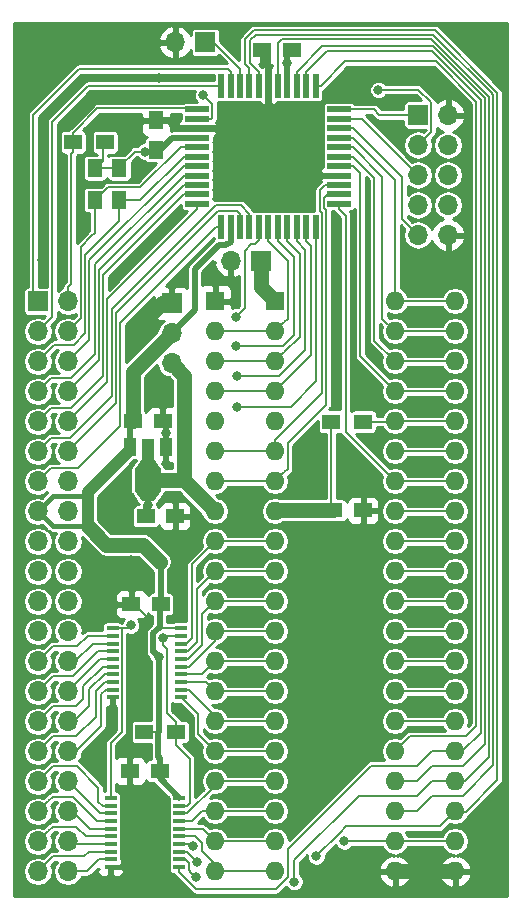
<source format=gtl>
G04 #@! TF.FileFunction,Copper,L1,Top,Signal*
%FSLAX46Y46*%
G04 Gerber Fmt 4.6, Leading zero omitted, Abs format (unit mm)*
G04 Created by KiCad (PCBNEW 4.0.6) date Saturday, October 28, 2017 'PMt' 04:50:48 PM*
%MOMM*%
%LPD*%
G01*
G04 APERTURE LIST*
%ADD10C,0.100000*%
%ADD11R,1.600000X1.600000*%
%ADD12O,1.600000X1.600000*%
%ADD13R,1.000000X0.400000*%
%ADD14R,1.500000X1.250000*%
%ADD15R,1.250000X1.500000*%
%ADD16R,1.700000X1.700000*%
%ADD17O,1.700000X1.700000*%
%ADD18R,2.000000X0.500000*%
%ADD19R,0.500000X2.000000*%
%ADD20R,1.000000X1.500000*%
%ADD21R,1.000000X1.800000*%
%ADD22R,2.200000X1.840000*%
%ADD23R,1.500000X1.300000*%
%ADD24C,0.812800*%
%ADD25R,1.300000X1.500000*%
%ADD26C,1.016000*%
%ADD27C,0.177800*%
%ADD28C,0.508000*%
%ADD29C,1.270000*%
%ADD30C,0.381000*%
%ADD31C,1.016000*%
%ADD32C,0.254000*%
G04 APERTURE END LIST*
D10*
D11*
X166310000Y-78480000D03*
D12*
X181550000Y-126740000D03*
X166310000Y-81020000D03*
X181550000Y-124200000D03*
X166310000Y-83560000D03*
X181550000Y-121660000D03*
X166310000Y-86100000D03*
X181550000Y-119120000D03*
X166310000Y-88640000D03*
X181550000Y-116580000D03*
X166310000Y-91180000D03*
X181550000Y-114040000D03*
X166310000Y-93720000D03*
X181550000Y-111500000D03*
X166310000Y-96260000D03*
X181550000Y-108960000D03*
X166310000Y-98800000D03*
X181550000Y-106420000D03*
X166310000Y-101340000D03*
X181550000Y-103880000D03*
X166310000Y-103880000D03*
X181550000Y-101340000D03*
X166310000Y-106420000D03*
X181550000Y-98800000D03*
X166310000Y-108960000D03*
X181550000Y-96260000D03*
X166310000Y-111500000D03*
X181550000Y-93720000D03*
X166310000Y-114040000D03*
X181550000Y-91180000D03*
X166310000Y-116580000D03*
X181550000Y-88640000D03*
X166310000Y-119120000D03*
X181550000Y-86100000D03*
X166310000Y-121660000D03*
X181550000Y-83560000D03*
X166310000Y-124200000D03*
X181550000Y-81020000D03*
X166310000Y-126740000D03*
X181550000Y-78480000D03*
D13*
X152390000Y-120540000D03*
X152390000Y-121190000D03*
X152390000Y-121840000D03*
X152390000Y-122490000D03*
X152390000Y-123140000D03*
X152390000Y-123790000D03*
X152390000Y-124440000D03*
X152390000Y-125090000D03*
X152390000Y-125740000D03*
X152390000Y-126390000D03*
X158190000Y-126390000D03*
X158190000Y-125740000D03*
X158190000Y-125090000D03*
X158190000Y-124440000D03*
X158190000Y-123790000D03*
X158190000Y-123140000D03*
X158190000Y-122490000D03*
X158190000Y-121840000D03*
X158190000Y-121190000D03*
X158190000Y-120540000D03*
X152550000Y-106155000D03*
X152550000Y-106805000D03*
X152550000Y-107455000D03*
X152550000Y-108105000D03*
X152550000Y-108755000D03*
X152550000Y-109405000D03*
X152550000Y-110055000D03*
X152550000Y-110705000D03*
X152550000Y-111355000D03*
X152550000Y-112005000D03*
X158350000Y-112005000D03*
X158350000Y-111355000D03*
X158350000Y-110705000D03*
X158350000Y-110055000D03*
X158350000Y-109405000D03*
X158350000Y-108755000D03*
X158350000Y-108105000D03*
X158350000Y-107455000D03*
X158350000Y-106805000D03*
X158350000Y-106155000D03*
D11*
X161230000Y-78480000D03*
D12*
X176470000Y-126740000D03*
X161230000Y-81020000D03*
X176470000Y-124200000D03*
X161230000Y-83560000D03*
X176470000Y-121660000D03*
X161230000Y-86100000D03*
X176470000Y-119120000D03*
X161230000Y-88640000D03*
X176470000Y-116580000D03*
X161230000Y-91180000D03*
X176470000Y-114040000D03*
X161230000Y-93720000D03*
X176470000Y-111500000D03*
X161230000Y-96260000D03*
X176470000Y-108960000D03*
X161230000Y-98800000D03*
X176470000Y-106420000D03*
X161230000Y-101340000D03*
X176470000Y-103880000D03*
X161230000Y-103880000D03*
X176470000Y-101340000D03*
X161230000Y-106420000D03*
X176470000Y-98800000D03*
X161230000Y-108960000D03*
X176470000Y-96260000D03*
X161230000Y-111500000D03*
X176470000Y-93720000D03*
X161230000Y-114040000D03*
X176470000Y-91180000D03*
X161230000Y-116580000D03*
X176470000Y-88640000D03*
X161230000Y-119120000D03*
X176470000Y-86100000D03*
X161230000Y-121660000D03*
X176470000Y-83560000D03*
X161230000Y-124200000D03*
X176470000Y-81020000D03*
X161230000Y-126740000D03*
X176470000Y-78480000D03*
D14*
X173760000Y-96190000D03*
X171260000Y-96190000D03*
X157850000Y-96680000D03*
X155350000Y-96680000D03*
X154300000Y-88630000D03*
X156800000Y-88630000D03*
X154150000Y-104130000D03*
X156650000Y-104130000D03*
X154030000Y-118260000D03*
X156530000Y-118260000D03*
X167740000Y-57190000D03*
X165240000Y-57190000D03*
D15*
X156230000Y-65670000D03*
X156230000Y-63170000D03*
D16*
X157550000Y-78650000D03*
D17*
X157550000Y-81190000D03*
X157550000Y-83730000D03*
D16*
X178420000Y-62710000D03*
D17*
X180960000Y-62710000D03*
X178420000Y-65250000D03*
X180960000Y-65250000D03*
X178420000Y-67790000D03*
X180960000Y-67790000D03*
X178420000Y-70330000D03*
X180960000Y-70330000D03*
X178420000Y-72870000D03*
X180960000Y-72870000D03*
D18*
X171740000Y-70230000D03*
X171740000Y-69430000D03*
X171740000Y-68630000D03*
X171740000Y-67830000D03*
X171740000Y-67030000D03*
X171740000Y-66230000D03*
X171740000Y-65430000D03*
X171740000Y-64630000D03*
X171740000Y-63830000D03*
X171740000Y-63030000D03*
X171740000Y-62230000D03*
D19*
X169740000Y-60230000D03*
X168940000Y-60230000D03*
X168140000Y-60230000D03*
X167340000Y-60230000D03*
X166540000Y-60230000D03*
X165740000Y-60230000D03*
X164940000Y-60230000D03*
X164140000Y-60230000D03*
X163340000Y-60230000D03*
X162540000Y-60230000D03*
X161740000Y-60230000D03*
D18*
X159740000Y-62230000D03*
X159740000Y-63030000D03*
X159740000Y-63830000D03*
X159740000Y-64630000D03*
X159740000Y-65430000D03*
X159740000Y-66230000D03*
X159740000Y-67030000D03*
X159740000Y-67830000D03*
X159740000Y-68630000D03*
X159740000Y-69430000D03*
X159740000Y-70230000D03*
D19*
X161740000Y-72230000D03*
X162540000Y-72230000D03*
X163340000Y-72230000D03*
X164140000Y-72230000D03*
X164940000Y-72230000D03*
X165740000Y-72230000D03*
X166540000Y-72230000D03*
X167340000Y-72230000D03*
X168140000Y-72230000D03*
X168940000Y-72230000D03*
X169740000Y-72230000D03*
D10*
G36*
X156640000Y-94528200D02*
X156040000Y-95378200D01*
X155040000Y-95378200D01*
X154440000Y-94528200D01*
X156640000Y-94528200D01*
X156640000Y-94528200D01*
G37*
D20*
X157040000Y-90806200D03*
D21*
X155540000Y-90952700D03*
D20*
X154040000Y-90806200D03*
D22*
X155540000Y-93619700D03*
D10*
G36*
X154440000Y-92710000D02*
X155140000Y-91710000D01*
X155940000Y-91710000D01*
X156640000Y-92710000D01*
X154440000Y-92710000D01*
X154440000Y-92710000D01*
G37*
D16*
X146230000Y-78480000D03*
D17*
X148770000Y-78480000D03*
X146230000Y-81020000D03*
X148770000Y-81020000D03*
X146230000Y-83560000D03*
X148770000Y-83560000D03*
X146230000Y-86100000D03*
X148770000Y-86100000D03*
X146230000Y-88640000D03*
X148770000Y-88640000D03*
X146230000Y-91180000D03*
X148770000Y-91180000D03*
X146230000Y-93720000D03*
X148770000Y-93720000D03*
X146230000Y-96260000D03*
X148770000Y-96260000D03*
X146230000Y-98800000D03*
X148770000Y-98800000D03*
X146230000Y-101340000D03*
X148770000Y-101340000D03*
X146230000Y-103880000D03*
X148770000Y-103880000D03*
X146230000Y-106420000D03*
X148770000Y-106420000D03*
X146230000Y-108960000D03*
X148770000Y-108960000D03*
X146230000Y-111500000D03*
X148770000Y-111500000D03*
X146230000Y-114040000D03*
X148770000Y-114040000D03*
X146230000Y-116580000D03*
X148770000Y-116580000D03*
X146230000Y-119120000D03*
X148770000Y-119120000D03*
X146230000Y-121660000D03*
X148770000Y-121660000D03*
X146230000Y-124200000D03*
X148770000Y-124200000D03*
X146230000Y-126740000D03*
X148770000Y-126740000D03*
D16*
X165110000Y-75040000D03*
D17*
X162570000Y-75040000D03*
D23*
X173790000Y-88680000D03*
X171090000Y-88680000D03*
D16*
X160400000Y-56560000D03*
D17*
X157860000Y-56560000D03*
D24*
X156520000Y-59540000D03*
X146600000Y-74960000D03*
X156450000Y-61130000D03*
X148240000Y-74970000D03*
X154350000Y-63020000D03*
X149880000Y-72670000D03*
X161930000Y-62050000D03*
X161570000Y-69430000D03*
X169250000Y-70450000D03*
X169860000Y-62020000D03*
X172372100Y-59390001D03*
X180820000Y-60500000D03*
X165950000Y-65990000D03*
X173660000Y-85540000D03*
X171510000Y-72510000D03*
X171510000Y-86020000D03*
X174460000Y-82810000D03*
X169810000Y-89990000D03*
X172080000Y-90840000D03*
X168680000Y-98820000D03*
X168800000Y-101400000D03*
X168870000Y-103840000D03*
X168870000Y-106360000D03*
X168870000Y-108960000D03*
X168870000Y-111630000D03*
X168870000Y-114230000D03*
X155040000Y-107170000D03*
X153660000Y-93310000D03*
X185320000Y-55540000D03*
X144670000Y-55500000D03*
X144900000Y-128050000D03*
X157120000Y-72000000D03*
X153640000Y-75560000D03*
D23*
X157940000Y-114960000D03*
X155240000Y-114960000D03*
X149230000Y-65020000D03*
X151930000Y-65020000D03*
D25*
X151070000Y-69900000D03*
X151070000Y-67200000D03*
X153120000Y-69900000D03*
X153120000Y-67200000D03*
D26*
X154950000Y-80420000D03*
D24*
X157660000Y-63440002D03*
X157040000Y-89660000D03*
X158270000Y-98260000D03*
X154090000Y-100420000D03*
X153600000Y-126180000D03*
X154040000Y-119720000D03*
X152530000Y-113070000D03*
X156450000Y-108600000D03*
X167340000Y-58340000D03*
X155260000Y-65800000D03*
X156557674Y-100534852D03*
X172180000Y-124200000D03*
X159392287Y-124598731D03*
X155540000Y-95720000D03*
X175070000Y-60590000D03*
X160240000Y-61000000D03*
X169810000Y-125470002D03*
X159720000Y-125930000D03*
X167942790Y-127616190D03*
X159620000Y-127260000D03*
X156836402Y-106999866D03*
X163060000Y-84810000D03*
X154110000Y-105920000D03*
X163020000Y-79780000D03*
X163020000Y-82250000D03*
X163060000Y-87390000D03*
D27*
X154150000Y-104130000D02*
X154340000Y-104130000D01*
X154340000Y-104130000D02*
X155350000Y-105140000D01*
X155350000Y-105140000D02*
X155350000Y-106595264D01*
X155350000Y-106595264D02*
X155350000Y-107170000D01*
D28*
X163648000Y-63830000D02*
X165248000Y-63830000D01*
X165248000Y-63830000D02*
X165740000Y-63338000D01*
X165740000Y-61738000D02*
X165740000Y-63338000D01*
X165740000Y-63338000D02*
X170232000Y-67830000D01*
X170232000Y-67830000D02*
X171740000Y-67830000D01*
X165740000Y-60230000D02*
X165740000Y-61738000D01*
X163648000Y-63830000D02*
X161248000Y-63830000D01*
X161248000Y-63830000D02*
X159740000Y-63830000D01*
D29*
X157550000Y-78650000D02*
X156720000Y-78650000D01*
X156720000Y-78650000D02*
X154950000Y-80420000D01*
D28*
X157389998Y-63170000D02*
X157660000Y-63440002D01*
X158049998Y-63830000D02*
X157660000Y-63440002D01*
X159740000Y-63830000D02*
X158049998Y-63830000D01*
X156230000Y-63170000D02*
X157389998Y-63170000D01*
X165240000Y-57190000D02*
X165740000Y-57690000D01*
X165740000Y-57690000D02*
X165740000Y-60230000D01*
D27*
X154150000Y-104130000D02*
X154150000Y-100480000D01*
X154150000Y-100480000D02*
X154090000Y-100420000D01*
D28*
X157040000Y-89660000D02*
X157040000Y-88870000D01*
X157040000Y-90806200D02*
X157040000Y-89660000D01*
D27*
X157850000Y-96680000D02*
X157850000Y-97840000D01*
X157850000Y-97840000D02*
X158270000Y-98260000D01*
X152390000Y-126390000D02*
X153390000Y-126390000D01*
X153390000Y-126390000D02*
X153600000Y-126180000D01*
X154030000Y-118260000D02*
X154030000Y-119710000D01*
X154030000Y-119710000D02*
X154040000Y-119720000D01*
X152550000Y-112005000D02*
X152550000Y-113050000D01*
X152550000Y-113050000D02*
X152530000Y-113070000D01*
D28*
X157040000Y-88870000D02*
X156800000Y-88630000D01*
D29*
X176470000Y-126740000D02*
X181550000Y-126740000D01*
D27*
X151710000Y-65070000D02*
X151710000Y-66560000D01*
X151710000Y-66560000D02*
X151070000Y-67200000D01*
X151070000Y-67200000D02*
X153120000Y-67200000D01*
X155260000Y-65800000D02*
X154420000Y-65800000D01*
X154420000Y-65800000D02*
X153120000Y-67100000D01*
X153120000Y-67100000D02*
X153120000Y-67200000D01*
D28*
X155998200Y-106597528D02*
X155998200Y-108148200D01*
X156540000Y-106120000D02*
X156475728Y-106120000D01*
X156475728Y-106120000D02*
X155998200Y-106597528D01*
X156043601Y-108193601D02*
X156450000Y-108600000D01*
X156450000Y-109174736D02*
X156450000Y-108600000D01*
X156427596Y-114930000D02*
X156450000Y-114907596D01*
X156450000Y-114907596D02*
X156450000Y-109174736D01*
X155998200Y-108148200D02*
X156043601Y-108193601D01*
X156427596Y-114930000D02*
X156427596Y-117024596D01*
D27*
X155240000Y-114960000D02*
X156397596Y-114960000D01*
X156397596Y-114960000D02*
X156427596Y-114930000D01*
D28*
X162540000Y-72230000D02*
X162540000Y-73457242D01*
X162138199Y-73661801D02*
X162120000Y-73680000D01*
X159520000Y-79220000D02*
X158399999Y-80340001D01*
X162540000Y-73457242D02*
X162335441Y-73661801D01*
X159520000Y-75712758D02*
X159520000Y-79220000D01*
X158399999Y-80340001D02*
X157550000Y-81190000D01*
X162335441Y-73661801D02*
X162138199Y-73661801D01*
X162120000Y-73680000D02*
X161552758Y-73680000D01*
X161552758Y-73680000D02*
X159520000Y-75712758D01*
X158232000Y-64630000D02*
X159740000Y-64630000D01*
X156580538Y-65670000D02*
X157620538Y-64630000D01*
X156230000Y-65670000D02*
X156580538Y-65670000D01*
X157620538Y-64630000D02*
X158232000Y-64630000D01*
X167340000Y-57590000D02*
X167340000Y-58340000D01*
X167340000Y-58340000D02*
X167340000Y-60230000D01*
X167740000Y-57190000D02*
X167340000Y-57590000D01*
X155260000Y-65800000D02*
X156100000Y-65800000D01*
X156100000Y-65800000D02*
X156230000Y-65670000D01*
D29*
X150440000Y-97510000D02*
X152020000Y-99090000D01*
X152020000Y-99090000D02*
X155112822Y-99090000D01*
X155112822Y-99090000D02*
X156557674Y-100534852D01*
D30*
X146230000Y-96260000D02*
X147551699Y-94938301D01*
X147551699Y-94938301D02*
X150157899Y-94938301D01*
X150157899Y-94938301D02*
X150440000Y-94656200D01*
X147480000Y-97510000D02*
X150440000Y-97510000D01*
D31*
X154040000Y-90806200D02*
X154040000Y-91056200D01*
X154040000Y-91056200D02*
X150440000Y-94656200D01*
X150440000Y-94656200D02*
X150440000Y-97510000D01*
D28*
X156427596Y-117024596D02*
X156530000Y-117127000D01*
X156530000Y-117127000D02*
X156530000Y-118260000D01*
X156650000Y-104130000D02*
X156650000Y-100627178D01*
X156650000Y-100627178D02*
X156557674Y-100534852D01*
D27*
X157555900Y-106120000D02*
X156540000Y-106120000D01*
X158350000Y-106155000D02*
X157590900Y-106155000D01*
X157590900Y-106155000D02*
X157555900Y-106120000D01*
D30*
X146230000Y-96260000D02*
X147480000Y-97510000D01*
D28*
X156540000Y-104240000D02*
X156540000Y-106120000D01*
X156650000Y-104130000D02*
X156540000Y-104240000D01*
D29*
X154300000Y-88630000D02*
X154300000Y-84440000D01*
X154300000Y-84440000D02*
X157550000Y-81190000D01*
X154300000Y-88630000D02*
X154175000Y-88630000D01*
D28*
X154040000Y-90806200D02*
X154040000Y-88890000D01*
X154040000Y-88890000D02*
X154300000Y-88630000D01*
X156530000Y-118260000D02*
X156530000Y-118880000D01*
X156530000Y-118880000D02*
X158190000Y-120540000D01*
D27*
X165740000Y-72230000D02*
X165740000Y-73407800D01*
X167376701Y-75044501D02*
X167376701Y-79953299D01*
X165740000Y-73407800D02*
X167376701Y-75044501D01*
X167376701Y-79953299D02*
X167109999Y-80220001D01*
X167109999Y-80220001D02*
X166310000Y-81020000D01*
X161230000Y-81020000D02*
X166310000Y-81020000D01*
X176470000Y-124200000D02*
X177601370Y-124200000D01*
X177601370Y-124200000D02*
X181550000Y-124200000D01*
X172000000Y-124200000D02*
X172180000Y-124200000D01*
X176470000Y-124200000D02*
X172180000Y-124200000D01*
X159233556Y-124440000D02*
X159392287Y-124598731D01*
X158190000Y-124440000D02*
X159233556Y-124440000D01*
X168389868Y-81480132D02*
X167109999Y-82760001D01*
X168389868Y-74457668D02*
X168389868Y-81480132D01*
X167340000Y-73407800D02*
X168389868Y-74457668D01*
X167340000Y-72230000D02*
X167340000Y-73407800D01*
X167109999Y-82760001D02*
X166310000Y-83560000D01*
X166310000Y-83560000D02*
X161230000Y-83560000D01*
X168940000Y-72230000D02*
X168940000Y-73407800D01*
X168940000Y-73407800D02*
X169350000Y-73817800D01*
X169350000Y-73817800D02*
X169350000Y-83060000D01*
X169350000Y-83060000D02*
X167109999Y-85300001D01*
X167109999Y-85300001D02*
X166310000Y-86100000D01*
X161230000Y-86100000D02*
X162361370Y-86100000D01*
X162361370Y-86100000D02*
X166310000Y-86100000D01*
X166310000Y-91180000D02*
X166310000Y-90218718D01*
X166310000Y-90218718D02*
X170256701Y-86272017D01*
X170256701Y-86272017D02*
X170256701Y-70979672D01*
X170256701Y-70979672D02*
X170117688Y-70840659D01*
X170117688Y-70840659D02*
X170117688Y-69074512D01*
X170117688Y-69074512D02*
X170562200Y-68630000D01*
X170562200Y-68630000D02*
X171740000Y-68630000D01*
X161230000Y-91180000D02*
X166310000Y-91180000D01*
X181550000Y-114040000D02*
X180418630Y-114040000D01*
X180418630Y-114040000D02*
X176470000Y-114040000D01*
X171740000Y-69430000D02*
X170809938Y-69430000D01*
X170473299Y-69766639D02*
X170473299Y-70600373D01*
X170809938Y-69430000D02*
X170473299Y-69766639D01*
X170665611Y-70792685D02*
X170665611Y-87224327D01*
X170665611Y-87224327D02*
X167376701Y-90513237D01*
X167376701Y-90513237D02*
X167376701Y-92653299D01*
X170473299Y-70600373D02*
X170665611Y-70792685D01*
X167376701Y-92653299D02*
X167109999Y-92920001D01*
X167109999Y-92920001D02*
X166310000Y-93720000D01*
X166310000Y-93720000D02*
X161230000Y-93720000D01*
X176470000Y-111500000D02*
X181550000Y-111500000D01*
D28*
X155540000Y-94953200D02*
X155540000Y-95720000D01*
X155350000Y-96680000D02*
X155350000Y-95910000D01*
X155350000Y-95910000D02*
X155540000Y-95720000D01*
D29*
X171260000Y-96190000D02*
X166380000Y-96190000D01*
X166380000Y-96190000D02*
X166310000Y-96260000D01*
D27*
X171090000Y-88680000D02*
X171090000Y-96020000D01*
X171090000Y-96020000D02*
X171260000Y-96190000D01*
D28*
X166340000Y-96230000D02*
X166310000Y-96260000D01*
D29*
X158589700Y-93619700D02*
X158589700Y-84769700D01*
X158589700Y-84769700D02*
X157550000Y-83730000D01*
D28*
X155540000Y-92210000D02*
X155540000Y-90952700D01*
X155540000Y-93619700D02*
X155540000Y-92210000D01*
X155540000Y-94953200D02*
X155540000Y-93619700D01*
D29*
X155540000Y-93619700D02*
X158589700Y-93619700D01*
X158589700Y-93619700D02*
X161230000Y-96260000D01*
D27*
X181550000Y-108960000D02*
X176470000Y-108960000D01*
X161230000Y-98800000D02*
X166310000Y-98800000D01*
X161230000Y-98800000D02*
X159270000Y-100760000D01*
X159270000Y-100760000D02*
X159270000Y-106990000D01*
X158805000Y-107455000D02*
X158350000Y-107455000D01*
X159270000Y-106990000D02*
X158805000Y-107455000D01*
X181550000Y-106420000D02*
X176470000Y-106420000D01*
X166310000Y-101340000D02*
X161230000Y-101340000D01*
X161230000Y-101340000D02*
X159700000Y-102870000D01*
X159700000Y-102870000D02*
X159700000Y-107360000D01*
X159700000Y-107360000D02*
X158955000Y-108105000D01*
X158955000Y-108105000D02*
X158350000Y-108105000D01*
X181550000Y-103880000D02*
X176470000Y-103880000D01*
X161230000Y-103880000D02*
X166310000Y-103880000D01*
X161230000Y-103880000D02*
X160160000Y-104950000D01*
X160160000Y-104950000D02*
X160160000Y-107570000D01*
X160160000Y-107570000D02*
X158975000Y-108755000D01*
X158975000Y-108755000D02*
X158350000Y-108755000D01*
X176470000Y-101340000D02*
X181550000Y-101340000D01*
X166310000Y-106420000D02*
X161230000Y-106420000D01*
X161230000Y-106420000D02*
X161220000Y-106430000D01*
X161220000Y-106430000D02*
X161220000Y-107212800D01*
X161220000Y-107212800D02*
X159027800Y-109405000D01*
X159027800Y-109405000D02*
X158350000Y-109405000D01*
X181550000Y-98800000D02*
X180418630Y-98800000D01*
X180418630Y-98800000D02*
X176470000Y-98800000D01*
X161230000Y-108960000D02*
X166310000Y-108960000D01*
X161230000Y-108960000D02*
X160135000Y-110055000D01*
X160135000Y-110055000D02*
X158350000Y-110055000D01*
X176470000Y-96260000D02*
X181550000Y-96260000D01*
X166310000Y-111500000D02*
X161230000Y-111500000D01*
X161230000Y-111500000D02*
X161220000Y-111500000D01*
X161220000Y-111500000D02*
X160425000Y-110705000D01*
X160425000Y-110705000D02*
X159027800Y-110705000D01*
X159027800Y-110705000D02*
X158350000Y-110705000D01*
X172310000Y-89560000D02*
X176470000Y-93720000D01*
X172310000Y-71227800D02*
X172310000Y-89560000D01*
X171740000Y-70230000D02*
X171740000Y-70657800D01*
X171740000Y-70657800D02*
X172310000Y-71227800D01*
X181550000Y-93720000D02*
X180418630Y-93720000D01*
X180418630Y-93720000D02*
X176470000Y-93720000D01*
X161230000Y-114040000D02*
X166310000Y-114040000D01*
X161230000Y-114040000D02*
X161230000Y-113557200D01*
X161230000Y-113557200D02*
X159027800Y-111355000D01*
X159027800Y-111355000D02*
X158350000Y-111355000D01*
X181550000Y-91180000D02*
X176470000Y-91180000D01*
X161230000Y-116580000D02*
X162361370Y-116580000D01*
X162361370Y-116580000D02*
X166310000Y-116580000D01*
X161230000Y-116580000D02*
X159800000Y-115150000D01*
X159800000Y-115150000D02*
X159800000Y-113455000D01*
X159800000Y-113455000D02*
X158350000Y-112005000D01*
X173790000Y-88680000D02*
X176430000Y-88680000D01*
X176430000Y-88680000D02*
X176470000Y-88640000D01*
X181550000Y-88640000D02*
X176470000Y-88640000D01*
X166310000Y-119120000D02*
X161230000Y-119120000D01*
X161230000Y-119120000D02*
X161220000Y-119130000D01*
X161220000Y-119130000D02*
X161220000Y-119487800D01*
X158867800Y-121840000D02*
X158190000Y-121840000D01*
X161220000Y-119487800D02*
X158867800Y-121840000D01*
X175670001Y-85300001D02*
X176470000Y-86100000D01*
X173524391Y-83154391D02*
X175670001Y-85300001D01*
X172917800Y-67030000D02*
X173524391Y-67636591D01*
X171740000Y-67030000D02*
X172917800Y-67030000D01*
X173524391Y-67636591D02*
X173524391Y-83154391D01*
X176470000Y-86100000D02*
X181550000Y-86100000D01*
X161230000Y-121660000D02*
X166310000Y-121660000D01*
X161230000Y-121660000D02*
X160098630Y-121660000D01*
X160098630Y-121660000D02*
X159268630Y-122490000D01*
X158867800Y-122490000D02*
X158190000Y-122490000D01*
X159268630Y-122490000D02*
X158867800Y-122490000D01*
X176470000Y-83560000D02*
X174710000Y-81800000D01*
X174710000Y-81800000D02*
X174710000Y-68022200D01*
X174710000Y-68022200D02*
X172917800Y-66230000D01*
X172917800Y-66230000D02*
X171740000Y-66230000D01*
X181550000Y-83560000D02*
X176470000Y-83560000D01*
X166310000Y-124200000D02*
X161230000Y-124200000D01*
X158190000Y-123140000D02*
X160170000Y-123140000D01*
X160170000Y-123140000D02*
X161230000Y-124200000D01*
X176470000Y-81020000D02*
X175403299Y-79953299D01*
X172917800Y-65430000D02*
X171740000Y-65430000D01*
X175403299Y-79953299D02*
X175403299Y-67915499D01*
X175403299Y-67915499D02*
X172917800Y-65430000D01*
X181550000Y-81020000D02*
X180418630Y-81020000D01*
X180418630Y-81020000D02*
X176470000Y-81020000D01*
X161230000Y-126740000D02*
X166310000Y-126740000D01*
X158190000Y-123790000D02*
X159566192Y-123790000D01*
X160130000Y-124353808D02*
X160130000Y-124990000D01*
X159566192Y-123790000D02*
X160130000Y-124353808D01*
X160130000Y-124990000D02*
X161230000Y-126090000D01*
X161230000Y-126090000D02*
X161230000Y-126740000D01*
X176470000Y-78480000D02*
X176470000Y-68182200D01*
X176470000Y-68182200D02*
X172917800Y-64630000D01*
X172917800Y-64630000D02*
X171740000Y-64630000D01*
X176470000Y-78480000D02*
X181550000Y-78480000D01*
X171740000Y-62230000D02*
X174660000Y-62230000D01*
X174660000Y-62230000D02*
X175140000Y-62710000D01*
X175140000Y-62710000D02*
X178420000Y-62710000D01*
X175070000Y-60590000D02*
X175100000Y-60560000D01*
X175100000Y-60560000D02*
X178450062Y-60560000D01*
X178450062Y-60560000D02*
X179536701Y-61646639D01*
X179536701Y-61646639D02*
X179536701Y-64133299D01*
X179536701Y-64133299D02*
X179269999Y-64400001D01*
X179269999Y-64400001D02*
X178420000Y-65250000D01*
X159740000Y-63030000D02*
X160917800Y-63030000D01*
X161006701Y-62941099D02*
X161006701Y-61766701D01*
X160917800Y-63030000D02*
X161006701Y-62941099D01*
X161006701Y-61766701D02*
X160240000Y-61000000D01*
X178420000Y-67790000D02*
X173660000Y-63030000D01*
X173660000Y-63030000D02*
X171740000Y-63030000D01*
X171740000Y-63830000D02*
X172917800Y-63830000D01*
X172917800Y-63830000D02*
X177083299Y-67995499D01*
X177083299Y-67995499D02*
X177083299Y-71533299D01*
X177083299Y-71533299D02*
X178420000Y-72870000D01*
X176470000Y-121660000D02*
X178330000Y-121660000D01*
X178330000Y-121660000D02*
X179620000Y-120370000D01*
X182190000Y-120370000D02*
X184782444Y-117777556D01*
X184782444Y-117777556D02*
X184782444Y-60995348D01*
X184782444Y-60995348D02*
X184574130Y-60787035D01*
X184574130Y-60787035D02*
X179681482Y-55894389D01*
X179681482Y-55894389D02*
X164680548Y-55894389D01*
X179620000Y-120370000D02*
X182190000Y-120370000D01*
X164680548Y-55894389D02*
X164223299Y-56351638D01*
X164223299Y-56351638D02*
X164223299Y-58335499D01*
X164223299Y-58335499D02*
X164940000Y-59052200D01*
X164940000Y-59052200D02*
X164940000Y-60230000D01*
X176470000Y-119120000D02*
X178340000Y-119120000D01*
X179610000Y-117850000D02*
X182200000Y-117850000D01*
X182200000Y-117850000D02*
X184071222Y-115978778D01*
X168140000Y-59052200D02*
X168140000Y-60230000D01*
X178340000Y-119120000D02*
X179610000Y-117850000D01*
X184071222Y-115978778D02*
X184071222Y-61289944D01*
X184071222Y-61289944D02*
X179661276Y-56880000D01*
X179661276Y-56880000D02*
X170312200Y-56880000D01*
X170312200Y-56880000D02*
X168140000Y-59052200D01*
X176470000Y-116580000D02*
X177730000Y-115320000D01*
X183360000Y-114410000D02*
X183360000Y-61584540D01*
X177730000Y-115320000D02*
X182450000Y-115320000D01*
X170167800Y-60230000D02*
X169740000Y-60230000D01*
X182450000Y-115320000D02*
X183360000Y-114410000D01*
X183360000Y-61584540D02*
X179925460Y-58150000D01*
X179925460Y-58150000D02*
X172247800Y-58150000D01*
X172247800Y-58150000D02*
X170167800Y-60230000D01*
X164140000Y-60230000D02*
X164140000Y-58769292D01*
X163760000Y-58389292D02*
X163760000Y-56312029D01*
X179828781Y-55538779D02*
X185138055Y-60848050D01*
X164140000Y-58769292D02*
X163760000Y-58389292D01*
X163760000Y-56312029D02*
X164533250Y-55538778D01*
X164533250Y-55538778D02*
X179828781Y-55538779D01*
X185138055Y-119001945D02*
X182440000Y-121700000D01*
X185138055Y-60848050D02*
X185138055Y-119001945D01*
X182440000Y-121700000D02*
X181590000Y-121700000D01*
X181590000Y-121700000D02*
X181550000Y-121660000D01*
X181550000Y-121660000D02*
X180270000Y-122940000D01*
X171800000Y-123480002D02*
X169810000Y-125470002D01*
X180270000Y-122940000D02*
X172340002Y-122940000D01*
X172340002Y-122940000D02*
X171800000Y-123480002D01*
X159313601Y-125523601D02*
X159720000Y-125930000D01*
X158880000Y-125090000D02*
X159313601Y-125523601D01*
X158190000Y-125090000D02*
X158880000Y-125090000D01*
X166540000Y-60230000D02*
X166540000Y-56610000D01*
X166540000Y-56610000D02*
X166900000Y-56250000D01*
X166900000Y-56250000D02*
X179534184Y-56250000D01*
X179534184Y-56250000D02*
X179808575Y-56524390D01*
X179808575Y-56524390D02*
X184426833Y-61142646D01*
X184426833Y-61142646D02*
X184426833Y-117033167D01*
X184426833Y-117033167D02*
X182360000Y-119100000D01*
X182360000Y-119100000D02*
X181570000Y-119100000D01*
X181570000Y-119100000D02*
X181550000Y-119120000D01*
X181550000Y-119120000D02*
X179560000Y-119120000D01*
X179560000Y-119120000D02*
X178330000Y-120350000D01*
X178330000Y-120350000D02*
X173400000Y-120350000D01*
X173400000Y-120350000D02*
X167942790Y-125807210D01*
X167942790Y-125807210D02*
X167942790Y-127041454D01*
X167942790Y-127041454D02*
X167942790Y-127616190D01*
X158190000Y-125740000D02*
X158720062Y-125740000D01*
X158720062Y-125740000D02*
X159030000Y-126049938D01*
X159030000Y-126049938D02*
X159030000Y-126670000D01*
X159030000Y-126670000D02*
X159213601Y-126853601D01*
X159213601Y-126853601D02*
X159620000Y-127260000D01*
X181550000Y-116580000D02*
X182160000Y-116580000D01*
X182160000Y-116580000D02*
X183715611Y-115024389D01*
X183715611Y-115024389D02*
X183715611Y-61437242D01*
X183715611Y-61437242D02*
X179558368Y-57280000D01*
X170712200Y-57280000D02*
X168940000Y-59052200D01*
X168940000Y-59052200D02*
X168940000Y-60230000D01*
X179558368Y-57280000D02*
X170712200Y-57280000D01*
X181550000Y-116580000D02*
X179600000Y-116580000D01*
X179600000Y-116580000D02*
X178370000Y-117810000D01*
X178370000Y-117810000D02*
X174400000Y-117810000D01*
X174400000Y-117810000D02*
X167376701Y-124833299D01*
X167376701Y-124833299D02*
X167376701Y-127252017D01*
X167376701Y-127252017D02*
X166358718Y-128270000D01*
X166358718Y-128270000D02*
X159643810Y-128270000D01*
X159643810Y-128270000D02*
X158190000Y-126816190D01*
X158190000Y-126816190D02*
X158190000Y-126390000D01*
X156836402Y-107574602D02*
X156836402Y-106999866D01*
X157143102Y-113335302D02*
X157143102Y-107881302D01*
X157940000Y-114960000D02*
X157940000Y-114132200D01*
X157143102Y-107881302D02*
X156836402Y-107574602D01*
X157940000Y-114132200D02*
X157143102Y-113335302D01*
X158350000Y-106805000D02*
X157031268Y-106805000D01*
X157031268Y-106805000D02*
X156836402Y-106999866D01*
X157940000Y-114960000D02*
X157940000Y-116080000D01*
X159100000Y-117240000D02*
X159100000Y-120957800D01*
X157940000Y-116080000D02*
X159100000Y-117240000D01*
X159100000Y-120957800D02*
X158867800Y-121190000D01*
X158867800Y-121190000D02*
X158190000Y-121190000D01*
X168140000Y-72230000D02*
X168140000Y-73407800D01*
X168140000Y-73407800D02*
X168860000Y-74127800D01*
X168860000Y-74127800D02*
X168860000Y-82588718D01*
X168860000Y-82588718D02*
X166638718Y-84810000D01*
X166638718Y-84810000D02*
X163634736Y-84810000D01*
X163634736Y-84810000D02*
X163060000Y-84810000D01*
X152390000Y-121190000D02*
X151712200Y-121190000D01*
X151712200Y-121190000D02*
X151360000Y-120837800D01*
X151360000Y-120837800D02*
X151360000Y-119650000D01*
X151360000Y-119650000D02*
X149570000Y-117860000D01*
X149570000Y-117860000D02*
X147490000Y-117860000D01*
X147079999Y-118270001D02*
X146230000Y-119120000D01*
X147490000Y-117860000D02*
X147079999Y-118270001D01*
X148770000Y-119120000D02*
X151490000Y-121840000D01*
X151490000Y-121840000D02*
X152390000Y-121840000D01*
X152390000Y-122490000D02*
X151252718Y-122490000D01*
X147480000Y-120410000D02*
X147079999Y-120810001D01*
X151252718Y-122490000D02*
X149172718Y-120410000D01*
X149172718Y-120410000D02*
X147480000Y-120410000D01*
X147079999Y-120810001D02*
X146230000Y-121660000D01*
X148770000Y-121660000D02*
X149150000Y-121660000D01*
X149150000Y-121660000D02*
X150630000Y-123140000D01*
X150630000Y-123140000D02*
X152390000Y-123140000D01*
X152390000Y-123790000D02*
X150270000Y-123790000D01*
X150270000Y-123790000D02*
X149440000Y-122960000D01*
X149440000Y-122960000D02*
X147470000Y-122960000D01*
X147470000Y-122960000D02*
X147079999Y-123350001D01*
X147079999Y-123350001D02*
X146230000Y-124200000D01*
X148770000Y-124200000D02*
X148790000Y-124200000D01*
X148790000Y-124200000D02*
X149030000Y-124440000D01*
X149030000Y-124440000D02*
X151712200Y-124440000D01*
X151712200Y-124440000D02*
X152390000Y-124440000D01*
X152390000Y-125090000D02*
X150520000Y-125090000D01*
X150520000Y-125090000D02*
X150150000Y-125460000D01*
X150150000Y-125460000D02*
X147510000Y-125460000D01*
X147510000Y-125460000D02*
X147079999Y-125890001D01*
X147079999Y-125890001D02*
X146230000Y-126740000D01*
X148770000Y-126740000D02*
X150410000Y-126740000D01*
X150410000Y-126740000D02*
X151410000Y-125740000D01*
X151410000Y-125740000D02*
X152390000Y-125740000D01*
X152550000Y-106805000D02*
X150435000Y-106805000D01*
X150435000Y-106805000D02*
X149570000Y-107670000D01*
X149570000Y-107670000D02*
X147520000Y-107670000D01*
X147520000Y-107670000D02*
X147079999Y-108110001D01*
X147079999Y-108110001D02*
X146230000Y-108960000D01*
X148770000Y-108960000D02*
X149370000Y-108960000D01*
X149370000Y-108960000D02*
X150875000Y-107455000D01*
X150875000Y-107455000D02*
X152550000Y-107455000D01*
X152550000Y-108105000D02*
X151305000Y-108105000D01*
X149200000Y-110210000D02*
X147520000Y-110210000D01*
X151305000Y-108105000D02*
X149200000Y-110210000D01*
X147520000Y-110210000D02*
X147079999Y-110650001D01*
X147079999Y-110650001D02*
X146230000Y-111500000D01*
X148770000Y-111500000D02*
X151515000Y-108755000D01*
X151515000Y-108755000D02*
X152550000Y-108755000D01*
X152550000Y-109405000D02*
X151725000Y-109405000D01*
X151725000Y-109405000D02*
X150040000Y-111090000D01*
X149420000Y-112770000D02*
X147500000Y-112770000D01*
X150040000Y-111090000D02*
X150040000Y-112150000D01*
X150040000Y-112150000D02*
X149420000Y-112770000D01*
X147500000Y-112770000D02*
X147079999Y-113190001D01*
X147079999Y-113190001D02*
X146230000Y-114040000D01*
X148770000Y-114040000D02*
X149320000Y-114040000D01*
X149320000Y-114040000D02*
X150590000Y-112770000D01*
X150590000Y-112770000D02*
X150590000Y-111337200D01*
X150590000Y-111337200D02*
X151872200Y-110055000D01*
X151872200Y-110055000D02*
X152550000Y-110055000D01*
X152550000Y-110705000D02*
X151872200Y-110705000D01*
X151110000Y-113690000D02*
X149500000Y-115300000D01*
X151872200Y-110705000D02*
X151110000Y-111467200D01*
X151110000Y-111467200D02*
X151110000Y-113690000D01*
X149500000Y-115300000D02*
X147510000Y-115300000D01*
X147510000Y-115300000D02*
X147079999Y-115730001D01*
X147079999Y-115730001D02*
X146230000Y-116580000D01*
X148770000Y-116580000D02*
X149470000Y-116580000D01*
X151985000Y-111355000D02*
X152550000Y-111355000D01*
X149470000Y-116580000D02*
X151590000Y-114460000D01*
X151590000Y-114460000D02*
X151590000Y-111750000D01*
X151590000Y-111750000D02*
X151985000Y-111355000D01*
X164940000Y-72230000D02*
X164940000Y-73317282D01*
X164597282Y-73660000D02*
X164309938Y-73660000D01*
X163740000Y-79060000D02*
X163020000Y-79780000D01*
X164940000Y-73317282D02*
X164597282Y-73660000D01*
X164309938Y-73660000D02*
X163740000Y-74229938D01*
X163740000Y-74229938D02*
X163740000Y-79060000D01*
X152550000Y-106155000D02*
X153320000Y-106155000D01*
X153320000Y-106155000D02*
X153875000Y-106155000D01*
X152390000Y-120540000D02*
X152390000Y-115890000D01*
X152390000Y-115890000D02*
X153316701Y-114963299D01*
X153316701Y-114963299D02*
X153316701Y-106158299D01*
X153316701Y-106158299D02*
X153320000Y-106155000D01*
X153875000Y-106155000D02*
X154110000Y-105920000D01*
X166540000Y-72230000D02*
X166540000Y-73407800D01*
X163594736Y-82250000D02*
X163020000Y-82250000D01*
X166540000Y-73407800D02*
X167900000Y-74767800D01*
X167900000Y-74767800D02*
X167900000Y-81330000D01*
X167900000Y-81330000D02*
X166980000Y-82250000D01*
X166980000Y-82250000D02*
X163594736Y-82250000D01*
X169740000Y-72230000D02*
X169820000Y-72310000D01*
X169820000Y-72310000D02*
X169820000Y-85260000D01*
X169820000Y-85260000D02*
X167690000Y-87390000D01*
X167690000Y-87390000D02*
X163060000Y-87390000D01*
X146230000Y-78480000D02*
X145840000Y-78090000D01*
X145840000Y-78090000D02*
X145840000Y-62690000D01*
X145840000Y-62690000D02*
X149720000Y-58810000D01*
X149720000Y-58810000D02*
X162297800Y-58810000D01*
X162297800Y-58810000D02*
X162540000Y-59052200D01*
X162540000Y-59052200D02*
X162540000Y-60230000D01*
X148770000Y-78480000D02*
X148770000Y-77277919D01*
X148770000Y-77277919D02*
X149040000Y-77007919D01*
X149040000Y-77007919D02*
X149040000Y-66037800D01*
X149040000Y-66037800D02*
X149230000Y-65847800D01*
X149230000Y-65847800D02*
X149230000Y-65020000D01*
X149310000Y-64120000D02*
X151276701Y-62153299D01*
X149230000Y-65020000D02*
X149230000Y-64192200D01*
X149230000Y-64192200D02*
X149302200Y-64120000D01*
X149302200Y-64120000D02*
X149310000Y-64120000D01*
X148770000Y-78480000D02*
X149000000Y-78250000D01*
X151276701Y-62153299D02*
X158913299Y-62153299D01*
X158913299Y-62153299D02*
X158990000Y-62230000D01*
X158990000Y-62230000D02*
X159740000Y-62230000D01*
X161740000Y-60230000D02*
X150490000Y-60230000D01*
X150490000Y-60230000D02*
X147440000Y-63280000D01*
X147440000Y-63280000D02*
X147440000Y-79810000D01*
X147440000Y-79810000D02*
X147079999Y-80170001D01*
X147079999Y-80170001D02*
X146230000Y-81020000D01*
X151070000Y-69900000D02*
X152130000Y-68840000D01*
X158310000Y-65430000D02*
X158562200Y-65430000D01*
X152130000Y-68840000D02*
X154900000Y-68840000D01*
X154900000Y-68840000D02*
X158310000Y-65430000D01*
X158562200Y-65430000D02*
X159740000Y-65430000D01*
X149883167Y-73856833D02*
X150750000Y-72990000D01*
X150750000Y-72990000D02*
X151070000Y-72670000D01*
X151070000Y-72670000D02*
X151070000Y-69900000D01*
X149886701Y-77943983D02*
X149883167Y-77940449D01*
X148770000Y-81020000D02*
X149886701Y-79903299D01*
X149886701Y-79903299D02*
X149886701Y-77943983D01*
X149883167Y-77940449D02*
X149883167Y-73856833D01*
X153120000Y-69900000D02*
X154892200Y-69900000D01*
X154892200Y-69900000D02*
X158562200Y-66230000D01*
X158562200Y-66230000D02*
X159740000Y-66230000D01*
X153120000Y-69900000D02*
X153120000Y-71672200D01*
X153120000Y-71672200D02*
X150238778Y-74553422D01*
X150238778Y-74553422D02*
X150238778Y-77793151D01*
X150238778Y-77793151D02*
X150242312Y-77796685D01*
X150242312Y-77796685D02*
X150242312Y-81174779D01*
X150242312Y-81174779D02*
X149264388Y-82152703D01*
X149264388Y-82152703D02*
X147637297Y-82152703D01*
X147637297Y-82152703D02*
X146230000Y-83560000D01*
X150597923Y-77649387D02*
X150594389Y-77645853D01*
X158562200Y-67030000D02*
X159740000Y-67030000D01*
X150597923Y-81732077D02*
X150597923Y-77649387D01*
X148770000Y-83560000D02*
X150597923Y-81732077D01*
X150594389Y-77645853D02*
X150594389Y-74997811D01*
X150594389Y-74997811D02*
X158562200Y-67030000D01*
X146230000Y-86100000D02*
X147346701Y-84983299D01*
X147346701Y-84983299D02*
X148999419Y-84983299D01*
X148999419Y-84983299D02*
X151040000Y-82942718D01*
X151040000Y-82942718D02*
X151040000Y-75352200D01*
X151040000Y-75352200D02*
X158562200Y-67830000D01*
X158562200Y-67830000D02*
X159740000Y-67830000D01*
X148770000Y-86100000D02*
X151395611Y-83474389D01*
X151395611Y-75796589D02*
X158562200Y-68630000D01*
X158562200Y-68630000D02*
X159740000Y-68630000D01*
X151395611Y-83474389D02*
X151395611Y-75796589D01*
X148999419Y-87523299D02*
X151751222Y-84771496D01*
X158562200Y-69430000D02*
X159740000Y-69430000D01*
X151751222Y-76240978D02*
X158562200Y-69430000D01*
X146230000Y-88640000D02*
X147346701Y-87523299D01*
X147346701Y-87523299D02*
X148999419Y-87523299D01*
X151751222Y-84771496D02*
X151751222Y-76240978D01*
X149619999Y-87790001D02*
X148770000Y-88640000D01*
X152106833Y-78290967D02*
X152106833Y-85303167D01*
X152106833Y-85303167D02*
X149619999Y-87790001D01*
X159740000Y-70230000D02*
X159740000Y-70657800D01*
X159740000Y-70657800D02*
X152106833Y-78290967D01*
X146230000Y-91180000D02*
X147346701Y-90063299D01*
X147346701Y-90063299D02*
X148956701Y-90063299D01*
X163447800Y-70360000D02*
X164140000Y-71052200D01*
X148956701Y-90063299D02*
X152480000Y-86540000D01*
X152480000Y-86540000D02*
X152480000Y-79170000D01*
X161290000Y-70360000D02*
X163447800Y-70360000D01*
X152480000Y-79170000D02*
X161290000Y-70360000D01*
X164140000Y-71052200D02*
X164140000Y-72230000D01*
X148770000Y-91180000D02*
X152840000Y-87110000D01*
X161460000Y-70820000D02*
X163107800Y-70820000D01*
X152840000Y-87110000D02*
X152840000Y-79440000D01*
X163340000Y-71052200D02*
X163340000Y-72230000D01*
X152840000Y-79440000D02*
X161460000Y-70820000D01*
X163107800Y-70820000D02*
X163340000Y-71052200D01*
X147346701Y-92603299D02*
X149636701Y-92603299D01*
X146230000Y-93720000D02*
X147346701Y-92603299D01*
X161312200Y-72230000D02*
X161740000Y-72230000D01*
X153220000Y-80322200D02*
X161312200Y-72230000D01*
X153220000Y-89020000D02*
X153220000Y-80322200D01*
X149636701Y-92603299D02*
X153220000Y-89020000D01*
D29*
X165110000Y-75040000D02*
X165110000Y-77280000D01*
X165110000Y-77280000D02*
X166310000Y-78480000D01*
D27*
X160400000Y-56560000D02*
X161100000Y-56560000D01*
X161100000Y-56560000D02*
X163340000Y-58800000D01*
X163340000Y-58800000D02*
X163340000Y-59052200D01*
X163340000Y-59052200D02*
X163340000Y-60230000D01*
D32*
G36*
X185929000Y-128799000D02*
X144201000Y-128799000D01*
X144201000Y-106420000D01*
X144974883Y-106420000D01*
X145068587Y-106891083D01*
X145335435Y-107290448D01*
X145734800Y-107557296D01*
X146205883Y-107651000D01*
X146254117Y-107651000D01*
X146725200Y-107557296D01*
X147124565Y-107290448D01*
X147391413Y-106891083D01*
X147485117Y-106420000D01*
X147391413Y-105948917D01*
X147124565Y-105549552D01*
X146725200Y-105282704D01*
X146254117Y-105189000D01*
X146205883Y-105189000D01*
X145734800Y-105282704D01*
X145335435Y-105549552D01*
X145068587Y-105948917D01*
X144974883Y-106420000D01*
X144201000Y-106420000D01*
X144201000Y-103880000D01*
X144974883Y-103880000D01*
X145068587Y-104351083D01*
X145335435Y-104750448D01*
X145734800Y-105017296D01*
X146205883Y-105111000D01*
X146254117Y-105111000D01*
X146725200Y-105017296D01*
X147124565Y-104750448D01*
X147391413Y-104351083D01*
X147485117Y-103880000D01*
X147514883Y-103880000D01*
X147608587Y-104351083D01*
X147875435Y-104750448D01*
X148274800Y-105017296D01*
X148745883Y-105111000D01*
X148794117Y-105111000D01*
X149265200Y-105017296D01*
X149664565Y-104750448D01*
X149931413Y-104351083D01*
X150025117Y-103880000D01*
X149931413Y-103408917D01*
X149911216Y-103378690D01*
X152765000Y-103378690D01*
X152765000Y-103844250D01*
X152923750Y-104003000D01*
X154023000Y-104003000D01*
X154023000Y-103028750D01*
X153864250Y-102870000D01*
X153273691Y-102870000D01*
X153040302Y-102966673D01*
X152861673Y-103145301D01*
X152765000Y-103378690D01*
X149911216Y-103378690D01*
X149664565Y-103009552D01*
X149265200Y-102742704D01*
X148794117Y-102649000D01*
X148745883Y-102649000D01*
X148274800Y-102742704D01*
X147875435Y-103009552D01*
X147608587Y-103408917D01*
X147514883Y-103880000D01*
X147485117Y-103880000D01*
X147391413Y-103408917D01*
X147124565Y-103009552D01*
X146725200Y-102742704D01*
X146254117Y-102649000D01*
X146205883Y-102649000D01*
X145734800Y-102742704D01*
X145335435Y-103009552D01*
X145068587Y-103408917D01*
X144974883Y-103880000D01*
X144201000Y-103880000D01*
X144201000Y-101340000D01*
X144974883Y-101340000D01*
X145068587Y-101811083D01*
X145335435Y-102210448D01*
X145734800Y-102477296D01*
X146205883Y-102571000D01*
X146254117Y-102571000D01*
X146725200Y-102477296D01*
X147124565Y-102210448D01*
X147391413Y-101811083D01*
X147485117Y-101340000D01*
X147514883Y-101340000D01*
X147608587Y-101811083D01*
X147875435Y-102210448D01*
X148274800Y-102477296D01*
X148745883Y-102571000D01*
X148794117Y-102571000D01*
X149265200Y-102477296D01*
X149664565Y-102210448D01*
X149931413Y-101811083D01*
X150025117Y-101340000D01*
X149931413Y-100868917D01*
X149664565Y-100469552D01*
X149265200Y-100202704D01*
X148794117Y-100109000D01*
X148745883Y-100109000D01*
X148274800Y-100202704D01*
X147875435Y-100469552D01*
X147608587Y-100868917D01*
X147514883Y-101340000D01*
X147485117Y-101340000D01*
X147391413Y-100868917D01*
X147124565Y-100469552D01*
X146725200Y-100202704D01*
X146254117Y-100109000D01*
X146205883Y-100109000D01*
X145734800Y-100202704D01*
X145335435Y-100469552D01*
X145068587Y-100868917D01*
X144974883Y-101340000D01*
X144201000Y-101340000D01*
X144201000Y-81020000D01*
X144974883Y-81020000D01*
X145068587Y-81491083D01*
X145335435Y-81890448D01*
X145734800Y-82157296D01*
X146205883Y-82251000D01*
X146254117Y-82251000D01*
X146725200Y-82157296D01*
X147124565Y-81890448D01*
X147391413Y-81491083D01*
X147485117Y-81020000D01*
X147391413Y-80548917D01*
X147381083Y-80533456D01*
X147412268Y-80502271D01*
X147412270Y-80502268D01*
X147772269Y-80142270D01*
X147874131Y-79989823D01*
X147884576Y-79937311D01*
X147909900Y-79810000D01*
X147909900Y-79373477D01*
X148274800Y-79617296D01*
X148745883Y-79711000D01*
X148794117Y-79711000D01*
X149265200Y-79617296D01*
X149416801Y-79515999D01*
X149416801Y-79708660D01*
X149246481Y-79878981D01*
X148794117Y-79789000D01*
X148745883Y-79789000D01*
X148274800Y-79882704D01*
X147875435Y-80149552D01*
X147608587Y-80548917D01*
X147514883Y-81020000D01*
X147608587Y-81491083D01*
X147736691Y-81682803D01*
X147637297Y-81682803D01*
X147457474Y-81718572D01*
X147305028Y-81820433D01*
X146706481Y-82418981D01*
X146254117Y-82329000D01*
X146205883Y-82329000D01*
X145734800Y-82422704D01*
X145335435Y-82689552D01*
X145068587Y-83088917D01*
X144974883Y-83560000D01*
X145068587Y-84031083D01*
X145335435Y-84430448D01*
X145734800Y-84697296D01*
X146205883Y-84791000D01*
X146254117Y-84791000D01*
X146725200Y-84697296D01*
X147124565Y-84430448D01*
X147391413Y-84031083D01*
X147485117Y-83560000D01*
X147391413Y-83088917D01*
X147381082Y-83073456D01*
X147831936Y-82622603D01*
X147975631Y-82622603D01*
X147875435Y-82689552D01*
X147608587Y-83088917D01*
X147514883Y-83560000D01*
X147608587Y-84031083D01*
X147875435Y-84430448D01*
X147999580Y-84513399D01*
X147346701Y-84513399D01*
X147166878Y-84549168D01*
X147014432Y-84651029D01*
X146706481Y-84958981D01*
X146254117Y-84869000D01*
X146205883Y-84869000D01*
X145734800Y-84962704D01*
X145335435Y-85229552D01*
X145068587Y-85628917D01*
X144974883Y-86100000D01*
X145068587Y-86571083D01*
X145335435Y-86970448D01*
X145734800Y-87237296D01*
X146205883Y-87331000D01*
X146254117Y-87331000D01*
X146725200Y-87237296D01*
X147124565Y-86970448D01*
X147391413Y-86571083D01*
X147485117Y-86100000D01*
X147391413Y-85628917D01*
X147381082Y-85613456D01*
X147541340Y-85453199D01*
X147725998Y-85453199D01*
X147608587Y-85628917D01*
X147514883Y-86100000D01*
X147608587Y-86571083D01*
X147875435Y-86970448D01*
X147999580Y-87053399D01*
X147346701Y-87053399D01*
X147166878Y-87089168D01*
X147014432Y-87191029D01*
X146706481Y-87498981D01*
X146254117Y-87409000D01*
X146205883Y-87409000D01*
X145734800Y-87502704D01*
X145335435Y-87769552D01*
X145068587Y-88168917D01*
X144974883Y-88640000D01*
X145068587Y-89111083D01*
X145335435Y-89510448D01*
X145734800Y-89777296D01*
X146205883Y-89871000D01*
X146254117Y-89871000D01*
X146725200Y-89777296D01*
X147124565Y-89510448D01*
X147391413Y-89111083D01*
X147485117Y-88640000D01*
X147391413Y-88168917D01*
X147381082Y-88153456D01*
X147541340Y-87993199D01*
X147725998Y-87993199D01*
X147608587Y-88168917D01*
X147514883Y-88640000D01*
X147608587Y-89111083D01*
X147875435Y-89510448D01*
X147999580Y-89593399D01*
X147346701Y-89593399D01*
X147166878Y-89629168D01*
X147014432Y-89731029D01*
X146706481Y-90038981D01*
X146254117Y-89949000D01*
X146205883Y-89949000D01*
X145734800Y-90042704D01*
X145335435Y-90309552D01*
X145068587Y-90708917D01*
X144974883Y-91180000D01*
X145068587Y-91651083D01*
X145335435Y-92050448D01*
X145734800Y-92317296D01*
X146205883Y-92411000D01*
X146254117Y-92411000D01*
X146725200Y-92317296D01*
X147124565Y-92050448D01*
X147391413Y-91651083D01*
X147485117Y-91180000D01*
X147391413Y-90708917D01*
X147381082Y-90693456D01*
X147541340Y-90533199D01*
X147725998Y-90533199D01*
X147608587Y-90708917D01*
X147514883Y-91180000D01*
X147608587Y-91651083D01*
X147875435Y-92050448D01*
X147999580Y-92133399D01*
X147346701Y-92133399D01*
X147166878Y-92169168D01*
X147014432Y-92271029D01*
X146706481Y-92578981D01*
X146254117Y-92489000D01*
X146205883Y-92489000D01*
X145734800Y-92582704D01*
X145335435Y-92849552D01*
X145068587Y-93248917D01*
X144974883Y-93720000D01*
X145068587Y-94191083D01*
X145335435Y-94590448D01*
X145734800Y-94857296D01*
X146205883Y-94951000D01*
X146254117Y-94951000D01*
X146725200Y-94857296D01*
X147024402Y-94657375D01*
X146586635Y-95095142D01*
X146254117Y-95029000D01*
X146205883Y-95029000D01*
X145734800Y-95122704D01*
X145335435Y-95389552D01*
X145068587Y-95788917D01*
X144974883Y-96260000D01*
X145068587Y-96731083D01*
X145335435Y-97130448D01*
X145734800Y-97397296D01*
X146205883Y-97491000D01*
X146254117Y-97491000D01*
X146586635Y-97424858D01*
X147024402Y-97862625D01*
X146725200Y-97662704D01*
X146254117Y-97569000D01*
X146205883Y-97569000D01*
X145734800Y-97662704D01*
X145335435Y-97929552D01*
X145068587Y-98328917D01*
X144974883Y-98800000D01*
X145068587Y-99271083D01*
X145335435Y-99670448D01*
X145734800Y-99937296D01*
X146205883Y-100031000D01*
X146254117Y-100031000D01*
X146725200Y-99937296D01*
X147124565Y-99670448D01*
X147391413Y-99271083D01*
X147485117Y-98800000D01*
X147391413Y-98328917D01*
X147145188Y-97960417D01*
X147261296Y-98037997D01*
X147297582Y-98045215D01*
X147480000Y-98081501D01*
X147480005Y-98081500D01*
X147773906Y-98081500D01*
X147608587Y-98328917D01*
X147514883Y-98800000D01*
X147608587Y-99271083D01*
X147875435Y-99670448D01*
X148274800Y-99937296D01*
X148745883Y-100031000D01*
X148794117Y-100031000D01*
X149265200Y-99937296D01*
X149664565Y-99670448D01*
X149931413Y-99271083D01*
X150025117Y-98800000D01*
X149958561Y-98465402D01*
X151301579Y-99808420D01*
X151438417Y-99899852D01*
X151631194Y-100028662D01*
X152020000Y-100106000D01*
X154691982Y-100106000D01*
X155839253Y-101253272D01*
X156015000Y-101370702D01*
X156015000Y-103116536D01*
X155900000Y-103116536D01*
X155758810Y-103143103D01*
X155629135Y-103226546D01*
X155542141Y-103353866D01*
X155535000Y-103389130D01*
X155535000Y-103378690D01*
X155438327Y-103145301D01*
X155259698Y-102966673D01*
X155026309Y-102870000D01*
X154435750Y-102870000D01*
X154277000Y-103028750D01*
X154277000Y-104003000D01*
X154297000Y-104003000D01*
X154297000Y-104257000D01*
X154277000Y-104257000D01*
X154277000Y-104277000D01*
X154023000Y-104277000D01*
X154023000Y-104257000D01*
X152923750Y-104257000D01*
X152765000Y-104415750D01*
X152765000Y-104881310D01*
X152861673Y-105114699D01*
X153040302Y-105293327D01*
X153273691Y-105390000D01*
X153526401Y-105390000D01*
X153442864Y-105473391D01*
X153354955Y-105685100D01*
X153329075Y-105685100D01*
X153328454Y-105684135D01*
X153201134Y-105597141D01*
X153050000Y-105566536D01*
X152050000Y-105566536D01*
X151908810Y-105593103D01*
X151779135Y-105676546D01*
X151692141Y-105803866D01*
X151661536Y-105955000D01*
X151661536Y-106335100D01*
X150435000Y-106335100D01*
X150255177Y-106370869D01*
X150102731Y-106472730D01*
X149992752Y-106582709D01*
X150025117Y-106420000D01*
X149931413Y-105948917D01*
X149664565Y-105549552D01*
X149265200Y-105282704D01*
X148794117Y-105189000D01*
X148745883Y-105189000D01*
X148274800Y-105282704D01*
X147875435Y-105549552D01*
X147608587Y-105948917D01*
X147514883Y-106420000D01*
X147608587Y-106891083D01*
X147815066Y-107200100D01*
X147520000Y-107200100D01*
X147340177Y-107235869D01*
X147187730Y-107337731D01*
X146747732Y-107777730D01*
X146747729Y-107777732D01*
X146706481Y-107818980D01*
X146254117Y-107729000D01*
X146205883Y-107729000D01*
X145734800Y-107822704D01*
X145335435Y-108089552D01*
X145068587Y-108488917D01*
X144974883Y-108960000D01*
X145068587Y-109431083D01*
X145335435Y-109830448D01*
X145734800Y-110097296D01*
X146205883Y-110191000D01*
X146254117Y-110191000D01*
X146725200Y-110097296D01*
X147124565Y-109830448D01*
X147391413Y-109431083D01*
X147485117Y-108960000D01*
X147391413Y-108488917D01*
X147381083Y-108473456D01*
X147412268Y-108442271D01*
X147412270Y-108442268D01*
X147714639Y-108139900D01*
X147841793Y-108139900D01*
X147608587Y-108488917D01*
X147514883Y-108960000D01*
X147608587Y-109431083D01*
X147815066Y-109740100D01*
X147520000Y-109740100D01*
X147340177Y-109775869D01*
X147187730Y-109877731D01*
X146747732Y-110317730D01*
X146747729Y-110317732D01*
X146706481Y-110358980D01*
X146254117Y-110269000D01*
X146205883Y-110269000D01*
X145734800Y-110362704D01*
X145335435Y-110629552D01*
X145068587Y-111028917D01*
X144974883Y-111500000D01*
X145068587Y-111971083D01*
X145335435Y-112370448D01*
X145734800Y-112637296D01*
X146205883Y-112731000D01*
X146254117Y-112731000D01*
X146725200Y-112637296D01*
X147124565Y-112370448D01*
X147391413Y-111971083D01*
X147485117Y-111500000D01*
X147391413Y-111028917D01*
X147381083Y-111013456D01*
X147412268Y-110982271D01*
X147412270Y-110982268D01*
X147714639Y-110679900D01*
X147841793Y-110679900D01*
X147608587Y-111028917D01*
X147514883Y-111500000D01*
X147608587Y-111971083D01*
X147828430Y-112300100D01*
X147500000Y-112300100D01*
X147343097Y-112331310D01*
X147320177Y-112335869D01*
X147167730Y-112437731D01*
X146747732Y-112857730D01*
X146747729Y-112857732D01*
X146706481Y-112898980D01*
X146254117Y-112809000D01*
X146205883Y-112809000D01*
X145734800Y-112902704D01*
X145335435Y-113169552D01*
X145068587Y-113568917D01*
X144974883Y-114040000D01*
X145068587Y-114511083D01*
X145335435Y-114910448D01*
X145734800Y-115177296D01*
X146205883Y-115271000D01*
X146254117Y-115271000D01*
X146725200Y-115177296D01*
X147124565Y-114910448D01*
X147391413Y-114511083D01*
X147485117Y-114040000D01*
X147391413Y-113568917D01*
X147381083Y-113553456D01*
X147412268Y-113522271D01*
X147412270Y-113522268D01*
X147694639Y-113239900D01*
X147828430Y-113239900D01*
X147608587Y-113568917D01*
X147514883Y-114040000D01*
X147608587Y-114511083D01*
X147821748Y-114830100D01*
X147510000Y-114830100D01*
X147330177Y-114865869D01*
X147177730Y-114967731D01*
X146747732Y-115397730D01*
X146747729Y-115397732D01*
X146706481Y-115438980D01*
X146254117Y-115349000D01*
X146205883Y-115349000D01*
X145734800Y-115442704D01*
X145335435Y-115709552D01*
X145068587Y-116108917D01*
X144974883Y-116580000D01*
X145068587Y-117051083D01*
X145335435Y-117450448D01*
X145734800Y-117717296D01*
X146205883Y-117811000D01*
X146254117Y-117811000D01*
X146725200Y-117717296D01*
X147124565Y-117450448D01*
X147391413Y-117051083D01*
X147485117Y-116580000D01*
X147391413Y-116108917D01*
X147381083Y-116093456D01*
X147412268Y-116062271D01*
X147412270Y-116062268D01*
X147704639Y-115769900D01*
X147835112Y-115769900D01*
X147608587Y-116108917D01*
X147514883Y-116580000D01*
X147608587Y-117051083D01*
X147835112Y-117390100D01*
X147490000Y-117390100D01*
X147310177Y-117425869D01*
X147157731Y-117527731D01*
X146747732Y-117937730D01*
X146747729Y-117937732D01*
X146706481Y-117978980D01*
X146254117Y-117889000D01*
X146205883Y-117889000D01*
X145734800Y-117982704D01*
X145335435Y-118249552D01*
X145068587Y-118648917D01*
X144974883Y-119120000D01*
X145068587Y-119591083D01*
X145335435Y-119990448D01*
X145734800Y-120257296D01*
X146205883Y-120351000D01*
X146254117Y-120351000D01*
X146725200Y-120257296D01*
X147124565Y-119990448D01*
X147391413Y-119591083D01*
X147485117Y-119120000D01*
X147391413Y-118648917D01*
X147381083Y-118633456D01*
X147412268Y-118602271D01*
X147412270Y-118602268D01*
X147684638Y-118329900D01*
X147821748Y-118329900D01*
X147608587Y-118648917D01*
X147514883Y-119120000D01*
X147608587Y-119591083D01*
X147841793Y-119940100D01*
X147480000Y-119940100D01*
X147300177Y-119975869D01*
X147147731Y-120077730D01*
X146747732Y-120477730D01*
X146747729Y-120477732D01*
X146706481Y-120518980D01*
X146254117Y-120429000D01*
X146205883Y-120429000D01*
X145734800Y-120522704D01*
X145335435Y-120789552D01*
X145068587Y-121188917D01*
X144974883Y-121660000D01*
X145068587Y-122131083D01*
X145335435Y-122530448D01*
X145734800Y-122797296D01*
X146205883Y-122891000D01*
X146254117Y-122891000D01*
X146725200Y-122797296D01*
X147124565Y-122530448D01*
X147391413Y-122131083D01*
X147485117Y-121660000D01*
X147391413Y-121188917D01*
X147381083Y-121173456D01*
X147412268Y-121142271D01*
X147412270Y-121142268D01*
X147674639Y-120879900D01*
X147815066Y-120879900D01*
X147608587Y-121188917D01*
X147514883Y-121660000D01*
X147608587Y-122131083D01*
X147848475Y-122490100D01*
X147470000Y-122490100D01*
X147290177Y-122525869D01*
X147137731Y-122627730D01*
X146747732Y-123017730D01*
X146747729Y-123017732D01*
X146706481Y-123058980D01*
X146254117Y-122969000D01*
X146205883Y-122969000D01*
X145734800Y-123062704D01*
X145335435Y-123329552D01*
X145068587Y-123728917D01*
X144974883Y-124200000D01*
X145068587Y-124671083D01*
X145335435Y-125070448D01*
X145734800Y-125337296D01*
X146205883Y-125431000D01*
X146254117Y-125431000D01*
X146725200Y-125337296D01*
X147124565Y-125070448D01*
X147391413Y-124671083D01*
X147485117Y-124200000D01*
X147391413Y-123728917D01*
X147381083Y-123713456D01*
X147412268Y-123682271D01*
X147412270Y-123682268D01*
X147664639Y-123429900D01*
X147808384Y-123429900D01*
X147608587Y-123728917D01*
X147514883Y-124200000D01*
X147608587Y-124671083D01*
X147821748Y-124990100D01*
X147510000Y-124990100D01*
X147342625Y-125023393D01*
X147330177Y-125025869D01*
X147177730Y-125127731D01*
X146747732Y-125557730D01*
X146747729Y-125557732D01*
X146706481Y-125598980D01*
X146254117Y-125509000D01*
X146205883Y-125509000D01*
X145734800Y-125602704D01*
X145335435Y-125869552D01*
X145068587Y-126268917D01*
X144974883Y-126740000D01*
X145068587Y-127211083D01*
X145335435Y-127610448D01*
X145734800Y-127877296D01*
X146205883Y-127971000D01*
X146254117Y-127971000D01*
X146725200Y-127877296D01*
X147124565Y-127610448D01*
X147391413Y-127211083D01*
X147485117Y-126740000D01*
X147391413Y-126268917D01*
X147381083Y-126253456D01*
X147412268Y-126222271D01*
X147412270Y-126222268D01*
X147704639Y-125929900D01*
X147835112Y-125929900D01*
X147608587Y-126268917D01*
X147514883Y-126740000D01*
X147608587Y-127211083D01*
X147875435Y-127610448D01*
X148274800Y-127877296D01*
X148745883Y-127971000D01*
X148794117Y-127971000D01*
X149265200Y-127877296D01*
X149664565Y-127610448D01*
X149931413Y-127211083D01*
X149931648Y-127209900D01*
X150410000Y-127209900D01*
X150589823Y-127174131D01*
X150742269Y-127072269D01*
X151297537Y-126517002D01*
X151386748Y-126517002D01*
X151255000Y-126648750D01*
X151255000Y-126716310D01*
X151351673Y-126949699D01*
X151530302Y-127128327D01*
X151763691Y-127225000D01*
X152104250Y-127225000D01*
X152263000Y-127066250D01*
X152263000Y-126490000D01*
X152517000Y-126490000D01*
X152517000Y-127066250D01*
X152675750Y-127225000D01*
X153016309Y-127225000D01*
X153249698Y-127128327D01*
X153428327Y-126949699D01*
X153525000Y-126716310D01*
X153525000Y-126648750D01*
X153366250Y-126490000D01*
X152517000Y-126490000D01*
X152263000Y-126490000D01*
X152243000Y-126490000D01*
X152243000Y-126328464D01*
X152890000Y-126328464D01*
X153031190Y-126301897D01*
X153049679Y-126290000D01*
X153366250Y-126290000D01*
X153525000Y-126131250D01*
X153525000Y-126063690D01*
X153428327Y-125830301D01*
X153278464Y-125680439D01*
X153278464Y-125540000D01*
X153254080Y-125410412D01*
X153278464Y-125290000D01*
X153278464Y-124890000D01*
X153254080Y-124760412D01*
X153278464Y-124640000D01*
X153278464Y-124240000D01*
X153254080Y-124110412D01*
X153278464Y-123990000D01*
X153278464Y-123590000D01*
X153254080Y-123460412D01*
X153278464Y-123340000D01*
X153278464Y-122940000D01*
X153254080Y-122810412D01*
X153278464Y-122690000D01*
X153278464Y-122290000D01*
X153254080Y-122160412D01*
X153278464Y-122040000D01*
X153278464Y-121640000D01*
X153254080Y-121510412D01*
X153278464Y-121390000D01*
X153278464Y-120990000D01*
X153254080Y-120860412D01*
X153278464Y-120740000D01*
X153278464Y-120340000D01*
X153251897Y-120198810D01*
X153168454Y-120069135D01*
X153041134Y-119982141D01*
X152890000Y-119951536D01*
X152859900Y-119951536D01*
X152859900Y-119362925D01*
X152920302Y-119423327D01*
X153153691Y-119520000D01*
X153744250Y-119520000D01*
X153903000Y-119361250D01*
X153903000Y-118387000D01*
X153883000Y-118387000D01*
X153883000Y-118133000D01*
X153903000Y-118133000D01*
X153903000Y-117158750D01*
X153744250Y-117000000D01*
X153153691Y-117000000D01*
X152920302Y-117096673D01*
X152859900Y-117157075D01*
X152859900Y-116084638D01*
X153648970Y-115295569D01*
X153750832Y-115143122D01*
X153755396Y-115120177D01*
X153786601Y-114963299D01*
X153786601Y-106638297D01*
X153952689Y-106707263D01*
X154265936Y-106707536D01*
X154555444Y-106587914D01*
X154777136Y-106366609D01*
X154897263Y-106077311D01*
X154897536Y-105764064D01*
X154777914Y-105474556D01*
X154693506Y-105390000D01*
X155026309Y-105390000D01*
X155259698Y-105293327D01*
X155438327Y-105114699D01*
X155535000Y-104881310D01*
X155535000Y-104879699D01*
X155538103Y-104896190D01*
X155621546Y-105025865D01*
X155748866Y-105112859D01*
X155900000Y-105143464D01*
X155905000Y-105143464D01*
X155905000Y-105792702D01*
X155549187Y-106148515D01*
X155411536Y-106354524D01*
X155363200Y-106597528D01*
X155363200Y-108148200D01*
X155411536Y-108391204D01*
X155549187Y-108597213D01*
X155662504Y-108710530D01*
X155662464Y-108755936D01*
X155782086Y-109045444D01*
X155815000Y-109078416D01*
X155815000Y-113921536D01*
X154490000Y-113921536D01*
X154348810Y-113948103D01*
X154219135Y-114031546D01*
X154132141Y-114158866D01*
X154101536Y-114310000D01*
X154101536Y-115610000D01*
X154128103Y-115751190D01*
X154211546Y-115880865D01*
X154338866Y-115967859D01*
X154490000Y-115998464D01*
X155792596Y-115998464D01*
X155792596Y-117024596D01*
X155836742Y-117246536D01*
X155780000Y-117246536D01*
X155638810Y-117273103D01*
X155509135Y-117356546D01*
X155422141Y-117483866D01*
X155415000Y-117519130D01*
X155415000Y-117508690D01*
X155318327Y-117275301D01*
X155139698Y-117096673D01*
X154906309Y-117000000D01*
X154315750Y-117000000D01*
X154157000Y-117158750D01*
X154157000Y-118133000D01*
X154177000Y-118133000D01*
X154177000Y-118387000D01*
X154157000Y-118387000D01*
X154157000Y-119361250D01*
X154315750Y-119520000D01*
X154906309Y-119520000D01*
X155139698Y-119423327D01*
X155318327Y-119244699D01*
X155415000Y-119011310D01*
X155415000Y-119009699D01*
X155418103Y-119026190D01*
X155501546Y-119155865D01*
X155628866Y-119242859D01*
X155780000Y-119273464D01*
X156043870Y-119273464D01*
X156080987Y-119329013D01*
X157301536Y-120549561D01*
X157301536Y-120740000D01*
X157325920Y-120869588D01*
X157301536Y-120990000D01*
X157301536Y-121390000D01*
X157325920Y-121519588D01*
X157301536Y-121640000D01*
X157301536Y-122040000D01*
X157325920Y-122169588D01*
X157301536Y-122290000D01*
X157301536Y-122690000D01*
X157325920Y-122819588D01*
X157301536Y-122940000D01*
X157301536Y-123340000D01*
X157325920Y-123469588D01*
X157301536Y-123590000D01*
X157301536Y-123990000D01*
X157325920Y-124119588D01*
X157301536Y-124240000D01*
X157301536Y-124640000D01*
X157325920Y-124769588D01*
X157301536Y-124890000D01*
X157301536Y-125290000D01*
X157325920Y-125419588D01*
X157301536Y-125540000D01*
X157301536Y-125940000D01*
X157325920Y-126069588D01*
X157301536Y-126190000D01*
X157301536Y-126590000D01*
X157328103Y-126731190D01*
X157411546Y-126860865D01*
X157538866Y-126947859D01*
X157690000Y-126978464D01*
X157752378Y-126978464D01*
X157755869Y-126996013D01*
X157857731Y-127148459D01*
X159311541Y-128602270D01*
X159463987Y-128704131D01*
X159643810Y-128739900D01*
X166358718Y-128739900D01*
X166538541Y-128704131D01*
X166690987Y-128602269D01*
X167262229Y-128031027D01*
X167274876Y-128061634D01*
X167496181Y-128283326D01*
X167785479Y-128403453D01*
X168098726Y-128403726D01*
X168388234Y-128284104D01*
X168609926Y-128062799D01*
X168730053Y-127773501D01*
X168730326Y-127460254D01*
X168610704Y-127170746D01*
X168529140Y-127089039D01*
X175078096Y-127089039D01*
X175238959Y-127477423D01*
X175614866Y-127892389D01*
X176120959Y-128131914D01*
X176343000Y-128010629D01*
X176343000Y-126867000D01*
X176597000Y-126867000D01*
X176597000Y-128010629D01*
X176819041Y-128131914D01*
X177325134Y-127892389D01*
X177701041Y-127477423D01*
X177861904Y-127089039D01*
X180158096Y-127089039D01*
X180318959Y-127477423D01*
X180694866Y-127892389D01*
X181200959Y-128131914D01*
X181423000Y-128010629D01*
X181423000Y-126867000D01*
X181677000Y-126867000D01*
X181677000Y-128010629D01*
X181899041Y-128131914D01*
X182405134Y-127892389D01*
X182781041Y-127477423D01*
X182941904Y-127089039D01*
X182819915Y-126867000D01*
X181677000Y-126867000D01*
X181423000Y-126867000D01*
X180280085Y-126867000D01*
X180158096Y-127089039D01*
X177861904Y-127089039D01*
X177739915Y-126867000D01*
X176597000Y-126867000D01*
X176343000Y-126867000D01*
X175200085Y-126867000D01*
X175078096Y-127089039D01*
X168529140Y-127089039D01*
X168412690Y-126972386D01*
X168412690Y-126001848D01*
X169022668Y-125391870D01*
X169022464Y-125625938D01*
X169142086Y-125915446D01*
X169363391Y-126137138D01*
X169652689Y-126257265D01*
X169965936Y-126257538D01*
X170255444Y-126137916D01*
X170477136Y-125916611D01*
X170597263Y-125627313D01*
X170597507Y-125347033D01*
X171449812Y-124494728D01*
X171512086Y-124645444D01*
X171733391Y-124867136D01*
X172022689Y-124987263D01*
X172335936Y-124987536D01*
X172625444Y-124867914D01*
X172823804Y-124669900D01*
X175367755Y-124669900D01*
X175611770Y-125035093D01*
X175994914Y-125291102D01*
X176342998Y-125360340D01*
X176342998Y-125469370D01*
X176120959Y-125348086D01*
X175614866Y-125587611D01*
X175238959Y-126002577D01*
X175078096Y-126390961D01*
X175200085Y-126613000D01*
X176343000Y-126613000D01*
X176343000Y-126593000D01*
X176597000Y-126593000D01*
X176597000Y-126613000D01*
X177739915Y-126613000D01*
X177861904Y-126390961D01*
X177701041Y-126002577D01*
X177325134Y-125587611D01*
X176819041Y-125348086D01*
X176597002Y-125469370D01*
X176597002Y-125360340D01*
X176945086Y-125291102D01*
X177328230Y-125035093D01*
X177572245Y-124669900D01*
X180447755Y-124669900D01*
X180691770Y-125035093D01*
X181074914Y-125291102D01*
X181422998Y-125360340D01*
X181422998Y-125469370D01*
X181200959Y-125348086D01*
X180694866Y-125587611D01*
X180318959Y-126002577D01*
X180158096Y-126390961D01*
X180280085Y-126613000D01*
X181423000Y-126613000D01*
X181423000Y-126593000D01*
X181677000Y-126593000D01*
X181677000Y-126613000D01*
X182819915Y-126613000D01*
X182941904Y-126390961D01*
X182781041Y-126002577D01*
X182405134Y-125587611D01*
X181899041Y-125348086D01*
X181677002Y-125469370D01*
X181677002Y-125360340D01*
X182025086Y-125291102D01*
X182408230Y-125035093D01*
X182664239Y-124651949D01*
X182754137Y-124200000D01*
X182664239Y-123748051D01*
X182408230Y-123364907D01*
X182025086Y-123108898D01*
X181573137Y-123019000D01*
X181526863Y-123019000D01*
X181074914Y-123108898D01*
X180691770Y-123364907D01*
X180447755Y-123730100D01*
X177572245Y-123730100D01*
X177358293Y-123409900D01*
X180270000Y-123409900D01*
X180449823Y-123374131D01*
X180602269Y-123272269D01*
X181115386Y-122759152D01*
X181526863Y-122841000D01*
X181573137Y-122841000D01*
X182025086Y-122751102D01*
X182408230Y-122495093D01*
X182664239Y-122111949D01*
X182665959Y-122103304D01*
X182772269Y-122032269D01*
X185470324Y-119334214D01*
X185572186Y-119181768D01*
X185584472Y-119120000D01*
X185607955Y-119001945D01*
X185607955Y-60848050D01*
X185572186Y-60668227D01*
X185568746Y-60663078D01*
X185470324Y-60515780D01*
X180161050Y-55206509D01*
X180008604Y-55104648D01*
X180008599Y-55104647D01*
X179828781Y-55068879D01*
X164533250Y-55068878D01*
X164353427Y-55104647D01*
X164200980Y-55206509D01*
X163427730Y-55979760D01*
X163354003Y-56090101D01*
X163325869Y-56132206D01*
X163290100Y-56312029D01*
X163290100Y-58085561D01*
X161638464Y-56433926D01*
X161638464Y-55710000D01*
X161611897Y-55568810D01*
X161528454Y-55439135D01*
X161401134Y-55352141D01*
X161250000Y-55321536D01*
X159550000Y-55321536D01*
X159408810Y-55348103D01*
X159279135Y-55431546D01*
X159192141Y-55558866D01*
X159161536Y-55710000D01*
X159161536Y-55905105D01*
X159055183Y-55678642D01*
X158626924Y-55288355D01*
X158216890Y-55118524D01*
X157987000Y-55239845D01*
X157987000Y-56433000D01*
X158007000Y-56433000D01*
X158007000Y-56687000D01*
X157987000Y-56687000D01*
X157987000Y-57880155D01*
X158216890Y-58001476D01*
X158626924Y-57831645D01*
X159055183Y-57441358D01*
X159161536Y-57214895D01*
X159161536Y-57410000D01*
X159188103Y-57551190D01*
X159271546Y-57680865D01*
X159398866Y-57767859D01*
X159550000Y-57798464D01*
X161250000Y-57798464D01*
X161391190Y-57771897D01*
X161520865Y-57688454D01*
X161538340Y-57662878D01*
X162215561Y-58340100D01*
X149720000Y-58340100D01*
X149540177Y-58375869D01*
X149387731Y-58477730D01*
X145507731Y-62357731D01*
X145405869Y-62510177D01*
X145370100Y-62690000D01*
X145370100Y-77243399D01*
X145238810Y-77268103D01*
X145109135Y-77351546D01*
X145022141Y-77478866D01*
X144991536Y-77630000D01*
X144991536Y-79330000D01*
X145018103Y-79471190D01*
X145101546Y-79600865D01*
X145228866Y-79687859D01*
X145380000Y-79718464D01*
X146866998Y-79718464D01*
X146747732Y-79837730D01*
X146747729Y-79837732D01*
X146706481Y-79878980D01*
X146254117Y-79789000D01*
X146205883Y-79789000D01*
X145734800Y-79882704D01*
X145335435Y-80149552D01*
X145068587Y-80548917D01*
X144974883Y-81020000D01*
X144201000Y-81020000D01*
X144201000Y-56916892D01*
X156418514Y-56916892D01*
X156664817Y-57441358D01*
X157093076Y-57831645D01*
X157503110Y-58001476D01*
X157733000Y-57880155D01*
X157733000Y-56687000D01*
X156539181Y-56687000D01*
X156418514Y-56916892D01*
X144201000Y-56916892D01*
X144201000Y-56203108D01*
X156418514Y-56203108D01*
X156539181Y-56433000D01*
X157733000Y-56433000D01*
X157733000Y-55239845D01*
X157503110Y-55118524D01*
X157093076Y-55288355D01*
X156664817Y-55678642D01*
X156418514Y-56203108D01*
X144201000Y-56203108D01*
X144201000Y-54941000D01*
X185929000Y-54941000D01*
X185929000Y-128799000D01*
X185929000Y-128799000D01*
G37*
X185929000Y-128799000D02*
X144201000Y-128799000D01*
X144201000Y-106420000D01*
X144974883Y-106420000D01*
X145068587Y-106891083D01*
X145335435Y-107290448D01*
X145734800Y-107557296D01*
X146205883Y-107651000D01*
X146254117Y-107651000D01*
X146725200Y-107557296D01*
X147124565Y-107290448D01*
X147391413Y-106891083D01*
X147485117Y-106420000D01*
X147391413Y-105948917D01*
X147124565Y-105549552D01*
X146725200Y-105282704D01*
X146254117Y-105189000D01*
X146205883Y-105189000D01*
X145734800Y-105282704D01*
X145335435Y-105549552D01*
X145068587Y-105948917D01*
X144974883Y-106420000D01*
X144201000Y-106420000D01*
X144201000Y-103880000D01*
X144974883Y-103880000D01*
X145068587Y-104351083D01*
X145335435Y-104750448D01*
X145734800Y-105017296D01*
X146205883Y-105111000D01*
X146254117Y-105111000D01*
X146725200Y-105017296D01*
X147124565Y-104750448D01*
X147391413Y-104351083D01*
X147485117Y-103880000D01*
X147514883Y-103880000D01*
X147608587Y-104351083D01*
X147875435Y-104750448D01*
X148274800Y-105017296D01*
X148745883Y-105111000D01*
X148794117Y-105111000D01*
X149265200Y-105017296D01*
X149664565Y-104750448D01*
X149931413Y-104351083D01*
X150025117Y-103880000D01*
X149931413Y-103408917D01*
X149911216Y-103378690D01*
X152765000Y-103378690D01*
X152765000Y-103844250D01*
X152923750Y-104003000D01*
X154023000Y-104003000D01*
X154023000Y-103028750D01*
X153864250Y-102870000D01*
X153273691Y-102870000D01*
X153040302Y-102966673D01*
X152861673Y-103145301D01*
X152765000Y-103378690D01*
X149911216Y-103378690D01*
X149664565Y-103009552D01*
X149265200Y-102742704D01*
X148794117Y-102649000D01*
X148745883Y-102649000D01*
X148274800Y-102742704D01*
X147875435Y-103009552D01*
X147608587Y-103408917D01*
X147514883Y-103880000D01*
X147485117Y-103880000D01*
X147391413Y-103408917D01*
X147124565Y-103009552D01*
X146725200Y-102742704D01*
X146254117Y-102649000D01*
X146205883Y-102649000D01*
X145734800Y-102742704D01*
X145335435Y-103009552D01*
X145068587Y-103408917D01*
X144974883Y-103880000D01*
X144201000Y-103880000D01*
X144201000Y-101340000D01*
X144974883Y-101340000D01*
X145068587Y-101811083D01*
X145335435Y-102210448D01*
X145734800Y-102477296D01*
X146205883Y-102571000D01*
X146254117Y-102571000D01*
X146725200Y-102477296D01*
X147124565Y-102210448D01*
X147391413Y-101811083D01*
X147485117Y-101340000D01*
X147514883Y-101340000D01*
X147608587Y-101811083D01*
X147875435Y-102210448D01*
X148274800Y-102477296D01*
X148745883Y-102571000D01*
X148794117Y-102571000D01*
X149265200Y-102477296D01*
X149664565Y-102210448D01*
X149931413Y-101811083D01*
X150025117Y-101340000D01*
X149931413Y-100868917D01*
X149664565Y-100469552D01*
X149265200Y-100202704D01*
X148794117Y-100109000D01*
X148745883Y-100109000D01*
X148274800Y-100202704D01*
X147875435Y-100469552D01*
X147608587Y-100868917D01*
X147514883Y-101340000D01*
X147485117Y-101340000D01*
X147391413Y-100868917D01*
X147124565Y-100469552D01*
X146725200Y-100202704D01*
X146254117Y-100109000D01*
X146205883Y-100109000D01*
X145734800Y-100202704D01*
X145335435Y-100469552D01*
X145068587Y-100868917D01*
X144974883Y-101340000D01*
X144201000Y-101340000D01*
X144201000Y-81020000D01*
X144974883Y-81020000D01*
X145068587Y-81491083D01*
X145335435Y-81890448D01*
X145734800Y-82157296D01*
X146205883Y-82251000D01*
X146254117Y-82251000D01*
X146725200Y-82157296D01*
X147124565Y-81890448D01*
X147391413Y-81491083D01*
X147485117Y-81020000D01*
X147391413Y-80548917D01*
X147381083Y-80533456D01*
X147412268Y-80502271D01*
X147412270Y-80502268D01*
X147772269Y-80142270D01*
X147874131Y-79989823D01*
X147884576Y-79937311D01*
X147909900Y-79810000D01*
X147909900Y-79373477D01*
X148274800Y-79617296D01*
X148745883Y-79711000D01*
X148794117Y-79711000D01*
X149265200Y-79617296D01*
X149416801Y-79515999D01*
X149416801Y-79708660D01*
X149246481Y-79878981D01*
X148794117Y-79789000D01*
X148745883Y-79789000D01*
X148274800Y-79882704D01*
X147875435Y-80149552D01*
X147608587Y-80548917D01*
X147514883Y-81020000D01*
X147608587Y-81491083D01*
X147736691Y-81682803D01*
X147637297Y-81682803D01*
X147457474Y-81718572D01*
X147305028Y-81820433D01*
X146706481Y-82418981D01*
X146254117Y-82329000D01*
X146205883Y-82329000D01*
X145734800Y-82422704D01*
X145335435Y-82689552D01*
X145068587Y-83088917D01*
X144974883Y-83560000D01*
X145068587Y-84031083D01*
X145335435Y-84430448D01*
X145734800Y-84697296D01*
X146205883Y-84791000D01*
X146254117Y-84791000D01*
X146725200Y-84697296D01*
X147124565Y-84430448D01*
X147391413Y-84031083D01*
X147485117Y-83560000D01*
X147391413Y-83088917D01*
X147381082Y-83073456D01*
X147831936Y-82622603D01*
X147975631Y-82622603D01*
X147875435Y-82689552D01*
X147608587Y-83088917D01*
X147514883Y-83560000D01*
X147608587Y-84031083D01*
X147875435Y-84430448D01*
X147999580Y-84513399D01*
X147346701Y-84513399D01*
X147166878Y-84549168D01*
X147014432Y-84651029D01*
X146706481Y-84958981D01*
X146254117Y-84869000D01*
X146205883Y-84869000D01*
X145734800Y-84962704D01*
X145335435Y-85229552D01*
X145068587Y-85628917D01*
X144974883Y-86100000D01*
X145068587Y-86571083D01*
X145335435Y-86970448D01*
X145734800Y-87237296D01*
X146205883Y-87331000D01*
X146254117Y-87331000D01*
X146725200Y-87237296D01*
X147124565Y-86970448D01*
X147391413Y-86571083D01*
X147485117Y-86100000D01*
X147391413Y-85628917D01*
X147381082Y-85613456D01*
X147541340Y-85453199D01*
X147725998Y-85453199D01*
X147608587Y-85628917D01*
X147514883Y-86100000D01*
X147608587Y-86571083D01*
X147875435Y-86970448D01*
X147999580Y-87053399D01*
X147346701Y-87053399D01*
X147166878Y-87089168D01*
X147014432Y-87191029D01*
X146706481Y-87498981D01*
X146254117Y-87409000D01*
X146205883Y-87409000D01*
X145734800Y-87502704D01*
X145335435Y-87769552D01*
X145068587Y-88168917D01*
X144974883Y-88640000D01*
X145068587Y-89111083D01*
X145335435Y-89510448D01*
X145734800Y-89777296D01*
X146205883Y-89871000D01*
X146254117Y-89871000D01*
X146725200Y-89777296D01*
X147124565Y-89510448D01*
X147391413Y-89111083D01*
X147485117Y-88640000D01*
X147391413Y-88168917D01*
X147381082Y-88153456D01*
X147541340Y-87993199D01*
X147725998Y-87993199D01*
X147608587Y-88168917D01*
X147514883Y-88640000D01*
X147608587Y-89111083D01*
X147875435Y-89510448D01*
X147999580Y-89593399D01*
X147346701Y-89593399D01*
X147166878Y-89629168D01*
X147014432Y-89731029D01*
X146706481Y-90038981D01*
X146254117Y-89949000D01*
X146205883Y-89949000D01*
X145734800Y-90042704D01*
X145335435Y-90309552D01*
X145068587Y-90708917D01*
X144974883Y-91180000D01*
X145068587Y-91651083D01*
X145335435Y-92050448D01*
X145734800Y-92317296D01*
X146205883Y-92411000D01*
X146254117Y-92411000D01*
X146725200Y-92317296D01*
X147124565Y-92050448D01*
X147391413Y-91651083D01*
X147485117Y-91180000D01*
X147391413Y-90708917D01*
X147381082Y-90693456D01*
X147541340Y-90533199D01*
X147725998Y-90533199D01*
X147608587Y-90708917D01*
X147514883Y-91180000D01*
X147608587Y-91651083D01*
X147875435Y-92050448D01*
X147999580Y-92133399D01*
X147346701Y-92133399D01*
X147166878Y-92169168D01*
X147014432Y-92271029D01*
X146706481Y-92578981D01*
X146254117Y-92489000D01*
X146205883Y-92489000D01*
X145734800Y-92582704D01*
X145335435Y-92849552D01*
X145068587Y-93248917D01*
X144974883Y-93720000D01*
X145068587Y-94191083D01*
X145335435Y-94590448D01*
X145734800Y-94857296D01*
X146205883Y-94951000D01*
X146254117Y-94951000D01*
X146725200Y-94857296D01*
X147024402Y-94657375D01*
X146586635Y-95095142D01*
X146254117Y-95029000D01*
X146205883Y-95029000D01*
X145734800Y-95122704D01*
X145335435Y-95389552D01*
X145068587Y-95788917D01*
X144974883Y-96260000D01*
X145068587Y-96731083D01*
X145335435Y-97130448D01*
X145734800Y-97397296D01*
X146205883Y-97491000D01*
X146254117Y-97491000D01*
X146586635Y-97424858D01*
X147024402Y-97862625D01*
X146725200Y-97662704D01*
X146254117Y-97569000D01*
X146205883Y-97569000D01*
X145734800Y-97662704D01*
X145335435Y-97929552D01*
X145068587Y-98328917D01*
X144974883Y-98800000D01*
X145068587Y-99271083D01*
X145335435Y-99670448D01*
X145734800Y-99937296D01*
X146205883Y-100031000D01*
X146254117Y-100031000D01*
X146725200Y-99937296D01*
X147124565Y-99670448D01*
X147391413Y-99271083D01*
X147485117Y-98800000D01*
X147391413Y-98328917D01*
X147145188Y-97960417D01*
X147261296Y-98037997D01*
X147297582Y-98045215D01*
X147480000Y-98081501D01*
X147480005Y-98081500D01*
X147773906Y-98081500D01*
X147608587Y-98328917D01*
X147514883Y-98800000D01*
X147608587Y-99271083D01*
X147875435Y-99670448D01*
X148274800Y-99937296D01*
X148745883Y-100031000D01*
X148794117Y-100031000D01*
X149265200Y-99937296D01*
X149664565Y-99670448D01*
X149931413Y-99271083D01*
X150025117Y-98800000D01*
X149958561Y-98465402D01*
X151301579Y-99808420D01*
X151438417Y-99899852D01*
X151631194Y-100028662D01*
X152020000Y-100106000D01*
X154691982Y-100106000D01*
X155839253Y-101253272D01*
X156015000Y-101370702D01*
X156015000Y-103116536D01*
X155900000Y-103116536D01*
X155758810Y-103143103D01*
X155629135Y-103226546D01*
X155542141Y-103353866D01*
X155535000Y-103389130D01*
X155535000Y-103378690D01*
X155438327Y-103145301D01*
X155259698Y-102966673D01*
X155026309Y-102870000D01*
X154435750Y-102870000D01*
X154277000Y-103028750D01*
X154277000Y-104003000D01*
X154297000Y-104003000D01*
X154297000Y-104257000D01*
X154277000Y-104257000D01*
X154277000Y-104277000D01*
X154023000Y-104277000D01*
X154023000Y-104257000D01*
X152923750Y-104257000D01*
X152765000Y-104415750D01*
X152765000Y-104881310D01*
X152861673Y-105114699D01*
X153040302Y-105293327D01*
X153273691Y-105390000D01*
X153526401Y-105390000D01*
X153442864Y-105473391D01*
X153354955Y-105685100D01*
X153329075Y-105685100D01*
X153328454Y-105684135D01*
X153201134Y-105597141D01*
X153050000Y-105566536D01*
X152050000Y-105566536D01*
X151908810Y-105593103D01*
X151779135Y-105676546D01*
X151692141Y-105803866D01*
X151661536Y-105955000D01*
X151661536Y-106335100D01*
X150435000Y-106335100D01*
X150255177Y-106370869D01*
X150102731Y-106472730D01*
X149992752Y-106582709D01*
X150025117Y-106420000D01*
X149931413Y-105948917D01*
X149664565Y-105549552D01*
X149265200Y-105282704D01*
X148794117Y-105189000D01*
X148745883Y-105189000D01*
X148274800Y-105282704D01*
X147875435Y-105549552D01*
X147608587Y-105948917D01*
X147514883Y-106420000D01*
X147608587Y-106891083D01*
X147815066Y-107200100D01*
X147520000Y-107200100D01*
X147340177Y-107235869D01*
X147187730Y-107337731D01*
X146747732Y-107777730D01*
X146747729Y-107777732D01*
X146706481Y-107818980D01*
X146254117Y-107729000D01*
X146205883Y-107729000D01*
X145734800Y-107822704D01*
X145335435Y-108089552D01*
X145068587Y-108488917D01*
X144974883Y-108960000D01*
X145068587Y-109431083D01*
X145335435Y-109830448D01*
X145734800Y-110097296D01*
X146205883Y-110191000D01*
X146254117Y-110191000D01*
X146725200Y-110097296D01*
X147124565Y-109830448D01*
X147391413Y-109431083D01*
X147485117Y-108960000D01*
X147391413Y-108488917D01*
X147381083Y-108473456D01*
X147412268Y-108442271D01*
X147412270Y-108442268D01*
X147714639Y-108139900D01*
X147841793Y-108139900D01*
X147608587Y-108488917D01*
X147514883Y-108960000D01*
X147608587Y-109431083D01*
X147815066Y-109740100D01*
X147520000Y-109740100D01*
X147340177Y-109775869D01*
X147187730Y-109877731D01*
X146747732Y-110317730D01*
X146747729Y-110317732D01*
X146706481Y-110358980D01*
X146254117Y-110269000D01*
X146205883Y-110269000D01*
X145734800Y-110362704D01*
X145335435Y-110629552D01*
X145068587Y-111028917D01*
X144974883Y-111500000D01*
X145068587Y-111971083D01*
X145335435Y-112370448D01*
X145734800Y-112637296D01*
X146205883Y-112731000D01*
X146254117Y-112731000D01*
X146725200Y-112637296D01*
X147124565Y-112370448D01*
X147391413Y-111971083D01*
X147485117Y-111500000D01*
X147391413Y-111028917D01*
X147381083Y-111013456D01*
X147412268Y-110982271D01*
X147412270Y-110982268D01*
X147714639Y-110679900D01*
X147841793Y-110679900D01*
X147608587Y-111028917D01*
X147514883Y-111500000D01*
X147608587Y-111971083D01*
X147828430Y-112300100D01*
X147500000Y-112300100D01*
X147343097Y-112331310D01*
X147320177Y-112335869D01*
X147167730Y-112437731D01*
X146747732Y-112857730D01*
X146747729Y-112857732D01*
X146706481Y-112898980D01*
X146254117Y-112809000D01*
X146205883Y-112809000D01*
X145734800Y-112902704D01*
X145335435Y-113169552D01*
X145068587Y-113568917D01*
X144974883Y-114040000D01*
X145068587Y-114511083D01*
X145335435Y-114910448D01*
X145734800Y-115177296D01*
X146205883Y-115271000D01*
X146254117Y-115271000D01*
X146725200Y-115177296D01*
X147124565Y-114910448D01*
X147391413Y-114511083D01*
X147485117Y-114040000D01*
X147391413Y-113568917D01*
X147381083Y-113553456D01*
X147412268Y-113522271D01*
X147412270Y-113522268D01*
X147694639Y-113239900D01*
X147828430Y-113239900D01*
X147608587Y-113568917D01*
X147514883Y-114040000D01*
X147608587Y-114511083D01*
X147821748Y-114830100D01*
X147510000Y-114830100D01*
X147330177Y-114865869D01*
X147177730Y-114967731D01*
X146747732Y-115397730D01*
X146747729Y-115397732D01*
X146706481Y-115438980D01*
X146254117Y-115349000D01*
X146205883Y-115349000D01*
X145734800Y-115442704D01*
X145335435Y-115709552D01*
X145068587Y-116108917D01*
X144974883Y-116580000D01*
X145068587Y-117051083D01*
X145335435Y-117450448D01*
X145734800Y-117717296D01*
X146205883Y-117811000D01*
X146254117Y-117811000D01*
X146725200Y-117717296D01*
X147124565Y-117450448D01*
X147391413Y-117051083D01*
X147485117Y-116580000D01*
X147391413Y-116108917D01*
X147381083Y-116093456D01*
X147412268Y-116062271D01*
X147412270Y-116062268D01*
X147704639Y-115769900D01*
X147835112Y-115769900D01*
X147608587Y-116108917D01*
X147514883Y-116580000D01*
X147608587Y-117051083D01*
X147835112Y-117390100D01*
X147490000Y-117390100D01*
X147310177Y-117425869D01*
X147157731Y-117527731D01*
X146747732Y-117937730D01*
X146747729Y-117937732D01*
X146706481Y-117978980D01*
X146254117Y-117889000D01*
X146205883Y-117889000D01*
X145734800Y-117982704D01*
X145335435Y-118249552D01*
X145068587Y-118648917D01*
X144974883Y-119120000D01*
X145068587Y-119591083D01*
X145335435Y-119990448D01*
X145734800Y-120257296D01*
X146205883Y-120351000D01*
X146254117Y-120351000D01*
X146725200Y-120257296D01*
X147124565Y-119990448D01*
X147391413Y-119591083D01*
X147485117Y-119120000D01*
X147391413Y-118648917D01*
X147381083Y-118633456D01*
X147412268Y-118602271D01*
X147412270Y-118602268D01*
X147684638Y-118329900D01*
X147821748Y-118329900D01*
X147608587Y-118648917D01*
X147514883Y-119120000D01*
X147608587Y-119591083D01*
X147841793Y-119940100D01*
X147480000Y-119940100D01*
X147300177Y-119975869D01*
X147147731Y-120077730D01*
X146747732Y-120477730D01*
X146747729Y-120477732D01*
X146706481Y-120518980D01*
X146254117Y-120429000D01*
X146205883Y-120429000D01*
X145734800Y-120522704D01*
X145335435Y-120789552D01*
X145068587Y-121188917D01*
X144974883Y-121660000D01*
X145068587Y-122131083D01*
X145335435Y-122530448D01*
X145734800Y-122797296D01*
X146205883Y-122891000D01*
X146254117Y-122891000D01*
X146725200Y-122797296D01*
X147124565Y-122530448D01*
X147391413Y-122131083D01*
X147485117Y-121660000D01*
X147391413Y-121188917D01*
X147381083Y-121173456D01*
X147412268Y-121142271D01*
X147412270Y-121142268D01*
X147674639Y-120879900D01*
X147815066Y-120879900D01*
X147608587Y-121188917D01*
X147514883Y-121660000D01*
X147608587Y-122131083D01*
X147848475Y-122490100D01*
X147470000Y-122490100D01*
X147290177Y-122525869D01*
X147137731Y-122627730D01*
X146747732Y-123017730D01*
X146747729Y-123017732D01*
X146706481Y-123058980D01*
X146254117Y-122969000D01*
X146205883Y-122969000D01*
X145734800Y-123062704D01*
X145335435Y-123329552D01*
X145068587Y-123728917D01*
X144974883Y-124200000D01*
X145068587Y-124671083D01*
X145335435Y-125070448D01*
X145734800Y-125337296D01*
X146205883Y-125431000D01*
X146254117Y-125431000D01*
X146725200Y-125337296D01*
X147124565Y-125070448D01*
X147391413Y-124671083D01*
X147485117Y-124200000D01*
X147391413Y-123728917D01*
X147381083Y-123713456D01*
X147412268Y-123682271D01*
X147412270Y-123682268D01*
X147664639Y-123429900D01*
X147808384Y-123429900D01*
X147608587Y-123728917D01*
X147514883Y-124200000D01*
X147608587Y-124671083D01*
X147821748Y-124990100D01*
X147510000Y-124990100D01*
X147342625Y-125023393D01*
X147330177Y-125025869D01*
X147177730Y-125127731D01*
X146747732Y-125557730D01*
X146747729Y-125557732D01*
X146706481Y-125598980D01*
X146254117Y-125509000D01*
X146205883Y-125509000D01*
X145734800Y-125602704D01*
X145335435Y-125869552D01*
X145068587Y-126268917D01*
X144974883Y-126740000D01*
X145068587Y-127211083D01*
X145335435Y-127610448D01*
X145734800Y-127877296D01*
X146205883Y-127971000D01*
X146254117Y-127971000D01*
X146725200Y-127877296D01*
X147124565Y-127610448D01*
X147391413Y-127211083D01*
X147485117Y-126740000D01*
X147391413Y-126268917D01*
X147381083Y-126253456D01*
X147412268Y-126222271D01*
X147412270Y-126222268D01*
X147704639Y-125929900D01*
X147835112Y-125929900D01*
X147608587Y-126268917D01*
X147514883Y-126740000D01*
X147608587Y-127211083D01*
X147875435Y-127610448D01*
X148274800Y-127877296D01*
X148745883Y-127971000D01*
X148794117Y-127971000D01*
X149265200Y-127877296D01*
X149664565Y-127610448D01*
X149931413Y-127211083D01*
X149931648Y-127209900D01*
X150410000Y-127209900D01*
X150589823Y-127174131D01*
X150742269Y-127072269D01*
X151297537Y-126517002D01*
X151386748Y-126517002D01*
X151255000Y-126648750D01*
X151255000Y-126716310D01*
X151351673Y-126949699D01*
X151530302Y-127128327D01*
X151763691Y-127225000D01*
X152104250Y-127225000D01*
X152263000Y-127066250D01*
X152263000Y-126490000D01*
X152517000Y-126490000D01*
X152517000Y-127066250D01*
X152675750Y-127225000D01*
X153016309Y-127225000D01*
X153249698Y-127128327D01*
X153428327Y-126949699D01*
X153525000Y-126716310D01*
X153525000Y-126648750D01*
X153366250Y-126490000D01*
X152517000Y-126490000D01*
X152263000Y-126490000D01*
X152243000Y-126490000D01*
X152243000Y-126328464D01*
X152890000Y-126328464D01*
X153031190Y-126301897D01*
X153049679Y-126290000D01*
X153366250Y-126290000D01*
X153525000Y-126131250D01*
X153525000Y-126063690D01*
X153428327Y-125830301D01*
X153278464Y-125680439D01*
X153278464Y-125540000D01*
X153254080Y-125410412D01*
X153278464Y-125290000D01*
X153278464Y-124890000D01*
X153254080Y-124760412D01*
X153278464Y-124640000D01*
X153278464Y-124240000D01*
X153254080Y-124110412D01*
X153278464Y-123990000D01*
X153278464Y-123590000D01*
X153254080Y-123460412D01*
X153278464Y-123340000D01*
X153278464Y-122940000D01*
X153254080Y-122810412D01*
X153278464Y-122690000D01*
X153278464Y-122290000D01*
X153254080Y-122160412D01*
X153278464Y-122040000D01*
X153278464Y-121640000D01*
X153254080Y-121510412D01*
X153278464Y-121390000D01*
X153278464Y-120990000D01*
X153254080Y-120860412D01*
X153278464Y-120740000D01*
X153278464Y-120340000D01*
X153251897Y-120198810D01*
X153168454Y-120069135D01*
X153041134Y-119982141D01*
X152890000Y-119951536D01*
X152859900Y-119951536D01*
X152859900Y-119362925D01*
X152920302Y-119423327D01*
X153153691Y-119520000D01*
X153744250Y-119520000D01*
X153903000Y-119361250D01*
X153903000Y-118387000D01*
X153883000Y-118387000D01*
X153883000Y-118133000D01*
X153903000Y-118133000D01*
X153903000Y-117158750D01*
X153744250Y-117000000D01*
X153153691Y-117000000D01*
X152920302Y-117096673D01*
X152859900Y-117157075D01*
X152859900Y-116084638D01*
X153648970Y-115295569D01*
X153750832Y-115143122D01*
X153755396Y-115120177D01*
X153786601Y-114963299D01*
X153786601Y-106638297D01*
X153952689Y-106707263D01*
X154265936Y-106707536D01*
X154555444Y-106587914D01*
X154777136Y-106366609D01*
X154897263Y-106077311D01*
X154897536Y-105764064D01*
X154777914Y-105474556D01*
X154693506Y-105390000D01*
X155026309Y-105390000D01*
X155259698Y-105293327D01*
X155438327Y-105114699D01*
X155535000Y-104881310D01*
X155535000Y-104879699D01*
X155538103Y-104896190D01*
X155621546Y-105025865D01*
X155748866Y-105112859D01*
X155900000Y-105143464D01*
X155905000Y-105143464D01*
X155905000Y-105792702D01*
X155549187Y-106148515D01*
X155411536Y-106354524D01*
X155363200Y-106597528D01*
X155363200Y-108148200D01*
X155411536Y-108391204D01*
X155549187Y-108597213D01*
X155662504Y-108710530D01*
X155662464Y-108755936D01*
X155782086Y-109045444D01*
X155815000Y-109078416D01*
X155815000Y-113921536D01*
X154490000Y-113921536D01*
X154348810Y-113948103D01*
X154219135Y-114031546D01*
X154132141Y-114158866D01*
X154101536Y-114310000D01*
X154101536Y-115610000D01*
X154128103Y-115751190D01*
X154211546Y-115880865D01*
X154338866Y-115967859D01*
X154490000Y-115998464D01*
X155792596Y-115998464D01*
X155792596Y-117024596D01*
X155836742Y-117246536D01*
X155780000Y-117246536D01*
X155638810Y-117273103D01*
X155509135Y-117356546D01*
X155422141Y-117483866D01*
X155415000Y-117519130D01*
X155415000Y-117508690D01*
X155318327Y-117275301D01*
X155139698Y-117096673D01*
X154906309Y-117000000D01*
X154315750Y-117000000D01*
X154157000Y-117158750D01*
X154157000Y-118133000D01*
X154177000Y-118133000D01*
X154177000Y-118387000D01*
X154157000Y-118387000D01*
X154157000Y-119361250D01*
X154315750Y-119520000D01*
X154906309Y-119520000D01*
X155139698Y-119423327D01*
X155318327Y-119244699D01*
X155415000Y-119011310D01*
X155415000Y-119009699D01*
X155418103Y-119026190D01*
X155501546Y-119155865D01*
X155628866Y-119242859D01*
X155780000Y-119273464D01*
X156043870Y-119273464D01*
X156080987Y-119329013D01*
X157301536Y-120549561D01*
X157301536Y-120740000D01*
X157325920Y-120869588D01*
X157301536Y-120990000D01*
X157301536Y-121390000D01*
X157325920Y-121519588D01*
X157301536Y-121640000D01*
X157301536Y-122040000D01*
X157325920Y-122169588D01*
X157301536Y-122290000D01*
X157301536Y-122690000D01*
X157325920Y-122819588D01*
X157301536Y-122940000D01*
X157301536Y-123340000D01*
X157325920Y-123469588D01*
X157301536Y-123590000D01*
X157301536Y-123990000D01*
X157325920Y-124119588D01*
X157301536Y-124240000D01*
X157301536Y-124640000D01*
X157325920Y-124769588D01*
X157301536Y-124890000D01*
X157301536Y-125290000D01*
X157325920Y-125419588D01*
X157301536Y-125540000D01*
X157301536Y-125940000D01*
X157325920Y-126069588D01*
X157301536Y-126190000D01*
X157301536Y-126590000D01*
X157328103Y-126731190D01*
X157411546Y-126860865D01*
X157538866Y-126947859D01*
X157690000Y-126978464D01*
X157752378Y-126978464D01*
X157755869Y-126996013D01*
X157857731Y-127148459D01*
X159311541Y-128602270D01*
X159463987Y-128704131D01*
X159643810Y-128739900D01*
X166358718Y-128739900D01*
X166538541Y-128704131D01*
X166690987Y-128602269D01*
X167262229Y-128031027D01*
X167274876Y-128061634D01*
X167496181Y-128283326D01*
X167785479Y-128403453D01*
X168098726Y-128403726D01*
X168388234Y-128284104D01*
X168609926Y-128062799D01*
X168730053Y-127773501D01*
X168730326Y-127460254D01*
X168610704Y-127170746D01*
X168529140Y-127089039D01*
X175078096Y-127089039D01*
X175238959Y-127477423D01*
X175614866Y-127892389D01*
X176120959Y-128131914D01*
X176343000Y-128010629D01*
X176343000Y-126867000D01*
X176597000Y-126867000D01*
X176597000Y-128010629D01*
X176819041Y-128131914D01*
X177325134Y-127892389D01*
X177701041Y-127477423D01*
X177861904Y-127089039D01*
X180158096Y-127089039D01*
X180318959Y-127477423D01*
X180694866Y-127892389D01*
X181200959Y-128131914D01*
X181423000Y-128010629D01*
X181423000Y-126867000D01*
X181677000Y-126867000D01*
X181677000Y-128010629D01*
X181899041Y-128131914D01*
X182405134Y-127892389D01*
X182781041Y-127477423D01*
X182941904Y-127089039D01*
X182819915Y-126867000D01*
X181677000Y-126867000D01*
X181423000Y-126867000D01*
X180280085Y-126867000D01*
X180158096Y-127089039D01*
X177861904Y-127089039D01*
X177739915Y-126867000D01*
X176597000Y-126867000D01*
X176343000Y-126867000D01*
X175200085Y-126867000D01*
X175078096Y-127089039D01*
X168529140Y-127089039D01*
X168412690Y-126972386D01*
X168412690Y-126001848D01*
X169022668Y-125391870D01*
X169022464Y-125625938D01*
X169142086Y-125915446D01*
X169363391Y-126137138D01*
X169652689Y-126257265D01*
X169965936Y-126257538D01*
X170255444Y-126137916D01*
X170477136Y-125916611D01*
X170597263Y-125627313D01*
X170597507Y-125347033D01*
X171449812Y-124494728D01*
X171512086Y-124645444D01*
X171733391Y-124867136D01*
X172022689Y-124987263D01*
X172335936Y-124987536D01*
X172625444Y-124867914D01*
X172823804Y-124669900D01*
X175367755Y-124669900D01*
X175611770Y-125035093D01*
X175994914Y-125291102D01*
X176342998Y-125360340D01*
X176342998Y-125469370D01*
X176120959Y-125348086D01*
X175614866Y-125587611D01*
X175238959Y-126002577D01*
X175078096Y-126390961D01*
X175200085Y-126613000D01*
X176343000Y-126613000D01*
X176343000Y-126593000D01*
X176597000Y-126593000D01*
X176597000Y-126613000D01*
X177739915Y-126613000D01*
X177861904Y-126390961D01*
X177701041Y-126002577D01*
X177325134Y-125587611D01*
X176819041Y-125348086D01*
X176597002Y-125469370D01*
X176597002Y-125360340D01*
X176945086Y-125291102D01*
X177328230Y-125035093D01*
X177572245Y-124669900D01*
X180447755Y-124669900D01*
X180691770Y-125035093D01*
X181074914Y-125291102D01*
X181422998Y-125360340D01*
X181422998Y-125469370D01*
X181200959Y-125348086D01*
X180694866Y-125587611D01*
X180318959Y-126002577D01*
X180158096Y-126390961D01*
X180280085Y-126613000D01*
X181423000Y-126613000D01*
X181423000Y-126593000D01*
X181677000Y-126593000D01*
X181677000Y-126613000D01*
X182819915Y-126613000D01*
X182941904Y-126390961D01*
X182781041Y-126002577D01*
X182405134Y-125587611D01*
X181899041Y-125348086D01*
X181677002Y-125469370D01*
X181677002Y-125360340D01*
X182025086Y-125291102D01*
X182408230Y-125035093D01*
X182664239Y-124651949D01*
X182754137Y-124200000D01*
X182664239Y-123748051D01*
X182408230Y-123364907D01*
X182025086Y-123108898D01*
X181573137Y-123019000D01*
X181526863Y-123019000D01*
X181074914Y-123108898D01*
X180691770Y-123364907D01*
X180447755Y-123730100D01*
X177572245Y-123730100D01*
X177358293Y-123409900D01*
X180270000Y-123409900D01*
X180449823Y-123374131D01*
X180602269Y-123272269D01*
X181115386Y-122759152D01*
X181526863Y-122841000D01*
X181573137Y-122841000D01*
X182025086Y-122751102D01*
X182408230Y-122495093D01*
X182664239Y-122111949D01*
X182665959Y-122103304D01*
X182772269Y-122032269D01*
X185470324Y-119334214D01*
X185572186Y-119181768D01*
X185584472Y-119120000D01*
X185607955Y-119001945D01*
X185607955Y-60848050D01*
X185572186Y-60668227D01*
X185568746Y-60663078D01*
X185470324Y-60515780D01*
X180161050Y-55206509D01*
X180008604Y-55104648D01*
X180008599Y-55104647D01*
X179828781Y-55068879D01*
X164533250Y-55068878D01*
X164353427Y-55104647D01*
X164200980Y-55206509D01*
X163427730Y-55979760D01*
X163354003Y-56090101D01*
X163325869Y-56132206D01*
X163290100Y-56312029D01*
X163290100Y-58085561D01*
X161638464Y-56433926D01*
X161638464Y-55710000D01*
X161611897Y-55568810D01*
X161528454Y-55439135D01*
X161401134Y-55352141D01*
X161250000Y-55321536D01*
X159550000Y-55321536D01*
X159408810Y-55348103D01*
X159279135Y-55431546D01*
X159192141Y-55558866D01*
X159161536Y-55710000D01*
X159161536Y-55905105D01*
X159055183Y-55678642D01*
X158626924Y-55288355D01*
X158216890Y-55118524D01*
X157987000Y-55239845D01*
X157987000Y-56433000D01*
X158007000Y-56433000D01*
X158007000Y-56687000D01*
X157987000Y-56687000D01*
X157987000Y-57880155D01*
X158216890Y-58001476D01*
X158626924Y-57831645D01*
X159055183Y-57441358D01*
X159161536Y-57214895D01*
X159161536Y-57410000D01*
X159188103Y-57551190D01*
X159271546Y-57680865D01*
X159398866Y-57767859D01*
X159550000Y-57798464D01*
X161250000Y-57798464D01*
X161391190Y-57771897D01*
X161520865Y-57688454D01*
X161538340Y-57662878D01*
X162215561Y-58340100D01*
X149720000Y-58340100D01*
X149540177Y-58375869D01*
X149387731Y-58477730D01*
X145507731Y-62357731D01*
X145405869Y-62510177D01*
X145370100Y-62690000D01*
X145370100Y-77243399D01*
X145238810Y-77268103D01*
X145109135Y-77351546D01*
X145022141Y-77478866D01*
X144991536Y-77630000D01*
X144991536Y-79330000D01*
X145018103Y-79471190D01*
X145101546Y-79600865D01*
X145228866Y-79687859D01*
X145380000Y-79718464D01*
X146866998Y-79718464D01*
X146747732Y-79837730D01*
X146747729Y-79837732D01*
X146706481Y-79878980D01*
X146254117Y-79789000D01*
X146205883Y-79789000D01*
X145734800Y-79882704D01*
X145335435Y-80149552D01*
X145068587Y-80548917D01*
X144974883Y-81020000D01*
X144201000Y-81020000D01*
X144201000Y-56916892D01*
X156418514Y-56916892D01*
X156664817Y-57441358D01*
X157093076Y-57831645D01*
X157503110Y-58001476D01*
X157733000Y-57880155D01*
X157733000Y-56687000D01*
X156539181Y-56687000D01*
X156418514Y-56916892D01*
X144201000Y-56916892D01*
X144201000Y-56203108D01*
X156418514Y-56203108D01*
X156539181Y-56433000D01*
X157733000Y-56433000D01*
X157733000Y-55239845D01*
X157503110Y-55118524D01*
X157093076Y-55288355D01*
X156664817Y-55678642D01*
X156418514Y-56203108D01*
X144201000Y-56203108D01*
X144201000Y-54941000D01*
X185929000Y-54941000D01*
X185929000Y-128799000D01*
G36*
X165367000Y-57063000D02*
X165387000Y-57063000D01*
X165387000Y-57317000D01*
X165367000Y-57317000D01*
X165367000Y-58291250D01*
X165525750Y-58450000D01*
X166070100Y-58450000D01*
X166070100Y-58595000D01*
X166023750Y-58595000D01*
X165865000Y-58753750D01*
X165865000Y-60103000D01*
X165887000Y-60103000D01*
X165887000Y-60357000D01*
X165865000Y-60357000D01*
X165865000Y-61706250D01*
X166023750Y-61865000D01*
X166116309Y-61865000D01*
X166349698Y-61768327D01*
X166499562Y-61618464D01*
X166790000Y-61618464D01*
X166931190Y-61591897D01*
X166938187Y-61587395D01*
X166938866Y-61587859D01*
X167090000Y-61618464D01*
X167590000Y-61618464D01*
X167731190Y-61591897D01*
X167738187Y-61587395D01*
X167738866Y-61587859D01*
X167890000Y-61618464D01*
X168390000Y-61618464D01*
X168531190Y-61591897D01*
X168538187Y-61587395D01*
X168538866Y-61587859D01*
X168690000Y-61618464D01*
X169190000Y-61618464D01*
X169331190Y-61591897D01*
X169338187Y-61587395D01*
X169338866Y-61587859D01*
X169490000Y-61618464D01*
X169990000Y-61618464D01*
X170131190Y-61591897D01*
X170260865Y-61508454D01*
X170347859Y-61381134D01*
X170378464Y-61230000D01*
X170378464Y-60643524D01*
X170500069Y-60562269D01*
X172442439Y-58619900D01*
X179730822Y-58619900D01*
X182890100Y-61779179D01*
X182890100Y-114215361D01*
X182676835Y-114428627D01*
X182754137Y-114040000D01*
X182664239Y-113588051D01*
X182408230Y-113204907D01*
X182025086Y-112948898D01*
X181573137Y-112859000D01*
X181526863Y-112859000D01*
X181074914Y-112948898D01*
X180691770Y-113204907D01*
X180447755Y-113570100D01*
X177572245Y-113570100D01*
X177328230Y-113204907D01*
X176945086Y-112948898D01*
X176493137Y-112859000D01*
X176446863Y-112859000D01*
X175994914Y-112948898D01*
X175611770Y-113204907D01*
X175355761Y-113588051D01*
X175265863Y-114040000D01*
X175355761Y-114491949D01*
X175611770Y-114875093D01*
X175994914Y-115131102D01*
X176446863Y-115221000D01*
X176493137Y-115221000D01*
X176945086Y-115131102D01*
X177328230Y-114875093D01*
X177572245Y-114509900D01*
X180447755Y-114509900D01*
X180675070Y-114850100D01*
X177730000Y-114850100D01*
X177550177Y-114885869D01*
X177397730Y-114987731D01*
X176904614Y-115480848D01*
X176493137Y-115399000D01*
X176446863Y-115399000D01*
X175994914Y-115488898D01*
X175611770Y-115744907D01*
X175355761Y-116128051D01*
X175265863Y-116580000D01*
X175355761Y-117031949D01*
X175561661Y-117340100D01*
X174400000Y-117340100D01*
X174220177Y-117375869D01*
X174067731Y-117477730D01*
X167486152Y-124059310D01*
X167424239Y-123748051D01*
X167168230Y-123364907D01*
X166785086Y-123108898D01*
X166333137Y-123019000D01*
X166286863Y-123019000D01*
X165834914Y-123108898D01*
X165451770Y-123364907D01*
X165207755Y-123730100D01*
X162332245Y-123730100D01*
X162088230Y-123364907D01*
X161705086Y-123108898D01*
X161253137Y-123019000D01*
X161206863Y-123019000D01*
X160795386Y-123100848D01*
X160502269Y-122807731D01*
X160349823Y-122705869D01*
X160170000Y-122670100D01*
X159753068Y-122670100D01*
X160194051Y-122229118D01*
X160371770Y-122495093D01*
X160754914Y-122751102D01*
X161206863Y-122841000D01*
X161253137Y-122841000D01*
X161705086Y-122751102D01*
X162088230Y-122495093D01*
X162332245Y-122129900D01*
X165207755Y-122129900D01*
X165451770Y-122495093D01*
X165834914Y-122751102D01*
X166286863Y-122841000D01*
X166333137Y-122841000D01*
X166785086Y-122751102D01*
X167168230Y-122495093D01*
X167424239Y-122111949D01*
X167514137Y-121660000D01*
X167424239Y-121208051D01*
X167168230Y-120824907D01*
X166785086Y-120568898D01*
X166333137Y-120479000D01*
X166286863Y-120479000D01*
X165834914Y-120568898D01*
X165451770Y-120824907D01*
X165207755Y-121190100D01*
X162332245Y-121190100D01*
X162088230Y-120824907D01*
X161705086Y-120568898D01*
X161253137Y-120479000D01*
X161206863Y-120479000D01*
X160815490Y-120556849D01*
X161093824Y-120278515D01*
X161206863Y-120301000D01*
X161253137Y-120301000D01*
X161705086Y-120211102D01*
X162088230Y-119955093D01*
X162332245Y-119589900D01*
X165207755Y-119589900D01*
X165451770Y-119955093D01*
X165834914Y-120211102D01*
X166286863Y-120301000D01*
X166333137Y-120301000D01*
X166785086Y-120211102D01*
X167168230Y-119955093D01*
X167424239Y-119571949D01*
X167514137Y-119120000D01*
X167424239Y-118668051D01*
X167168230Y-118284907D01*
X166785086Y-118028898D01*
X166333137Y-117939000D01*
X166286863Y-117939000D01*
X165834914Y-118028898D01*
X165451770Y-118284907D01*
X165207755Y-118650100D01*
X162332245Y-118650100D01*
X162088230Y-118284907D01*
X161705086Y-118028898D01*
X161253137Y-117939000D01*
X161206863Y-117939000D01*
X160754914Y-118028898D01*
X160371770Y-118284907D01*
X160115761Y-118668051D01*
X160025863Y-119120000D01*
X160115761Y-119571949D01*
X160258175Y-119785086D01*
X159569900Y-120473362D01*
X159569900Y-117240000D01*
X159534131Y-117060177D01*
X159527263Y-117049899D01*
X159432270Y-116907731D01*
X158523002Y-115998464D01*
X158690000Y-115998464D01*
X158831190Y-115971897D01*
X158960865Y-115888454D01*
X159047859Y-115761134D01*
X159078464Y-115610000D01*
X159078464Y-114310000D01*
X159051897Y-114168810D01*
X158968454Y-114039135D01*
X158841134Y-113952141D01*
X158690000Y-113921536D01*
X158353524Y-113921536D01*
X158318970Y-113869823D01*
X158272270Y-113799931D01*
X157613002Y-113140664D01*
X157613002Y-112504191D01*
X157698866Y-112562859D01*
X157850000Y-112593464D01*
X158273926Y-112593464D01*
X159330100Y-113649639D01*
X159330100Y-115150000D01*
X159359937Y-115300000D01*
X159365869Y-115329823D01*
X159467731Y-115482269D01*
X160115388Y-116129926D01*
X160025863Y-116580000D01*
X160115761Y-117031949D01*
X160371770Y-117415093D01*
X160754914Y-117671102D01*
X161206863Y-117761000D01*
X161253137Y-117761000D01*
X161705086Y-117671102D01*
X162088230Y-117415093D01*
X162332245Y-117049900D01*
X165207755Y-117049900D01*
X165451770Y-117415093D01*
X165834914Y-117671102D01*
X166286863Y-117761000D01*
X166333137Y-117761000D01*
X166785086Y-117671102D01*
X167168230Y-117415093D01*
X167424239Y-117031949D01*
X167514137Y-116580000D01*
X167424239Y-116128051D01*
X167168230Y-115744907D01*
X166785086Y-115488898D01*
X166333137Y-115399000D01*
X166286863Y-115399000D01*
X165834914Y-115488898D01*
X165451770Y-115744907D01*
X165207755Y-116110100D01*
X162332245Y-116110100D01*
X162088230Y-115744907D01*
X161705086Y-115488898D01*
X161253137Y-115399000D01*
X161206863Y-115399000D01*
X160795386Y-115480848D01*
X160269900Y-114955362D01*
X160269900Y-114722634D01*
X160371770Y-114875093D01*
X160754914Y-115131102D01*
X161206863Y-115221000D01*
X161253137Y-115221000D01*
X161705086Y-115131102D01*
X162088230Y-114875093D01*
X162332245Y-114509900D01*
X165207755Y-114509900D01*
X165451770Y-114875093D01*
X165834914Y-115131102D01*
X166286863Y-115221000D01*
X166333137Y-115221000D01*
X166785086Y-115131102D01*
X167168230Y-114875093D01*
X167424239Y-114491949D01*
X167514137Y-114040000D01*
X167424239Y-113588051D01*
X167168230Y-113204907D01*
X166785086Y-112948898D01*
X166333137Y-112859000D01*
X166286863Y-112859000D01*
X165834914Y-112948898D01*
X165451770Y-113204907D01*
X165207755Y-113570100D01*
X162332245Y-113570100D01*
X162088230Y-113204907D01*
X161705086Y-112948898D01*
X161253137Y-112859000D01*
X161206863Y-112859000D01*
X161198085Y-112860746D01*
X160971528Y-112634189D01*
X161206863Y-112681000D01*
X161253137Y-112681000D01*
X161705086Y-112591102D01*
X162088230Y-112335093D01*
X162332245Y-111969900D01*
X165207755Y-111969900D01*
X165451770Y-112335093D01*
X165834914Y-112591102D01*
X166286863Y-112681000D01*
X166333137Y-112681000D01*
X166785086Y-112591102D01*
X167168230Y-112335093D01*
X167424239Y-111951949D01*
X167514137Y-111500000D01*
X175265863Y-111500000D01*
X175355761Y-111951949D01*
X175611770Y-112335093D01*
X175994914Y-112591102D01*
X176446863Y-112681000D01*
X176493137Y-112681000D01*
X176945086Y-112591102D01*
X177328230Y-112335093D01*
X177572245Y-111969900D01*
X180447755Y-111969900D01*
X180691770Y-112335093D01*
X181074914Y-112591102D01*
X181526863Y-112681000D01*
X181573137Y-112681000D01*
X182025086Y-112591102D01*
X182408230Y-112335093D01*
X182664239Y-111951949D01*
X182754137Y-111500000D01*
X182664239Y-111048051D01*
X182408230Y-110664907D01*
X182025086Y-110408898D01*
X181573137Y-110319000D01*
X181526863Y-110319000D01*
X181074914Y-110408898D01*
X180691770Y-110664907D01*
X180447755Y-111030100D01*
X177572245Y-111030100D01*
X177328230Y-110664907D01*
X176945086Y-110408898D01*
X176493137Y-110319000D01*
X176446863Y-110319000D01*
X175994914Y-110408898D01*
X175611770Y-110664907D01*
X175355761Y-111048051D01*
X175265863Y-111500000D01*
X167514137Y-111500000D01*
X167424239Y-111048051D01*
X167168230Y-110664907D01*
X166785086Y-110408898D01*
X166333137Y-110319000D01*
X166286863Y-110319000D01*
X165834914Y-110408898D01*
X165451770Y-110664907D01*
X165207755Y-111030100D01*
X162332245Y-111030100D01*
X162088230Y-110664907D01*
X161705086Y-110408898D01*
X161253137Y-110319000D01*
X161206863Y-110319000D01*
X160787045Y-110402507D01*
X160757269Y-110372731D01*
X160604823Y-110270869D01*
X160595427Y-110269000D01*
X160587179Y-110267359D01*
X160795386Y-110059152D01*
X161206863Y-110141000D01*
X161253137Y-110141000D01*
X161705086Y-110051102D01*
X162088230Y-109795093D01*
X162332245Y-109429900D01*
X165207755Y-109429900D01*
X165451770Y-109795093D01*
X165834914Y-110051102D01*
X166286863Y-110141000D01*
X166333137Y-110141000D01*
X166785086Y-110051102D01*
X167168230Y-109795093D01*
X167424239Y-109411949D01*
X167514137Y-108960000D01*
X175265863Y-108960000D01*
X175355761Y-109411949D01*
X175611770Y-109795093D01*
X175994914Y-110051102D01*
X176446863Y-110141000D01*
X176493137Y-110141000D01*
X176945086Y-110051102D01*
X177328230Y-109795093D01*
X177572245Y-109429900D01*
X180447755Y-109429900D01*
X180691770Y-109795093D01*
X181074914Y-110051102D01*
X181526863Y-110141000D01*
X181573137Y-110141000D01*
X182025086Y-110051102D01*
X182408230Y-109795093D01*
X182664239Y-109411949D01*
X182754137Y-108960000D01*
X182664239Y-108508051D01*
X182408230Y-108124907D01*
X182025086Y-107868898D01*
X181573137Y-107779000D01*
X181526863Y-107779000D01*
X181074914Y-107868898D01*
X180691770Y-108124907D01*
X180447755Y-108490100D01*
X177572245Y-108490100D01*
X177328230Y-108124907D01*
X176945086Y-107868898D01*
X176493137Y-107779000D01*
X176446863Y-107779000D01*
X175994914Y-107868898D01*
X175611770Y-108124907D01*
X175355761Y-108508051D01*
X175265863Y-108960000D01*
X167514137Y-108960000D01*
X167424239Y-108508051D01*
X167168230Y-108124907D01*
X166785086Y-107868898D01*
X166333137Y-107779000D01*
X166286863Y-107779000D01*
X165834914Y-107868898D01*
X165451770Y-108124907D01*
X165207755Y-108490100D01*
X162332245Y-108490100D01*
X162088230Y-108124907D01*
X161705086Y-107868898D01*
X161307520Y-107789818D01*
X161552269Y-107545069D01*
X161555020Y-107540952D01*
X161705086Y-107511102D01*
X162088230Y-107255093D01*
X162332245Y-106889900D01*
X165207755Y-106889900D01*
X165451770Y-107255093D01*
X165834914Y-107511102D01*
X166286863Y-107601000D01*
X166333137Y-107601000D01*
X166785086Y-107511102D01*
X167168230Y-107255093D01*
X167424239Y-106871949D01*
X167514137Y-106420000D01*
X175265863Y-106420000D01*
X175355761Y-106871949D01*
X175611770Y-107255093D01*
X175994914Y-107511102D01*
X176446863Y-107601000D01*
X176493137Y-107601000D01*
X176945086Y-107511102D01*
X177328230Y-107255093D01*
X177572245Y-106889900D01*
X180447755Y-106889900D01*
X180691770Y-107255093D01*
X181074914Y-107511102D01*
X181526863Y-107601000D01*
X181573137Y-107601000D01*
X182025086Y-107511102D01*
X182408230Y-107255093D01*
X182664239Y-106871949D01*
X182754137Y-106420000D01*
X182664239Y-105968051D01*
X182408230Y-105584907D01*
X182025086Y-105328898D01*
X181573137Y-105239000D01*
X181526863Y-105239000D01*
X181074914Y-105328898D01*
X180691770Y-105584907D01*
X180447755Y-105950100D01*
X177572245Y-105950100D01*
X177328230Y-105584907D01*
X176945086Y-105328898D01*
X176493137Y-105239000D01*
X176446863Y-105239000D01*
X175994914Y-105328898D01*
X175611770Y-105584907D01*
X175355761Y-105968051D01*
X175265863Y-106420000D01*
X167514137Y-106420000D01*
X167424239Y-105968051D01*
X167168230Y-105584907D01*
X166785086Y-105328898D01*
X166333137Y-105239000D01*
X166286863Y-105239000D01*
X165834914Y-105328898D01*
X165451770Y-105584907D01*
X165207755Y-105950100D01*
X162332245Y-105950100D01*
X162088230Y-105584907D01*
X161705086Y-105328898D01*
X161253137Y-105239000D01*
X161206863Y-105239000D01*
X160754914Y-105328898D01*
X160629900Y-105412430D01*
X160629900Y-105144638D01*
X160795386Y-104979152D01*
X161206863Y-105061000D01*
X161253137Y-105061000D01*
X161705086Y-104971102D01*
X162088230Y-104715093D01*
X162332245Y-104349900D01*
X165207755Y-104349900D01*
X165451770Y-104715093D01*
X165834914Y-104971102D01*
X166286863Y-105061000D01*
X166333137Y-105061000D01*
X166785086Y-104971102D01*
X167168230Y-104715093D01*
X167424239Y-104331949D01*
X167514137Y-103880000D01*
X175265863Y-103880000D01*
X175355761Y-104331949D01*
X175611770Y-104715093D01*
X175994914Y-104971102D01*
X176446863Y-105061000D01*
X176493137Y-105061000D01*
X176945086Y-104971102D01*
X177328230Y-104715093D01*
X177572245Y-104349900D01*
X180447755Y-104349900D01*
X180691770Y-104715093D01*
X181074914Y-104971102D01*
X181526863Y-105061000D01*
X181573137Y-105061000D01*
X182025086Y-104971102D01*
X182408230Y-104715093D01*
X182664239Y-104331949D01*
X182754137Y-103880000D01*
X182664239Y-103428051D01*
X182408230Y-103044907D01*
X182025086Y-102788898D01*
X181573137Y-102699000D01*
X181526863Y-102699000D01*
X181074914Y-102788898D01*
X180691770Y-103044907D01*
X180447755Y-103410100D01*
X177572245Y-103410100D01*
X177328230Y-103044907D01*
X176945086Y-102788898D01*
X176493137Y-102699000D01*
X176446863Y-102699000D01*
X175994914Y-102788898D01*
X175611770Y-103044907D01*
X175355761Y-103428051D01*
X175265863Y-103880000D01*
X167514137Y-103880000D01*
X167424239Y-103428051D01*
X167168230Y-103044907D01*
X166785086Y-102788898D01*
X166333137Y-102699000D01*
X166286863Y-102699000D01*
X165834914Y-102788898D01*
X165451770Y-103044907D01*
X165207755Y-103410100D01*
X162332245Y-103410100D01*
X162088230Y-103044907D01*
X161705086Y-102788898D01*
X161253137Y-102699000D01*
X161206863Y-102699000D01*
X160754914Y-102788898D01*
X160371770Y-103044907D01*
X160169900Y-103347026D01*
X160169900Y-103064638D01*
X160795386Y-102439152D01*
X161206863Y-102521000D01*
X161253137Y-102521000D01*
X161705086Y-102431102D01*
X162088230Y-102175093D01*
X162332245Y-101809900D01*
X165207755Y-101809900D01*
X165451770Y-102175093D01*
X165834914Y-102431102D01*
X166286863Y-102521000D01*
X166333137Y-102521000D01*
X166785086Y-102431102D01*
X167168230Y-102175093D01*
X167424239Y-101791949D01*
X167514137Y-101340000D01*
X175265863Y-101340000D01*
X175355761Y-101791949D01*
X175611770Y-102175093D01*
X175994914Y-102431102D01*
X176446863Y-102521000D01*
X176493137Y-102521000D01*
X176945086Y-102431102D01*
X177328230Y-102175093D01*
X177572245Y-101809900D01*
X180447755Y-101809900D01*
X180691770Y-102175093D01*
X181074914Y-102431102D01*
X181526863Y-102521000D01*
X181573137Y-102521000D01*
X182025086Y-102431102D01*
X182408230Y-102175093D01*
X182664239Y-101791949D01*
X182754137Y-101340000D01*
X182664239Y-100888051D01*
X182408230Y-100504907D01*
X182025086Y-100248898D01*
X181573137Y-100159000D01*
X181526863Y-100159000D01*
X181074914Y-100248898D01*
X180691770Y-100504907D01*
X180447755Y-100870100D01*
X177572245Y-100870100D01*
X177328230Y-100504907D01*
X176945086Y-100248898D01*
X176493137Y-100159000D01*
X176446863Y-100159000D01*
X175994914Y-100248898D01*
X175611770Y-100504907D01*
X175355761Y-100888051D01*
X175265863Y-101340000D01*
X167514137Y-101340000D01*
X167424239Y-100888051D01*
X167168230Y-100504907D01*
X166785086Y-100248898D01*
X166333137Y-100159000D01*
X166286863Y-100159000D01*
X165834914Y-100248898D01*
X165451770Y-100504907D01*
X165207755Y-100870100D01*
X162332245Y-100870100D01*
X162088230Y-100504907D01*
X161705086Y-100248898D01*
X161253137Y-100159000D01*
X161206863Y-100159000D01*
X160754914Y-100248898D01*
X160371770Y-100504907D01*
X160115761Y-100888051D01*
X160025863Y-101340000D01*
X160115388Y-101790074D01*
X159739900Y-102165562D01*
X159739900Y-100954638D01*
X160795386Y-99899152D01*
X161206863Y-99981000D01*
X161253137Y-99981000D01*
X161705086Y-99891102D01*
X162088230Y-99635093D01*
X162332245Y-99269900D01*
X165207755Y-99269900D01*
X165451770Y-99635093D01*
X165834914Y-99891102D01*
X166286863Y-99981000D01*
X166333137Y-99981000D01*
X166785086Y-99891102D01*
X167168230Y-99635093D01*
X167424239Y-99251949D01*
X167514137Y-98800000D01*
X175265863Y-98800000D01*
X175355761Y-99251949D01*
X175611770Y-99635093D01*
X175994914Y-99891102D01*
X176446863Y-99981000D01*
X176493137Y-99981000D01*
X176945086Y-99891102D01*
X177328230Y-99635093D01*
X177572245Y-99269900D01*
X180447755Y-99269900D01*
X180691770Y-99635093D01*
X181074914Y-99891102D01*
X181526863Y-99981000D01*
X181573137Y-99981000D01*
X182025086Y-99891102D01*
X182408230Y-99635093D01*
X182664239Y-99251949D01*
X182754137Y-98800000D01*
X182664239Y-98348051D01*
X182408230Y-97964907D01*
X182025086Y-97708898D01*
X181573137Y-97619000D01*
X181526863Y-97619000D01*
X181074914Y-97708898D01*
X180691770Y-97964907D01*
X180447755Y-98330100D01*
X177572245Y-98330100D01*
X177328230Y-97964907D01*
X176945086Y-97708898D01*
X176493137Y-97619000D01*
X176446863Y-97619000D01*
X175994914Y-97708898D01*
X175611770Y-97964907D01*
X175355761Y-98348051D01*
X175265863Y-98800000D01*
X167514137Y-98800000D01*
X167424239Y-98348051D01*
X167168230Y-97964907D01*
X166785086Y-97708898D01*
X166333137Y-97619000D01*
X166286863Y-97619000D01*
X165834914Y-97708898D01*
X165451770Y-97964907D01*
X165207755Y-98330100D01*
X162332245Y-98330100D01*
X162088230Y-97964907D01*
X161705086Y-97708898D01*
X161253137Y-97619000D01*
X161206863Y-97619000D01*
X160754914Y-97708898D01*
X160371770Y-97964907D01*
X160115761Y-98348051D01*
X160025863Y-98800000D01*
X160115388Y-99250073D01*
X158937731Y-100427731D01*
X158835869Y-100580177D01*
X158800100Y-100760000D01*
X158800100Y-105566536D01*
X157850000Y-105566536D01*
X157708810Y-105593103D01*
X157605043Y-105659875D01*
X157555900Y-105650100D01*
X157175000Y-105650100D01*
X157175000Y-105143464D01*
X157400000Y-105143464D01*
X157541190Y-105116897D01*
X157670865Y-105033454D01*
X157757859Y-104906134D01*
X157788464Y-104755000D01*
X157788464Y-103505000D01*
X157761897Y-103363810D01*
X157678454Y-103234135D01*
X157551134Y-103147141D01*
X157400000Y-103116536D01*
X157285000Y-103116536D01*
X157285000Y-101239943D01*
X157496335Y-100923659D01*
X157573673Y-100534852D01*
X157496335Y-100146045D01*
X157276094Y-99816431D01*
X155831242Y-98371580D01*
X155501629Y-98151338D01*
X155437122Y-98138507D01*
X155112822Y-98074000D01*
X152440841Y-98074000D01*
X151329000Y-96962160D01*
X151329000Y-95024436D01*
X154408772Y-91944664D01*
X154501555Y-91944664D01*
X154121758Y-92487231D01*
X154119612Y-92493726D01*
X154082141Y-92548566D01*
X154051536Y-92699700D01*
X154051536Y-94539700D01*
X154060089Y-94585156D01*
X154060485Y-94611099D01*
X154068317Y-94628882D01*
X154078103Y-94680890D01*
X154119675Y-94745494D01*
X154122637Y-94752221D01*
X154138088Y-94774109D01*
X154161546Y-94810565D01*
X154165941Y-94813568D01*
X154722637Y-95602221D01*
X154752681Y-95626411D01*
X154752646Y-95666536D01*
X154600000Y-95666536D01*
X154458810Y-95693103D01*
X154329135Y-95776546D01*
X154242141Y-95903866D01*
X154211536Y-96055000D01*
X154211536Y-97305000D01*
X154238103Y-97446190D01*
X154321546Y-97575865D01*
X154448866Y-97662859D01*
X154600000Y-97693464D01*
X156100000Y-97693464D01*
X156241190Y-97666897D01*
X156370865Y-97583454D01*
X156457859Y-97456134D01*
X156465000Y-97420870D01*
X156465000Y-97431310D01*
X156561673Y-97664699D01*
X156740302Y-97843327D01*
X156973691Y-97940000D01*
X157564250Y-97940000D01*
X157723000Y-97781250D01*
X157723000Y-96807000D01*
X157977000Y-96807000D01*
X157977000Y-97781250D01*
X158135750Y-97940000D01*
X158726309Y-97940000D01*
X158959698Y-97843327D01*
X159138327Y-97664699D01*
X159235000Y-97431310D01*
X159235000Y-96965750D01*
X159076250Y-96807000D01*
X157977000Y-96807000D01*
X157723000Y-96807000D01*
X157703000Y-96807000D01*
X157703000Y-96553000D01*
X157723000Y-96553000D01*
X157723000Y-95578750D01*
X157977000Y-95578750D01*
X157977000Y-96553000D01*
X159076250Y-96553000D01*
X159235000Y-96394250D01*
X159235000Y-95928690D01*
X159138327Y-95695301D01*
X158959698Y-95516673D01*
X158726309Y-95420000D01*
X158135750Y-95420000D01*
X157977000Y-95578750D01*
X157723000Y-95578750D01*
X157564250Y-95420000D01*
X156973691Y-95420000D01*
X156740302Y-95516673D01*
X156561673Y-95695301D01*
X156465000Y-95928690D01*
X156465000Y-95930301D01*
X156461897Y-95913810D01*
X156378454Y-95784135D01*
X156327375Y-95749234D01*
X156327478Y-95630417D01*
X156357363Y-95602221D01*
X156910786Y-94818205D01*
X156910865Y-94818154D01*
X156912163Y-94816255D01*
X156957363Y-94752221D01*
X156958737Y-94748091D01*
X156997859Y-94690834D01*
X157009024Y-94635700D01*
X158168860Y-94635700D01*
X160083644Y-96550485D01*
X160115761Y-96711949D01*
X160371770Y-97095093D01*
X160754914Y-97351102D01*
X161206863Y-97441000D01*
X161253137Y-97441000D01*
X161705086Y-97351102D01*
X162088230Y-97095093D01*
X162344239Y-96711949D01*
X162434137Y-96260000D01*
X162344239Y-95808051D01*
X162088230Y-95424907D01*
X161705086Y-95168898D01*
X161543622Y-95136781D01*
X161298765Y-94891924D01*
X161705086Y-94811102D01*
X162088230Y-94555093D01*
X162332245Y-94189900D01*
X165207755Y-94189900D01*
X165451770Y-94555093D01*
X165834914Y-94811102D01*
X166286863Y-94901000D01*
X166333137Y-94901000D01*
X166785086Y-94811102D01*
X167168230Y-94555093D01*
X167424239Y-94171949D01*
X167514137Y-93720000D01*
X167424612Y-93269927D01*
X167442268Y-93252271D01*
X167442270Y-93252268D01*
X167708971Y-92985568D01*
X167810832Y-92833122D01*
X167846601Y-92653299D01*
X167846601Y-90707875D01*
X169951536Y-88602941D01*
X169951536Y-89330000D01*
X169978103Y-89471190D01*
X170061546Y-89600865D01*
X170188866Y-89687859D01*
X170340000Y-89718464D01*
X170620100Y-89718464D01*
X170620100Y-95174000D01*
X166792722Y-95174000D01*
X166785086Y-95168898D01*
X166333137Y-95079000D01*
X166286863Y-95079000D01*
X165834914Y-95168898D01*
X165451770Y-95424907D01*
X165195761Y-95808051D01*
X165105863Y-96260000D01*
X165195761Y-96711949D01*
X165451770Y-97095093D01*
X165834914Y-97351102D01*
X166286863Y-97441000D01*
X166333137Y-97441000D01*
X166785086Y-97351102D01*
X167002246Y-97206000D01*
X171260000Y-97206000D01*
X171272749Y-97203464D01*
X172010000Y-97203464D01*
X172151190Y-97176897D01*
X172280865Y-97093454D01*
X172367859Y-96966134D01*
X172375000Y-96930870D01*
X172375000Y-96941310D01*
X172471673Y-97174699D01*
X172650302Y-97353327D01*
X172883691Y-97450000D01*
X173474250Y-97450000D01*
X173633000Y-97291250D01*
X173633000Y-96317000D01*
X173887000Y-96317000D01*
X173887000Y-97291250D01*
X174045750Y-97450000D01*
X174636309Y-97450000D01*
X174869698Y-97353327D01*
X175048327Y-97174699D01*
X175145000Y-96941310D01*
X175145000Y-96475750D01*
X174986250Y-96317000D01*
X173887000Y-96317000D01*
X173633000Y-96317000D01*
X173613000Y-96317000D01*
X173613000Y-96260000D01*
X175265863Y-96260000D01*
X175355761Y-96711949D01*
X175611770Y-97095093D01*
X175994914Y-97351102D01*
X176446863Y-97441000D01*
X176493137Y-97441000D01*
X176945086Y-97351102D01*
X177328230Y-97095093D01*
X177572245Y-96729900D01*
X180447755Y-96729900D01*
X180691770Y-97095093D01*
X181074914Y-97351102D01*
X181526863Y-97441000D01*
X181573137Y-97441000D01*
X182025086Y-97351102D01*
X182408230Y-97095093D01*
X182664239Y-96711949D01*
X182754137Y-96260000D01*
X182664239Y-95808051D01*
X182408230Y-95424907D01*
X182025086Y-95168898D01*
X181573137Y-95079000D01*
X181526863Y-95079000D01*
X181074914Y-95168898D01*
X180691770Y-95424907D01*
X180447755Y-95790100D01*
X177572245Y-95790100D01*
X177328230Y-95424907D01*
X176945086Y-95168898D01*
X176493137Y-95079000D01*
X176446863Y-95079000D01*
X175994914Y-95168898D01*
X175611770Y-95424907D01*
X175355761Y-95808051D01*
X175265863Y-96260000D01*
X173613000Y-96260000D01*
X173613000Y-96063000D01*
X173633000Y-96063000D01*
X173633000Y-95088750D01*
X173887000Y-95088750D01*
X173887000Y-96063000D01*
X174986250Y-96063000D01*
X175145000Y-95904250D01*
X175145000Y-95438690D01*
X175048327Y-95205301D01*
X174869698Y-95026673D01*
X174636309Y-94930000D01*
X174045750Y-94930000D01*
X173887000Y-95088750D01*
X173633000Y-95088750D01*
X173474250Y-94930000D01*
X172883691Y-94930000D01*
X172650302Y-95026673D01*
X172471673Y-95205301D01*
X172375000Y-95438690D01*
X172375000Y-95440301D01*
X172371897Y-95423810D01*
X172288454Y-95294135D01*
X172161134Y-95207141D01*
X172010000Y-95176536D01*
X171559900Y-95176536D01*
X171559900Y-89718464D01*
X171840000Y-89718464D01*
X171870480Y-89712729D01*
X171874120Y-89731029D01*
X171875869Y-89739823D01*
X171977731Y-89892269D01*
X175355388Y-93269927D01*
X175265863Y-93720000D01*
X175355761Y-94171949D01*
X175611770Y-94555093D01*
X175994914Y-94811102D01*
X176446863Y-94901000D01*
X176493137Y-94901000D01*
X176945086Y-94811102D01*
X177328230Y-94555093D01*
X177572245Y-94189900D01*
X180447755Y-94189900D01*
X180691770Y-94555093D01*
X181074914Y-94811102D01*
X181526863Y-94901000D01*
X181573137Y-94901000D01*
X182025086Y-94811102D01*
X182408230Y-94555093D01*
X182664239Y-94171949D01*
X182754137Y-93720000D01*
X182664239Y-93268051D01*
X182408230Y-92884907D01*
X182025086Y-92628898D01*
X181573137Y-92539000D01*
X181526863Y-92539000D01*
X181074914Y-92628898D01*
X180691770Y-92884907D01*
X180447755Y-93250100D01*
X177572245Y-93250100D01*
X177328230Y-92884907D01*
X176945086Y-92628898D01*
X176493137Y-92539000D01*
X176446863Y-92539000D01*
X176035386Y-92620848D01*
X174594538Y-91180000D01*
X175265863Y-91180000D01*
X175355761Y-91631949D01*
X175611770Y-92015093D01*
X175994914Y-92271102D01*
X176446863Y-92361000D01*
X176493137Y-92361000D01*
X176945086Y-92271102D01*
X177328230Y-92015093D01*
X177572245Y-91649900D01*
X180447755Y-91649900D01*
X180691770Y-92015093D01*
X181074914Y-92271102D01*
X181526863Y-92361000D01*
X181573137Y-92361000D01*
X182025086Y-92271102D01*
X182408230Y-92015093D01*
X182664239Y-91631949D01*
X182754137Y-91180000D01*
X182664239Y-90728051D01*
X182408230Y-90344907D01*
X182025086Y-90088898D01*
X181573137Y-89999000D01*
X181526863Y-89999000D01*
X181074914Y-90088898D01*
X180691770Y-90344907D01*
X180447755Y-90710100D01*
X177572245Y-90710100D01*
X177328230Y-90344907D01*
X176945086Y-90088898D01*
X176493137Y-89999000D01*
X176446863Y-89999000D01*
X175994914Y-90088898D01*
X175611770Y-90344907D01*
X175355761Y-90728051D01*
X175265863Y-91180000D01*
X174594538Y-91180000D01*
X173133002Y-89718464D01*
X174540000Y-89718464D01*
X174681190Y-89691897D01*
X174810865Y-89608454D01*
X174897859Y-89481134D01*
X174928464Y-89330000D01*
X174928464Y-89149900D01*
X175394483Y-89149900D01*
X175611770Y-89475093D01*
X175994914Y-89731102D01*
X176446863Y-89821000D01*
X176493137Y-89821000D01*
X176945086Y-89731102D01*
X177328230Y-89475093D01*
X177572245Y-89109900D01*
X180447755Y-89109900D01*
X180691770Y-89475093D01*
X181074914Y-89731102D01*
X181526863Y-89821000D01*
X181573137Y-89821000D01*
X182025086Y-89731102D01*
X182408230Y-89475093D01*
X182664239Y-89091949D01*
X182754137Y-88640000D01*
X182664239Y-88188051D01*
X182408230Y-87804907D01*
X182025086Y-87548898D01*
X181573137Y-87459000D01*
X181526863Y-87459000D01*
X181074914Y-87548898D01*
X180691770Y-87804907D01*
X180447755Y-88170100D01*
X177572245Y-88170100D01*
X177328230Y-87804907D01*
X176945086Y-87548898D01*
X176493137Y-87459000D01*
X176446863Y-87459000D01*
X175994914Y-87548898D01*
X175611770Y-87804907D01*
X175355761Y-88188051D01*
X175351375Y-88210100D01*
X174928464Y-88210100D01*
X174928464Y-88030000D01*
X174901897Y-87888810D01*
X174818454Y-87759135D01*
X174691134Y-87672141D01*
X174540000Y-87641536D01*
X173040000Y-87641536D01*
X172898810Y-87668103D01*
X172779900Y-87744619D01*
X172779900Y-71227800D01*
X172744131Y-71047977D01*
X172717325Y-71007859D01*
X172642270Y-70895531D01*
X172615203Y-70868464D01*
X172740000Y-70868464D01*
X172881190Y-70841897D01*
X173010865Y-70758454D01*
X173054491Y-70694605D01*
X173054491Y-83154391D01*
X173082374Y-83294566D01*
X173090260Y-83334214D01*
X173192122Y-83486660D01*
X175337732Y-85632271D01*
X175337735Y-85632273D01*
X175355388Y-85649926D01*
X175265863Y-86100000D01*
X175355761Y-86551949D01*
X175611770Y-86935093D01*
X175994914Y-87191102D01*
X176446863Y-87281000D01*
X176493137Y-87281000D01*
X176945086Y-87191102D01*
X177328230Y-86935093D01*
X177572245Y-86569900D01*
X180447755Y-86569900D01*
X180691770Y-86935093D01*
X181074914Y-87191102D01*
X181526863Y-87281000D01*
X181573137Y-87281000D01*
X182025086Y-87191102D01*
X182408230Y-86935093D01*
X182664239Y-86551949D01*
X182754137Y-86100000D01*
X182664239Y-85648051D01*
X182408230Y-85264907D01*
X182025086Y-85008898D01*
X181573137Y-84919000D01*
X181526863Y-84919000D01*
X181074914Y-85008898D01*
X180691770Y-85264907D01*
X180447755Y-85630100D01*
X177572245Y-85630100D01*
X177328230Y-85264907D01*
X176945086Y-85008898D01*
X176493137Y-84919000D01*
X176446863Y-84919000D01*
X176035386Y-85000848D01*
X176002273Y-84967735D01*
X176002271Y-84967732D01*
X173994291Y-82959753D01*
X173994291Y-67971030D01*
X174240100Y-68216839D01*
X174240100Y-81800000D01*
X174263518Y-81917731D01*
X174275869Y-81979823D01*
X174377731Y-82132269D01*
X175355388Y-83109926D01*
X175265863Y-83560000D01*
X175355761Y-84011949D01*
X175611770Y-84395093D01*
X175994914Y-84651102D01*
X176446863Y-84741000D01*
X176493137Y-84741000D01*
X176945086Y-84651102D01*
X177328230Y-84395093D01*
X177572245Y-84029900D01*
X180447755Y-84029900D01*
X180691770Y-84395093D01*
X181074914Y-84651102D01*
X181526863Y-84741000D01*
X181573137Y-84741000D01*
X182025086Y-84651102D01*
X182408230Y-84395093D01*
X182664239Y-84011949D01*
X182754137Y-83560000D01*
X182664239Y-83108051D01*
X182408230Y-82724907D01*
X182025086Y-82468898D01*
X181573137Y-82379000D01*
X181526863Y-82379000D01*
X181074914Y-82468898D01*
X180691770Y-82724907D01*
X180447755Y-83090100D01*
X177572245Y-83090100D01*
X177328230Y-82724907D01*
X176945086Y-82468898D01*
X176493137Y-82379000D01*
X176446863Y-82379000D01*
X176035386Y-82460848D01*
X175179900Y-81605362D01*
X175179900Y-80394438D01*
X175355388Y-80569926D01*
X175265863Y-81020000D01*
X175355761Y-81471949D01*
X175611770Y-81855093D01*
X175994914Y-82111102D01*
X176446863Y-82201000D01*
X176493137Y-82201000D01*
X176945086Y-82111102D01*
X177328230Y-81855093D01*
X177572245Y-81489900D01*
X180447755Y-81489900D01*
X180691770Y-81855093D01*
X181074914Y-82111102D01*
X181526863Y-82201000D01*
X181573137Y-82201000D01*
X182025086Y-82111102D01*
X182408230Y-81855093D01*
X182664239Y-81471949D01*
X182754137Y-81020000D01*
X182664239Y-80568051D01*
X182408230Y-80184907D01*
X182025086Y-79928898D01*
X181573137Y-79839000D01*
X181526863Y-79839000D01*
X181074914Y-79928898D01*
X180691770Y-80184907D01*
X180447755Y-80550100D01*
X177572245Y-80550100D01*
X177328230Y-80184907D01*
X176945086Y-79928898D01*
X176493137Y-79839000D01*
X176446863Y-79839000D01*
X176035386Y-79920848D01*
X175873199Y-79758661D01*
X175873199Y-79489775D01*
X175994914Y-79571102D01*
X176446863Y-79661000D01*
X176493137Y-79661000D01*
X176945086Y-79571102D01*
X177328230Y-79315093D01*
X177572245Y-78949900D01*
X180447755Y-78949900D01*
X180691770Y-79315093D01*
X181074914Y-79571102D01*
X181526863Y-79661000D01*
X181573137Y-79661000D01*
X182025086Y-79571102D01*
X182408230Y-79315093D01*
X182664239Y-78931949D01*
X182754137Y-78480000D01*
X182664239Y-78028051D01*
X182408230Y-77644907D01*
X182025086Y-77388898D01*
X181573137Y-77299000D01*
X181526863Y-77299000D01*
X181074914Y-77388898D01*
X180691770Y-77644907D01*
X180447755Y-78010100D01*
X177572245Y-78010100D01*
X177328230Y-77644907D01*
X176945086Y-77388898D01*
X176939900Y-77387866D01*
X176939900Y-72054438D01*
X177268918Y-72383456D01*
X177258587Y-72398917D01*
X177164883Y-72870000D01*
X177258587Y-73341083D01*
X177525435Y-73740448D01*
X177924800Y-74007296D01*
X178395883Y-74101000D01*
X178444117Y-74101000D01*
X178915200Y-74007296D01*
X179314565Y-73740448D01*
X179571788Y-73355488D01*
X179688355Y-73636924D01*
X180078642Y-74065183D01*
X180603108Y-74311486D01*
X180833000Y-74190819D01*
X180833000Y-72997000D01*
X181087000Y-72997000D01*
X181087000Y-74190819D01*
X181316892Y-74311486D01*
X181841358Y-74065183D01*
X182231645Y-73636924D01*
X182401476Y-73226890D01*
X182280155Y-72997000D01*
X181087000Y-72997000D01*
X180833000Y-72997000D01*
X180813000Y-72997000D01*
X180813000Y-72743000D01*
X180833000Y-72743000D01*
X180833000Y-72723000D01*
X181087000Y-72723000D01*
X181087000Y-72743000D01*
X182280155Y-72743000D01*
X182401476Y-72513110D01*
X182231645Y-72103076D01*
X181841358Y-71674817D01*
X181416053Y-71475083D01*
X181455200Y-71467296D01*
X181854565Y-71200448D01*
X182121413Y-70801083D01*
X182215117Y-70330000D01*
X182121413Y-69858917D01*
X181854565Y-69459552D01*
X181455200Y-69192704D01*
X180984117Y-69099000D01*
X180935883Y-69099000D01*
X180464800Y-69192704D01*
X180065435Y-69459552D01*
X179798587Y-69858917D01*
X179704883Y-70330000D01*
X179798587Y-70801083D01*
X180065435Y-71200448D01*
X180464800Y-71467296D01*
X180503947Y-71475083D01*
X180078642Y-71674817D01*
X179688355Y-72103076D01*
X179571788Y-72384512D01*
X179314565Y-71999552D01*
X178915200Y-71732704D01*
X178444117Y-71639000D01*
X178395883Y-71639000D01*
X177943519Y-71728981D01*
X177553199Y-71338661D01*
X177553199Y-71218999D01*
X177924800Y-71467296D01*
X178395883Y-71561000D01*
X178444117Y-71561000D01*
X178915200Y-71467296D01*
X179314565Y-71200448D01*
X179581413Y-70801083D01*
X179675117Y-70330000D01*
X179581413Y-69858917D01*
X179314565Y-69459552D01*
X178915200Y-69192704D01*
X178444117Y-69099000D01*
X178395883Y-69099000D01*
X177924800Y-69192704D01*
X177553199Y-69441001D01*
X177553199Y-68678999D01*
X177924800Y-68927296D01*
X178395883Y-69021000D01*
X178444117Y-69021000D01*
X178915200Y-68927296D01*
X179314565Y-68660448D01*
X179581413Y-68261083D01*
X179675117Y-67790000D01*
X179704883Y-67790000D01*
X179798587Y-68261083D01*
X180065435Y-68660448D01*
X180464800Y-68927296D01*
X180935883Y-69021000D01*
X180984117Y-69021000D01*
X181455200Y-68927296D01*
X181854565Y-68660448D01*
X182121413Y-68261083D01*
X182215117Y-67790000D01*
X182121413Y-67318917D01*
X181854565Y-66919552D01*
X181455200Y-66652704D01*
X180984117Y-66559000D01*
X180935883Y-66559000D01*
X180464800Y-66652704D01*
X180065435Y-66919552D01*
X179798587Y-67318917D01*
X179704883Y-67790000D01*
X179675117Y-67790000D01*
X179581413Y-67318917D01*
X179314565Y-66919552D01*
X178915200Y-66652704D01*
X178444117Y-66559000D01*
X178395883Y-66559000D01*
X177943519Y-66648981D01*
X173994438Y-62699900D01*
X174465362Y-62699900D01*
X174807731Y-63042270D01*
X174960177Y-63144131D01*
X175140000Y-63179900D01*
X177181536Y-63179900D01*
X177181536Y-63560000D01*
X177208103Y-63701190D01*
X177291546Y-63830865D01*
X177418866Y-63917859D01*
X177570000Y-63948464D01*
X179056998Y-63948464D01*
X178937732Y-64067730D01*
X178937729Y-64067732D01*
X178896481Y-64108980D01*
X178444117Y-64019000D01*
X178395883Y-64019000D01*
X177924800Y-64112704D01*
X177525435Y-64379552D01*
X177258587Y-64778917D01*
X177164883Y-65250000D01*
X177258587Y-65721083D01*
X177525435Y-66120448D01*
X177924800Y-66387296D01*
X178395883Y-66481000D01*
X178444117Y-66481000D01*
X178915200Y-66387296D01*
X179314565Y-66120448D01*
X179581413Y-65721083D01*
X179675117Y-65250000D01*
X179581413Y-64778917D01*
X179571083Y-64763456D01*
X179602268Y-64732271D01*
X179602270Y-64732268D01*
X179868971Y-64465568D01*
X179970832Y-64313122D01*
X180006601Y-64133299D01*
X180006601Y-63826133D01*
X180078642Y-63905183D01*
X180503947Y-64104917D01*
X180464800Y-64112704D01*
X180065435Y-64379552D01*
X179798587Y-64778917D01*
X179704883Y-65250000D01*
X179798587Y-65721083D01*
X180065435Y-66120448D01*
X180464800Y-66387296D01*
X180935883Y-66481000D01*
X180984117Y-66481000D01*
X181455200Y-66387296D01*
X181854565Y-66120448D01*
X182121413Y-65721083D01*
X182215117Y-65250000D01*
X182121413Y-64778917D01*
X181854565Y-64379552D01*
X181455200Y-64112704D01*
X181416053Y-64104917D01*
X181841358Y-63905183D01*
X182231645Y-63476924D01*
X182401476Y-63066890D01*
X182280155Y-62837000D01*
X181087000Y-62837000D01*
X181087000Y-62857000D01*
X180833000Y-62857000D01*
X180833000Y-62837000D01*
X180813000Y-62837000D01*
X180813000Y-62583000D01*
X180833000Y-62583000D01*
X180833000Y-61389181D01*
X181087000Y-61389181D01*
X181087000Y-62583000D01*
X182280155Y-62583000D01*
X182401476Y-62353110D01*
X182231645Y-61943076D01*
X181841358Y-61514817D01*
X181316892Y-61268514D01*
X181087000Y-61389181D01*
X180833000Y-61389181D01*
X180603108Y-61268514D01*
X180078642Y-61514817D01*
X179997985Y-61603322D01*
X179970832Y-61466816D01*
X179945884Y-61429479D01*
X179868971Y-61314370D01*
X178782331Y-60227731D01*
X178629885Y-60125869D01*
X178450062Y-60090100D01*
X175683553Y-60090100D01*
X175516609Y-59922864D01*
X175227311Y-59802737D01*
X174914064Y-59802464D01*
X174624556Y-59922086D01*
X174402864Y-60143391D01*
X174282737Y-60432689D01*
X174282464Y-60745936D01*
X174402086Y-61035444D01*
X174623391Y-61257136D01*
X174912689Y-61377263D01*
X175225936Y-61377536D01*
X175515444Y-61257914D01*
X175737136Y-61036609D01*
X175739922Y-61029900D01*
X178255424Y-61029900D01*
X178697059Y-61471536D01*
X177570000Y-61471536D01*
X177428810Y-61498103D01*
X177299135Y-61581546D01*
X177212141Y-61708866D01*
X177181536Y-61860000D01*
X177181536Y-62240100D01*
X175334639Y-62240100D01*
X174992269Y-61897731D01*
X174839823Y-61795869D01*
X174660000Y-61760100D01*
X173051249Y-61760100D01*
X173018454Y-61709135D01*
X172891134Y-61622141D01*
X172740000Y-61591536D01*
X170740000Y-61591536D01*
X170598810Y-61618103D01*
X170469135Y-61701546D01*
X170382141Y-61828866D01*
X170351536Y-61980000D01*
X170351536Y-62480000D01*
X170378103Y-62621190D01*
X170382605Y-62628187D01*
X170382141Y-62628866D01*
X170351536Y-62780000D01*
X170351536Y-63280000D01*
X170378103Y-63421190D01*
X170382605Y-63428187D01*
X170382141Y-63428866D01*
X170351536Y-63580000D01*
X170351536Y-64080000D01*
X170378103Y-64221190D01*
X170382605Y-64228187D01*
X170382141Y-64228866D01*
X170351536Y-64380000D01*
X170351536Y-64880000D01*
X170378103Y-65021190D01*
X170382605Y-65028187D01*
X170382141Y-65028866D01*
X170351536Y-65180000D01*
X170351536Y-65680000D01*
X170378103Y-65821190D01*
X170382605Y-65828187D01*
X170382141Y-65828866D01*
X170351536Y-65980000D01*
X170351536Y-66480000D01*
X170378103Y-66621190D01*
X170382605Y-66628187D01*
X170382141Y-66628866D01*
X170351536Y-66780000D01*
X170351536Y-67070439D01*
X170201673Y-67220301D01*
X170105000Y-67453690D01*
X170105000Y-67546250D01*
X170263750Y-67705000D01*
X171613000Y-67705000D01*
X171613000Y-67683000D01*
X171867000Y-67683000D01*
X171867000Y-67705000D01*
X171887000Y-67705000D01*
X171887000Y-67955000D01*
X171867000Y-67955000D01*
X171867000Y-67977000D01*
X171613000Y-67977000D01*
X171613000Y-67955000D01*
X170263750Y-67955000D01*
X170105000Y-68113750D01*
X170105000Y-68206310D01*
X170168368Y-68359293D01*
X169785419Y-68742243D01*
X169683557Y-68894689D01*
X169647788Y-69074512D01*
X169647788Y-70840659D01*
X169647962Y-70841536D01*
X169490000Y-70841536D01*
X169348810Y-70868103D01*
X169341813Y-70872605D01*
X169341134Y-70872141D01*
X169190000Y-70841536D01*
X168690000Y-70841536D01*
X168548810Y-70868103D01*
X168541813Y-70872605D01*
X168541134Y-70872141D01*
X168390000Y-70841536D01*
X167890000Y-70841536D01*
X167748810Y-70868103D01*
X167741813Y-70872605D01*
X167741134Y-70872141D01*
X167590000Y-70841536D01*
X167090000Y-70841536D01*
X166948810Y-70868103D01*
X166941813Y-70872605D01*
X166941134Y-70872141D01*
X166790000Y-70841536D01*
X166290000Y-70841536D01*
X166148810Y-70868103D01*
X166141813Y-70872605D01*
X166141134Y-70872141D01*
X165990000Y-70841536D01*
X165490000Y-70841536D01*
X165348810Y-70868103D01*
X165341813Y-70872605D01*
X165341134Y-70872141D01*
X165190000Y-70841536D01*
X164690000Y-70841536D01*
X164568766Y-70864348D01*
X164526528Y-70801134D01*
X164472270Y-70719931D01*
X163780069Y-70027731D01*
X163627623Y-69925869D01*
X163447800Y-69890100D01*
X161290000Y-69890100D01*
X161117986Y-69924316D01*
X161101897Y-69838810D01*
X161097395Y-69831813D01*
X161097859Y-69831134D01*
X161128464Y-69680000D01*
X161128464Y-69180000D01*
X161101897Y-69038810D01*
X161097395Y-69031813D01*
X161097859Y-69031134D01*
X161128464Y-68880000D01*
X161128464Y-68380000D01*
X161101897Y-68238810D01*
X161097395Y-68231813D01*
X161097859Y-68231134D01*
X161128464Y-68080000D01*
X161128464Y-67580000D01*
X161101897Y-67438810D01*
X161097395Y-67431813D01*
X161097859Y-67431134D01*
X161128464Y-67280000D01*
X161128464Y-66780000D01*
X161101897Y-66638810D01*
X161097395Y-66631813D01*
X161097859Y-66631134D01*
X161128464Y-66480000D01*
X161128464Y-65980000D01*
X161101897Y-65838810D01*
X161097395Y-65831813D01*
X161097859Y-65831134D01*
X161128464Y-65680000D01*
X161128464Y-65180000D01*
X161101897Y-65038810D01*
X161097395Y-65031813D01*
X161097859Y-65031134D01*
X161128464Y-64880000D01*
X161128464Y-64589561D01*
X161278327Y-64439699D01*
X161375000Y-64206310D01*
X161375000Y-64113750D01*
X161216250Y-63955000D01*
X159867000Y-63955000D01*
X159867000Y-63977000D01*
X159613000Y-63977000D01*
X159613000Y-63955000D01*
X158263750Y-63955000D01*
X158223750Y-63995000D01*
X157620538Y-63995000D01*
X157490000Y-64020965D01*
X157490000Y-63455750D01*
X157331250Y-63297000D01*
X156357000Y-63297000D01*
X156357000Y-63317000D01*
X156103000Y-63317000D01*
X156103000Y-63297000D01*
X155128750Y-63297000D01*
X154970000Y-63455750D01*
X154970000Y-64046309D01*
X155066673Y-64279698D01*
X155245301Y-64458327D01*
X155478690Y-64555000D01*
X155480301Y-64555000D01*
X155463810Y-64558103D01*
X155334135Y-64641546D01*
X155247141Y-64768866D01*
X155216536Y-64920000D01*
X155216536Y-65012562D01*
X155104064Y-65012464D01*
X154814556Y-65132086D01*
X154616196Y-65330100D01*
X154420000Y-65330100D01*
X154240177Y-65365869D01*
X154087731Y-65467730D01*
X153493925Y-66061536D01*
X152470000Y-66061536D01*
X152328810Y-66088103D01*
X152199135Y-66171546D01*
X152179900Y-66199697D01*
X152179900Y-66058464D01*
X152680000Y-66058464D01*
X152821190Y-66031897D01*
X152950865Y-65948454D01*
X153037859Y-65821134D01*
X153068464Y-65670000D01*
X153068464Y-64370000D01*
X153041897Y-64228810D01*
X152958454Y-64099135D01*
X152831134Y-64012141D01*
X152680000Y-63981536D01*
X151180000Y-63981536D01*
X151038810Y-64008103D01*
X150909135Y-64091546D01*
X150822141Y-64218866D01*
X150791536Y-64370000D01*
X150791536Y-65670000D01*
X150818103Y-65811190D01*
X150901546Y-65940865D01*
X151028866Y-66027859D01*
X151180000Y-66058464D01*
X151240100Y-66058464D01*
X151240100Y-66061536D01*
X150420000Y-66061536D01*
X150278810Y-66088103D01*
X150149135Y-66171546D01*
X150062141Y-66298866D01*
X150031536Y-66450000D01*
X150031536Y-67950000D01*
X150058103Y-68091190D01*
X150141546Y-68220865D01*
X150268866Y-68307859D01*
X150420000Y-68338464D01*
X151720000Y-68338464D01*
X151861190Y-68311897D01*
X151990865Y-68228454D01*
X152077859Y-68101134D01*
X152094506Y-68018928D01*
X152108103Y-68091190D01*
X152191546Y-68220865D01*
X152318866Y-68307859D01*
X152470000Y-68338464D01*
X153770000Y-68338464D01*
X153911190Y-68311897D01*
X154040865Y-68228454D01*
X154127859Y-68101134D01*
X154158464Y-67950000D01*
X154158464Y-66726075D01*
X154614639Y-66269900D01*
X154616499Y-66269900D01*
X154813391Y-66467136D01*
X155102689Y-66587263D01*
X155259969Y-66587400D01*
X155326546Y-66690865D01*
X155453866Y-66777859D01*
X155605000Y-66808464D01*
X156266998Y-66808464D01*
X154705362Y-68370100D01*
X152130000Y-68370100D01*
X151950177Y-68405869D01*
X151797730Y-68507731D01*
X151543925Y-68761536D01*
X150420000Y-68761536D01*
X150278810Y-68788103D01*
X150149135Y-68871546D01*
X150062141Y-68998866D01*
X150031536Y-69150000D01*
X150031536Y-70650000D01*
X150058103Y-70791190D01*
X150141546Y-70920865D01*
X150268866Y-71007859D01*
X150420000Y-71038464D01*
X150600100Y-71038464D01*
X150600100Y-72475361D01*
X150417731Y-72657731D01*
X149550898Y-73524564D01*
X149509900Y-73585921D01*
X149509900Y-66232439D01*
X149562270Y-66180069D01*
X149643524Y-66058464D01*
X149980000Y-66058464D01*
X150121190Y-66031897D01*
X150250865Y-65948454D01*
X150337859Y-65821134D01*
X150368464Y-65670000D01*
X150368464Y-64370000D01*
X150341897Y-64228810D01*
X150258454Y-64099135D01*
X150131134Y-64012141D01*
X150090605Y-64003934D01*
X151471340Y-62623199D01*
X154970000Y-62623199D01*
X154970000Y-62884250D01*
X155128750Y-63043000D01*
X156103000Y-63043000D01*
X156103000Y-63023000D01*
X156357000Y-63023000D01*
X156357000Y-63043000D01*
X157331250Y-63043000D01*
X157490000Y-62884250D01*
X157490000Y-62623199D01*
X158379396Y-62623199D01*
X158382605Y-62628187D01*
X158382141Y-62628866D01*
X158351536Y-62780000D01*
X158351536Y-63070439D01*
X158201673Y-63220301D01*
X158105000Y-63453690D01*
X158105000Y-63546250D01*
X158263750Y-63705000D01*
X159613000Y-63705000D01*
X159613000Y-63683000D01*
X159867000Y-63683000D01*
X159867000Y-63705000D01*
X161216250Y-63705000D01*
X161375000Y-63546250D01*
X161375000Y-63453690D01*
X161311632Y-63300706D01*
X161338970Y-63273368D01*
X161440832Y-63120922D01*
X161444958Y-63100177D01*
X161476601Y-62941099D01*
X161476601Y-61766701D01*
X161445315Y-61609415D01*
X161490000Y-61618464D01*
X161990000Y-61618464D01*
X162131190Y-61591897D01*
X162138187Y-61587395D01*
X162138866Y-61587859D01*
X162290000Y-61618464D01*
X162790000Y-61618464D01*
X162931190Y-61591897D01*
X162938187Y-61587395D01*
X162938866Y-61587859D01*
X163090000Y-61618464D01*
X163590000Y-61618464D01*
X163731190Y-61591897D01*
X163738187Y-61587395D01*
X163738866Y-61587859D01*
X163890000Y-61618464D01*
X164390000Y-61618464D01*
X164531190Y-61591897D01*
X164538187Y-61587395D01*
X164538866Y-61587859D01*
X164690000Y-61618464D01*
X164980438Y-61618464D01*
X165130302Y-61768327D01*
X165363691Y-61865000D01*
X165456250Y-61865000D01*
X165615000Y-61706250D01*
X165615000Y-60357000D01*
X165593000Y-60357000D01*
X165593000Y-60103000D01*
X165615000Y-60103000D01*
X165615000Y-58753750D01*
X165456250Y-58595000D01*
X165363691Y-58595000D01*
X165210707Y-58658368D01*
X164978294Y-58425956D01*
X165113000Y-58291250D01*
X165113000Y-57317000D01*
X165093000Y-57317000D01*
X165093000Y-57063000D01*
X165113000Y-57063000D01*
X165113000Y-57043000D01*
X165367000Y-57043000D01*
X165367000Y-57063000D01*
X165367000Y-57063000D01*
G37*
X165367000Y-57063000D02*
X165387000Y-57063000D01*
X165387000Y-57317000D01*
X165367000Y-57317000D01*
X165367000Y-58291250D01*
X165525750Y-58450000D01*
X166070100Y-58450000D01*
X166070100Y-58595000D01*
X166023750Y-58595000D01*
X165865000Y-58753750D01*
X165865000Y-60103000D01*
X165887000Y-60103000D01*
X165887000Y-60357000D01*
X165865000Y-60357000D01*
X165865000Y-61706250D01*
X166023750Y-61865000D01*
X166116309Y-61865000D01*
X166349698Y-61768327D01*
X166499562Y-61618464D01*
X166790000Y-61618464D01*
X166931190Y-61591897D01*
X166938187Y-61587395D01*
X166938866Y-61587859D01*
X167090000Y-61618464D01*
X167590000Y-61618464D01*
X167731190Y-61591897D01*
X167738187Y-61587395D01*
X167738866Y-61587859D01*
X167890000Y-61618464D01*
X168390000Y-61618464D01*
X168531190Y-61591897D01*
X168538187Y-61587395D01*
X168538866Y-61587859D01*
X168690000Y-61618464D01*
X169190000Y-61618464D01*
X169331190Y-61591897D01*
X169338187Y-61587395D01*
X169338866Y-61587859D01*
X169490000Y-61618464D01*
X169990000Y-61618464D01*
X170131190Y-61591897D01*
X170260865Y-61508454D01*
X170347859Y-61381134D01*
X170378464Y-61230000D01*
X170378464Y-60643524D01*
X170500069Y-60562269D01*
X172442439Y-58619900D01*
X179730822Y-58619900D01*
X182890100Y-61779179D01*
X182890100Y-114215361D01*
X182676835Y-114428627D01*
X182754137Y-114040000D01*
X182664239Y-113588051D01*
X182408230Y-113204907D01*
X182025086Y-112948898D01*
X181573137Y-112859000D01*
X181526863Y-112859000D01*
X181074914Y-112948898D01*
X180691770Y-113204907D01*
X180447755Y-113570100D01*
X177572245Y-113570100D01*
X177328230Y-113204907D01*
X176945086Y-112948898D01*
X176493137Y-112859000D01*
X176446863Y-112859000D01*
X175994914Y-112948898D01*
X175611770Y-113204907D01*
X175355761Y-113588051D01*
X175265863Y-114040000D01*
X175355761Y-114491949D01*
X175611770Y-114875093D01*
X175994914Y-115131102D01*
X176446863Y-115221000D01*
X176493137Y-115221000D01*
X176945086Y-115131102D01*
X177328230Y-114875093D01*
X177572245Y-114509900D01*
X180447755Y-114509900D01*
X180675070Y-114850100D01*
X177730000Y-114850100D01*
X177550177Y-114885869D01*
X177397730Y-114987731D01*
X176904614Y-115480848D01*
X176493137Y-115399000D01*
X176446863Y-115399000D01*
X175994914Y-115488898D01*
X175611770Y-115744907D01*
X175355761Y-116128051D01*
X175265863Y-116580000D01*
X175355761Y-117031949D01*
X175561661Y-117340100D01*
X174400000Y-117340100D01*
X174220177Y-117375869D01*
X174067731Y-117477730D01*
X167486152Y-124059310D01*
X167424239Y-123748051D01*
X167168230Y-123364907D01*
X166785086Y-123108898D01*
X166333137Y-123019000D01*
X166286863Y-123019000D01*
X165834914Y-123108898D01*
X165451770Y-123364907D01*
X165207755Y-123730100D01*
X162332245Y-123730100D01*
X162088230Y-123364907D01*
X161705086Y-123108898D01*
X161253137Y-123019000D01*
X161206863Y-123019000D01*
X160795386Y-123100848D01*
X160502269Y-122807731D01*
X160349823Y-122705869D01*
X160170000Y-122670100D01*
X159753068Y-122670100D01*
X160194051Y-122229118D01*
X160371770Y-122495093D01*
X160754914Y-122751102D01*
X161206863Y-122841000D01*
X161253137Y-122841000D01*
X161705086Y-122751102D01*
X162088230Y-122495093D01*
X162332245Y-122129900D01*
X165207755Y-122129900D01*
X165451770Y-122495093D01*
X165834914Y-122751102D01*
X166286863Y-122841000D01*
X166333137Y-122841000D01*
X166785086Y-122751102D01*
X167168230Y-122495093D01*
X167424239Y-122111949D01*
X167514137Y-121660000D01*
X167424239Y-121208051D01*
X167168230Y-120824907D01*
X166785086Y-120568898D01*
X166333137Y-120479000D01*
X166286863Y-120479000D01*
X165834914Y-120568898D01*
X165451770Y-120824907D01*
X165207755Y-121190100D01*
X162332245Y-121190100D01*
X162088230Y-120824907D01*
X161705086Y-120568898D01*
X161253137Y-120479000D01*
X161206863Y-120479000D01*
X160815490Y-120556849D01*
X161093824Y-120278515D01*
X161206863Y-120301000D01*
X161253137Y-120301000D01*
X161705086Y-120211102D01*
X162088230Y-119955093D01*
X162332245Y-119589900D01*
X165207755Y-119589900D01*
X165451770Y-119955093D01*
X165834914Y-120211102D01*
X166286863Y-120301000D01*
X166333137Y-120301000D01*
X166785086Y-120211102D01*
X167168230Y-119955093D01*
X167424239Y-119571949D01*
X167514137Y-119120000D01*
X167424239Y-118668051D01*
X167168230Y-118284907D01*
X166785086Y-118028898D01*
X166333137Y-117939000D01*
X166286863Y-117939000D01*
X165834914Y-118028898D01*
X165451770Y-118284907D01*
X165207755Y-118650100D01*
X162332245Y-118650100D01*
X162088230Y-118284907D01*
X161705086Y-118028898D01*
X161253137Y-117939000D01*
X161206863Y-117939000D01*
X160754914Y-118028898D01*
X160371770Y-118284907D01*
X160115761Y-118668051D01*
X160025863Y-119120000D01*
X160115761Y-119571949D01*
X160258175Y-119785086D01*
X159569900Y-120473362D01*
X159569900Y-117240000D01*
X159534131Y-117060177D01*
X159527263Y-117049899D01*
X159432270Y-116907731D01*
X158523002Y-115998464D01*
X158690000Y-115998464D01*
X158831190Y-115971897D01*
X158960865Y-115888454D01*
X159047859Y-115761134D01*
X159078464Y-115610000D01*
X159078464Y-114310000D01*
X159051897Y-114168810D01*
X158968454Y-114039135D01*
X158841134Y-113952141D01*
X158690000Y-113921536D01*
X158353524Y-113921536D01*
X158318970Y-113869823D01*
X158272270Y-113799931D01*
X157613002Y-113140664D01*
X157613002Y-112504191D01*
X157698866Y-112562859D01*
X157850000Y-112593464D01*
X158273926Y-112593464D01*
X159330100Y-113649639D01*
X159330100Y-115150000D01*
X159359937Y-115300000D01*
X159365869Y-115329823D01*
X159467731Y-115482269D01*
X160115388Y-116129926D01*
X160025863Y-116580000D01*
X160115761Y-117031949D01*
X160371770Y-117415093D01*
X160754914Y-117671102D01*
X161206863Y-117761000D01*
X161253137Y-117761000D01*
X161705086Y-117671102D01*
X162088230Y-117415093D01*
X162332245Y-117049900D01*
X165207755Y-117049900D01*
X165451770Y-117415093D01*
X165834914Y-117671102D01*
X166286863Y-117761000D01*
X166333137Y-117761000D01*
X166785086Y-117671102D01*
X167168230Y-117415093D01*
X167424239Y-117031949D01*
X167514137Y-116580000D01*
X167424239Y-116128051D01*
X167168230Y-115744907D01*
X166785086Y-115488898D01*
X166333137Y-115399000D01*
X166286863Y-115399000D01*
X165834914Y-115488898D01*
X165451770Y-115744907D01*
X165207755Y-116110100D01*
X162332245Y-116110100D01*
X162088230Y-115744907D01*
X161705086Y-115488898D01*
X161253137Y-115399000D01*
X161206863Y-115399000D01*
X160795386Y-115480848D01*
X160269900Y-114955362D01*
X160269900Y-114722634D01*
X160371770Y-114875093D01*
X160754914Y-115131102D01*
X161206863Y-115221000D01*
X161253137Y-115221000D01*
X161705086Y-115131102D01*
X162088230Y-114875093D01*
X162332245Y-114509900D01*
X165207755Y-114509900D01*
X165451770Y-114875093D01*
X165834914Y-115131102D01*
X166286863Y-115221000D01*
X166333137Y-115221000D01*
X166785086Y-115131102D01*
X167168230Y-114875093D01*
X167424239Y-114491949D01*
X167514137Y-114040000D01*
X167424239Y-113588051D01*
X167168230Y-113204907D01*
X166785086Y-112948898D01*
X166333137Y-112859000D01*
X166286863Y-112859000D01*
X165834914Y-112948898D01*
X165451770Y-113204907D01*
X165207755Y-113570100D01*
X162332245Y-113570100D01*
X162088230Y-113204907D01*
X161705086Y-112948898D01*
X161253137Y-112859000D01*
X161206863Y-112859000D01*
X161198085Y-112860746D01*
X160971528Y-112634189D01*
X161206863Y-112681000D01*
X161253137Y-112681000D01*
X161705086Y-112591102D01*
X162088230Y-112335093D01*
X162332245Y-111969900D01*
X165207755Y-111969900D01*
X165451770Y-112335093D01*
X165834914Y-112591102D01*
X166286863Y-112681000D01*
X166333137Y-112681000D01*
X166785086Y-112591102D01*
X167168230Y-112335093D01*
X167424239Y-111951949D01*
X167514137Y-111500000D01*
X175265863Y-111500000D01*
X175355761Y-111951949D01*
X175611770Y-112335093D01*
X175994914Y-112591102D01*
X176446863Y-112681000D01*
X176493137Y-112681000D01*
X176945086Y-112591102D01*
X177328230Y-112335093D01*
X177572245Y-111969900D01*
X180447755Y-111969900D01*
X180691770Y-112335093D01*
X181074914Y-112591102D01*
X181526863Y-112681000D01*
X181573137Y-112681000D01*
X182025086Y-112591102D01*
X182408230Y-112335093D01*
X182664239Y-111951949D01*
X182754137Y-111500000D01*
X182664239Y-111048051D01*
X182408230Y-110664907D01*
X182025086Y-110408898D01*
X181573137Y-110319000D01*
X181526863Y-110319000D01*
X181074914Y-110408898D01*
X180691770Y-110664907D01*
X180447755Y-111030100D01*
X177572245Y-111030100D01*
X177328230Y-110664907D01*
X176945086Y-110408898D01*
X176493137Y-110319000D01*
X176446863Y-110319000D01*
X175994914Y-110408898D01*
X175611770Y-110664907D01*
X175355761Y-111048051D01*
X175265863Y-111500000D01*
X167514137Y-111500000D01*
X167424239Y-111048051D01*
X167168230Y-110664907D01*
X166785086Y-110408898D01*
X166333137Y-110319000D01*
X166286863Y-110319000D01*
X165834914Y-110408898D01*
X165451770Y-110664907D01*
X165207755Y-111030100D01*
X162332245Y-111030100D01*
X162088230Y-110664907D01*
X161705086Y-110408898D01*
X161253137Y-110319000D01*
X161206863Y-110319000D01*
X160787045Y-110402507D01*
X160757269Y-110372731D01*
X160604823Y-110270869D01*
X160595427Y-110269000D01*
X160587179Y-110267359D01*
X160795386Y-110059152D01*
X161206863Y-110141000D01*
X161253137Y-110141000D01*
X161705086Y-110051102D01*
X162088230Y-109795093D01*
X162332245Y-109429900D01*
X165207755Y-109429900D01*
X165451770Y-109795093D01*
X165834914Y-110051102D01*
X166286863Y-110141000D01*
X166333137Y-110141000D01*
X166785086Y-110051102D01*
X167168230Y-109795093D01*
X167424239Y-109411949D01*
X167514137Y-108960000D01*
X175265863Y-108960000D01*
X175355761Y-109411949D01*
X175611770Y-109795093D01*
X175994914Y-110051102D01*
X176446863Y-110141000D01*
X176493137Y-110141000D01*
X176945086Y-110051102D01*
X177328230Y-109795093D01*
X177572245Y-109429900D01*
X180447755Y-109429900D01*
X180691770Y-109795093D01*
X181074914Y-110051102D01*
X181526863Y-110141000D01*
X181573137Y-110141000D01*
X182025086Y-110051102D01*
X182408230Y-109795093D01*
X182664239Y-109411949D01*
X182754137Y-108960000D01*
X182664239Y-108508051D01*
X182408230Y-108124907D01*
X182025086Y-107868898D01*
X181573137Y-107779000D01*
X181526863Y-107779000D01*
X181074914Y-107868898D01*
X180691770Y-108124907D01*
X180447755Y-108490100D01*
X177572245Y-108490100D01*
X177328230Y-108124907D01*
X176945086Y-107868898D01*
X176493137Y-107779000D01*
X176446863Y-107779000D01*
X175994914Y-107868898D01*
X175611770Y-108124907D01*
X175355761Y-108508051D01*
X175265863Y-108960000D01*
X167514137Y-108960000D01*
X167424239Y-108508051D01*
X167168230Y-108124907D01*
X166785086Y-107868898D01*
X166333137Y-107779000D01*
X166286863Y-107779000D01*
X165834914Y-107868898D01*
X165451770Y-108124907D01*
X165207755Y-108490100D01*
X162332245Y-108490100D01*
X162088230Y-108124907D01*
X161705086Y-107868898D01*
X161307520Y-107789818D01*
X161552269Y-107545069D01*
X161555020Y-107540952D01*
X161705086Y-107511102D01*
X162088230Y-107255093D01*
X162332245Y-106889900D01*
X165207755Y-106889900D01*
X165451770Y-107255093D01*
X165834914Y-107511102D01*
X166286863Y-107601000D01*
X166333137Y-107601000D01*
X166785086Y-107511102D01*
X167168230Y-107255093D01*
X167424239Y-106871949D01*
X167514137Y-106420000D01*
X175265863Y-106420000D01*
X175355761Y-106871949D01*
X175611770Y-107255093D01*
X175994914Y-107511102D01*
X176446863Y-107601000D01*
X176493137Y-107601000D01*
X176945086Y-107511102D01*
X177328230Y-107255093D01*
X177572245Y-106889900D01*
X180447755Y-106889900D01*
X180691770Y-107255093D01*
X181074914Y-107511102D01*
X181526863Y-107601000D01*
X181573137Y-107601000D01*
X182025086Y-107511102D01*
X182408230Y-107255093D01*
X182664239Y-106871949D01*
X182754137Y-106420000D01*
X182664239Y-105968051D01*
X182408230Y-105584907D01*
X182025086Y-105328898D01*
X181573137Y-105239000D01*
X181526863Y-105239000D01*
X181074914Y-105328898D01*
X180691770Y-105584907D01*
X180447755Y-105950100D01*
X177572245Y-105950100D01*
X177328230Y-105584907D01*
X176945086Y-105328898D01*
X176493137Y-105239000D01*
X176446863Y-105239000D01*
X175994914Y-105328898D01*
X175611770Y-105584907D01*
X175355761Y-105968051D01*
X175265863Y-106420000D01*
X167514137Y-106420000D01*
X167424239Y-105968051D01*
X167168230Y-105584907D01*
X166785086Y-105328898D01*
X166333137Y-105239000D01*
X166286863Y-105239000D01*
X165834914Y-105328898D01*
X165451770Y-105584907D01*
X165207755Y-105950100D01*
X162332245Y-105950100D01*
X162088230Y-105584907D01*
X161705086Y-105328898D01*
X161253137Y-105239000D01*
X161206863Y-105239000D01*
X160754914Y-105328898D01*
X160629900Y-105412430D01*
X160629900Y-105144638D01*
X160795386Y-104979152D01*
X161206863Y-105061000D01*
X161253137Y-105061000D01*
X161705086Y-104971102D01*
X162088230Y-104715093D01*
X162332245Y-104349900D01*
X165207755Y-104349900D01*
X165451770Y-104715093D01*
X165834914Y-104971102D01*
X166286863Y-105061000D01*
X166333137Y-105061000D01*
X166785086Y-104971102D01*
X167168230Y-104715093D01*
X167424239Y-104331949D01*
X167514137Y-103880000D01*
X175265863Y-103880000D01*
X175355761Y-104331949D01*
X175611770Y-104715093D01*
X175994914Y-104971102D01*
X176446863Y-105061000D01*
X176493137Y-105061000D01*
X176945086Y-104971102D01*
X177328230Y-104715093D01*
X177572245Y-104349900D01*
X180447755Y-104349900D01*
X180691770Y-104715093D01*
X181074914Y-104971102D01*
X181526863Y-105061000D01*
X181573137Y-105061000D01*
X182025086Y-104971102D01*
X182408230Y-104715093D01*
X182664239Y-104331949D01*
X182754137Y-103880000D01*
X182664239Y-103428051D01*
X182408230Y-103044907D01*
X182025086Y-102788898D01*
X181573137Y-102699000D01*
X181526863Y-102699000D01*
X181074914Y-102788898D01*
X180691770Y-103044907D01*
X180447755Y-103410100D01*
X177572245Y-103410100D01*
X177328230Y-103044907D01*
X176945086Y-102788898D01*
X176493137Y-102699000D01*
X176446863Y-102699000D01*
X175994914Y-102788898D01*
X175611770Y-103044907D01*
X175355761Y-103428051D01*
X175265863Y-103880000D01*
X167514137Y-103880000D01*
X167424239Y-103428051D01*
X167168230Y-103044907D01*
X166785086Y-102788898D01*
X166333137Y-102699000D01*
X166286863Y-102699000D01*
X165834914Y-102788898D01*
X165451770Y-103044907D01*
X165207755Y-103410100D01*
X162332245Y-103410100D01*
X162088230Y-103044907D01*
X161705086Y-102788898D01*
X161253137Y-102699000D01*
X161206863Y-102699000D01*
X160754914Y-102788898D01*
X160371770Y-103044907D01*
X160169900Y-103347026D01*
X160169900Y-103064638D01*
X160795386Y-102439152D01*
X161206863Y-102521000D01*
X161253137Y-102521000D01*
X161705086Y-102431102D01*
X162088230Y-102175093D01*
X162332245Y-101809900D01*
X165207755Y-101809900D01*
X165451770Y-102175093D01*
X165834914Y-102431102D01*
X166286863Y-102521000D01*
X166333137Y-102521000D01*
X166785086Y-102431102D01*
X167168230Y-102175093D01*
X167424239Y-101791949D01*
X167514137Y-101340000D01*
X175265863Y-101340000D01*
X175355761Y-101791949D01*
X175611770Y-102175093D01*
X175994914Y-102431102D01*
X176446863Y-102521000D01*
X176493137Y-102521000D01*
X176945086Y-102431102D01*
X177328230Y-102175093D01*
X177572245Y-101809900D01*
X180447755Y-101809900D01*
X180691770Y-102175093D01*
X181074914Y-102431102D01*
X181526863Y-102521000D01*
X181573137Y-102521000D01*
X182025086Y-102431102D01*
X182408230Y-102175093D01*
X182664239Y-101791949D01*
X182754137Y-101340000D01*
X182664239Y-100888051D01*
X182408230Y-100504907D01*
X182025086Y-100248898D01*
X181573137Y-100159000D01*
X181526863Y-100159000D01*
X181074914Y-100248898D01*
X180691770Y-100504907D01*
X180447755Y-100870100D01*
X177572245Y-100870100D01*
X177328230Y-100504907D01*
X176945086Y-100248898D01*
X176493137Y-100159000D01*
X176446863Y-100159000D01*
X175994914Y-100248898D01*
X175611770Y-100504907D01*
X175355761Y-100888051D01*
X175265863Y-101340000D01*
X167514137Y-101340000D01*
X167424239Y-100888051D01*
X167168230Y-100504907D01*
X166785086Y-100248898D01*
X166333137Y-100159000D01*
X166286863Y-100159000D01*
X165834914Y-100248898D01*
X165451770Y-100504907D01*
X165207755Y-100870100D01*
X162332245Y-100870100D01*
X162088230Y-100504907D01*
X161705086Y-100248898D01*
X161253137Y-100159000D01*
X161206863Y-100159000D01*
X160754914Y-100248898D01*
X160371770Y-100504907D01*
X160115761Y-100888051D01*
X160025863Y-101340000D01*
X160115388Y-101790074D01*
X159739900Y-102165562D01*
X159739900Y-100954638D01*
X160795386Y-99899152D01*
X161206863Y-99981000D01*
X161253137Y-99981000D01*
X161705086Y-99891102D01*
X162088230Y-99635093D01*
X162332245Y-99269900D01*
X165207755Y-99269900D01*
X165451770Y-99635093D01*
X165834914Y-99891102D01*
X166286863Y-99981000D01*
X166333137Y-99981000D01*
X166785086Y-99891102D01*
X167168230Y-99635093D01*
X167424239Y-99251949D01*
X167514137Y-98800000D01*
X175265863Y-98800000D01*
X175355761Y-99251949D01*
X175611770Y-99635093D01*
X175994914Y-99891102D01*
X176446863Y-99981000D01*
X176493137Y-99981000D01*
X176945086Y-99891102D01*
X177328230Y-99635093D01*
X177572245Y-99269900D01*
X180447755Y-99269900D01*
X180691770Y-99635093D01*
X181074914Y-99891102D01*
X181526863Y-99981000D01*
X181573137Y-99981000D01*
X182025086Y-99891102D01*
X182408230Y-99635093D01*
X182664239Y-99251949D01*
X182754137Y-98800000D01*
X182664239Y-98348051D01*
X182408230Y-97964907D01*
X182025086Y-97708898D01*
X181573137Y-97619000D01*
X181526863Y-97619000D01*
X181074914Y-97708898D01*
X180691770Y-97964907D01*
X180447755Y-98330100D01*
X177572245Y-98330100D01*
X177328230Y-97964907D01*
X176945086Y-97708898D01*
X176493137Y-97619000D01*
X176446863Y-97619000D01*
X175994914Y-97708898D01*
X175611770Y-97964907D01*
X175355761Y-98348051D01*
X175265863Y-98800000D01*
X167514137Y-98800000D01*
X167424239Y-98348051D01*
X167168230Y-97964907D01*
X166785086Y-97708898D01*
X166333137Y-97619000D01*
X166286863Y-97619000D01*
X165834914Y-97708898D01*
X165451770Y-97964907D01*
X165207755Y-98330100D01*
X162332245Y-98330100D01*
X162088230Y-97964907D01*
X161705086Y-97708898D01*
X161253137Y-97619000D01*
X161206863Y-97619000D01*
X160754914Y-97708898D01*
X160371770Y-97964907D01*
X160115761Y-98348051D01*
X160025863Y-98800000D01*
X160115388Y-99250073D01*
X158937731Y-100427731D01*
X158835869Y-100580177D01*
X158800100Y-100760000D01*
X158800100Y-105566536D01*
X157850000Y-105566536D01*
X157708810Y-105593103D01*
X157605043Y-105659875D01*
X157555900Y-105650100D01*
X157175000Y-105650100D01*
X157175000Y-105143464D01*
X157400000Y-105143464D01*
X157541190Y-105116897D01*
X157670865Y-105033454D01*
X157757859Y-104906134D01*
X157788464Y-104755000D01*
X157788464Y-103505000D01*
X157761897Y-103363810D01*
X157678454Y-103234135D01*
X157551134Y-103147141D01*
X157400000Y-103116536D01*
X157285000Y-103116536D01*
X157285000Y-101239943D01*
X157496335Y-100923659D01*
X157573673Y-100534852D01*
X157496335Y-100146045D01*
X157276094Y-99816431D01*
X155831242Y-98371580D01*
X155501629Y-98151338D01*
X155437122Y-98138507D01*
X155112822Y-98074000D01*
X152440841Y-98074000D01*
X151329000Y-96962160D01*
X151329000Y-95024436D01*
X154408772Y-91944664D01*
X154501555Y-91944664D01*
X154121758Y-92487231D01*
X154119612Y-92493726D01*
X154082141Y-92548566D01*
X154051536Y-92699700D01*
X154051536Y-94539700D01*
X154060089Y-94585156D01*
X154060485Y-94611099D01*
X154068317Y-94628882D01*
X154078103Y-94680890D01*
X154119675Y-94745494D01*
X154122637Y-94752221D01*
X154138088Y-94774109D01*
X154161546Y-94810565D01*
X154165941Y-94813568D01*
X154722637Y-95602221D01*
X154752681Y-95626411D01*
X154752646Y-95666536D01*
X154600000Y-95666536D01*
X154458810Y-95693103D01*
X154329135Y-95776546D01*
X154242141Y-95903866D01*
X154211536Y-96055000D01*
X154211536Y-97305000D01*
X154238103Y-97446190D01*
X154321546Y-97575865D01*
X154448866Y-97662859D01*
X154600000Y-97693464D01*
X156100000Y-97693464D01*
X156241190Y-97666897D01*
X156370865Y-97583454D01*
X156457859Y-97456134D01*
X156465000Y-97420870D01*
X156465000Y-97431310D01*
X156561673Y-97664699D01*
X156740302Y-97843327D01*
X156973691Y-97940000D01*
X157564250Y-97940000D01*
X157723000Y-97781250D01*
X157723000Y-96807000D01*
X157977000Y-96807000D01*
X157977000Y-97781250D01*
X158135750Y-97940000D01*
X158726309Y-97940000D01*
X158959698Y-97843327D01*
X159138327Y-97664699D01*
X159235000Y-97431310D01*
X159235000Y-96965750D01*
X159076250Y-96807000D01*
X157977000Y-96807000D01*
X157723000Y-96807000D01*
X157703000Y-96807000D01*
X157703000Y-96553000D01*
X157723000Y-96553000D01*
X157723000Y-95578750D01*
X157977000Y-95578750D01*
X157977000Y-96553000D01*
X159076250Y-96553000D01*
X159235000Y-96394250D01*
X159235000Y-95928690D01*
X159138327Y-95695301D01*
X158959698Y-95516673D01*
X158726309Y-95420000D01*
X158135750Y-95420000D01*
X157977000Y-95578750D01*
X157723000Y-95578750D01*
X157564250Y-95420000D01*
X156973691Y-95420000D01*
X156740302Y-95516673D01*
X156561673Y-95695301D01*
X156465000Y-95928690D01*
X156465000Y-95930301D01*
X156461897Y-95913810D01*
X156378454Y-95784135D01*
X156327375Y-95749234D01*
X156327478Y-95630417D01*
X156357363Y-95602221D01*
X156910786Y-94818205D01*
X156910865Y-94818154D01*
X156912163Y-94816255D01*
X156957363Y-94752221D01*
X156958737Y-94748091D01*
X156997859Y-94690834D01*
X157009024Y-94635700D01*
X158168860Y-94635700D01*
X160083644Y-96550485D01*
X160115761Y-96711949D01*
X160371770Y-97095093D01*
X160754914Y-97351102D01*
X161206863Y-97441000D01*
X161253137Y-97441000D01*
X161705086Y-97351102D01*
X162088230Y-97095093D01*
X162344239Y-96711949D01*
X162434137Y-96260000D01*
X162344239Y-95808051D01*
X162088230Y-95424907D01*
X161705086Y-95168898D01*
X161543622Y-95136781D01*
X161298765Y-94891924D01*
X161705086Y-94811102D01*
X162088230Y-94555093D01*
X162332245Y-94189900D01*
X165207755Y-94189900D01*
X165451770Y-94555093D01*
X165834914Y-94811102D01*
X166286863Y-94901000D01*
X166333137Y-94901000D01*
X166785086Y-94811102D01*
X167168230Y-94555093D01*
X167424239Y-94171949D01*
X167514137Y-93720000D01*
X167424612Y-93269927D01*
X167442268Y-93252271D01*
X167442270Y-93252268D01*
X167708971Y-92985568D01*
X167810832Y-92833122D01*
X167846601Y-92653299D01*
X167846601Y-90707875D01*
X169951536Y-88602941D01*
X169951536Y-89330000D01*
X169978103Y-89471190D01*
X170061546Y-89600865D01*
X170188866Y-89687859D01*
X170340000Y-89718464D01*
X170620100Y-89718464D01*
X170620100Y-95174000D01*
X166792722Y-95174000D01*
X166785086Y-95168898D01*
X166333137Y-95079000D01*
X166286863Y-95079000D01*
X165834914Y-95168898D01*
X165451770Y-95424907D01*
X165195761Y-95808051D01*
X165105863Y-96260000D01*
X165195761Y-96711949D01*
X165451770Y-97095093D01*
X165834914Y-97351102D01*
X166286863Y-97441000D01*
X166333137Y-97441000D01*
X166785086Y-97351102D01*
X167002246Y-97206000D01*
X171260000Y-97206000D01*
X171272749Y-97203464D01*
X172010000Y-97203464D01*
X172151190Y-97176897D01*
X172280865Y-97093454D01*
X172367859Y-96966134D01*
X172375000Y-96930870D01*
X172375000Y-96941310D01*
X172471673Y-97174699D01*
X172650302Y-97353327D01*
X172883691Y-97450000D01*
X173474250Y-97450000D01*
X173633000Y-97291250D01*
X173633000Y-96317000D01*
X173887000Y-96317000D01*
X173887000Y-97291250D01*
X174045750Y-97450000D01*
X174636309Y-97450000D01*
X174869698Y-97353327D01*
X175048327Y-97174699D01*
X175145000Y-96941310D01*
X175145000Y-96475750D01*
X174986250Y-96317000D01*
X173887000Y-96317000D01*
X173633000Y-96317000D01*
X173613000Y-96317000D01*
X173613000Y-96260000D01*
X175265863Y-96260000D01*
X175355761Y-96711949D01*
X175611770Y-97095093D01*
X175994914Y-97351102D01*
X176446863Y-97441000D01*
X176493137Y-97441000D01*
X176945086Y-97351102D01*
X177328230Y-97095093D01*
X177572245Y-96729900D01*
X180447755Y-96729900D01*
X180691770Y-97095093D01*
X181074914Y-97351102D01*
X181526863Y-97441000D01*
X181573137Y-97441000D01*
X182025086Y-97351102D01*
X182408230Y-97095093D01*
X182664239Y-96711949D01*
X182754137Y-96260000D01*
X182664239Y-95808051D01*
X182408230Y-95424907D01*
X182025086Y-95168898D01*
X181573137Y-95079000D01*
X181526863Y-95079000D01*
X181074914Y-95168898D01*
X180691770Y-95424907D01*
X180447755Y-95790100D01*
X177572245Y-95790100D01*
X177328230Y-95424907D01*
X176945086Y-95168898D01*
X176493137Y-95079000D01*
X176446863Y-95079000D01*
X175994914Y-95168898D01*
X175611770Y-95424907D01*
X175355761Y-95808051D01*
X175265863Y-96260000D01*
X173613000Y-96260000D01*
X173613000Y-96063000D01*
X173633000Y-96063000D01*
X173633000Y-95088750D01*
X173887000Y-95088750D01*
X173887000Y-96063000D01*
X174986250Y-96063000D01*
X175145000Y-95904250D01*
X175145000Y-95438690D01*
X175048327Y-95205301D01*
X174869698Y-95026673D01*
X174636309Y-94930000D01*
X174045750Y-94930000D01*
X173887000Y-95088750D01*
X173633000Y-95088750D01*
X173474250Y-94930000D01*
X172883691Y-94930000D01*
X172650302Y-95026673D01*
X172471673Y-95205301D01*
X172375000Y-95438690D01*
X172375000Y-95440301D01*
X172371897Y-95423810D01*
X172288454Y-95294135D01*
X172161134Y-95207141D01*
X172010000Y-95176536D01*
X171559900Y-95176536D01*
X171559900Y-89718464D01*
X171840000Y-89718464D01*
X171870480Y-89712729D01*
X171874120Y-89731029D01*
X171875869Y-89739823D01*
X171977731Y-89892269D01*
X175355388Y-93269927D01*
X175265863Y-93720000D01*
X175355761Y-94171949D01*
X175611770Y-94555093D01*
X175994914Y-94811102D01*
X176446863Y-94901000D01*
X176493137Y-94901000D01*
X176945086Y-94811102D01*
X177328230Y-94555093D01*
X177572245Y-94189900D01*
X180447755Y-94189900D01*
X180691770Y-94555093D01*
X181074914Y-94811102D01*
X181526863Y-94901000D01*
X181573137Y-94901000D01*
X182025086Y-94811102D01*
X182408230Y-94555093D01*
X182664239Y-94171949D01*
X182754137Y-93720000D01*
X182664239Y-93268051D01*
X182408230Y-92884907D01*
X182025086Y-92628898D01*
X181573137Y-92539000D01*
X181526863Y-92539000D01*
X181074914Y-92628898D01*
X180691770Y-92884907D01*
X180447755Y-93250100D01*
X177572245Y-93250100D01*
X177328230Y-92884907D01*
X176945086Y-92628898D01*
X176493137Y-92539000D01*
X176446863Y-92539000D01*
X176035386Y-92620848D01*
X174594538Y-91180000D01*
X175265863Y-91180000D01*
X175355761Y-91631949D01*
X175611770Y-92015093D01*
X175994914Y-92271102D01*
X176446863Y-92361000D01*
X176493137Y-92361000D01*
X176945086Y-92271102D01*
X177328230Y-92015093D01*
X177572245Y-91649900D01*
X180447755Y-91649900D01*
X180691770Y-92015093D01*
X181074914Y-92271102D01*
X181526863Y-92361000D01*
X181573137Y-92361000D01*
X182025086Y-92271102D01*
X182408230Y-92015093D01*
X182664239Y-91631949D01*
X182754137Y-91180000D01*
X182664239Y-90728051D01*
X182408230Y-90344907D01*
X182025086Y-90088898D01*
X181573137Y-89999000D01*
X181526863Y-89999000D01*
X181074914Y-90088898D01*
X180691770Y-90344907D01*
X180447755Y-90710100D01*
X177572245Y-90710100D01*
X177328230Y-90344907D01*
X176945086Y-90088898D01*
X176493137Y-89999000D01*
X176446863Y-89999000D01*
X175994914Y-90088898D01*
X175611770Y-90344907D01*
X175355761Y-90728051D01*
X175265863Y-91180000D01*
X174594538Y-91180000D01*
X173133002Y-89718464D01*
X174540000Y-89718464D01*
X174681190Y-89691897D01*
X174810865Y-89608454D01*
X174897859Y-89481134D01*
X174928464Y-89330000D01*
X174928464Y-89149900D01*
X175394483Y-89149900D01*
X175611770Y-89475093D01*
X175994914Y-89731102D01*
X176446863Y-89821000D01*
X176493137Y-89821000D01*
X176945086Y-89731102D01*
X177328230Y-89475093D01*
X177572245Y-89109900D01*
X180447755Y-89109900D01*
X180691770Y-89475093D01*
X181074914Y-89731102D01*
X181526863Y-89821000D01*
X181573137Y-89821000D01*
X182025086Y-89731102D01*
X182408230Y-89475093D01*
X182664239Y-89091949D01*
X182754137Y-88640000D01*
X182664239Y-88188051D01*
X182408230Y-87804907D01*
X182025086Y-87548898D01*
X181573137Y-87459000D01*
X181526863Y-87459000D01*
X181074914Y-87548898D01*
X180691770Y-87804907D01*
X180447755Y-88170100D01*
X177572245Y-88170100D01*
X177328230Y-87804907D01*
X176945086Y-87548898D01*
X176493137Y-87459000D01*
X176446863Y-87459000D01*
X175994914Y-87548898D01*
X175611770Y-87804907D01*
X175355761Y-88188051D01*
X175351375Y-88210100D01*
X174928464Y-88210100D01*
X174928464Y-88030000D01*
X174901897Y-87888810D01*
X174818454Y-87759135D01*
X174691134Y-87672141D01*
X174540000Y-87641536D01*
X173040000Y-87641536D01*
X172898810Y-87668103D01*
X172779900Y-87744619D01*
X172779900Y-71227800D01*
X172744131Y-71047977D01*
X172717325Y-71007859D01*
X172642270Y-70895531D01*
X172615203Y-70868464D01*
X172740000Y-70868464D01*
X172881190Y-70841897D01*
X173010865Y-70758454D01*
X173054491Y-70694605D01*
X173054491Y-83154391D01*
X173082374Y-83294566D01*
X173090260Y-83334214D01*
X173192122Y-83486660D01*
X175337732Y-85632271D01*
X175337735Y-85632273D01*
X175355388Y-85649926D01*
X175265863Y-86100000D01*
X175355761Y-86551949D01*
X175611770Y-86935093D01*
X175994914Y-87191102D01*
X176446863Y-87281000D01*
X176493137Y-87281000D01*
X176945086Y-87191102D01*
X177328230Y-86935093D01*
X177572245Y-86569900D01*
X180447755Y-86569900D01*
X180691770Y-86935093D01*
X181074914Y-87191102D01*
X181526863Y-87281000D01*
X181573137Y-87281000D01*
X182025086Y-87191102D01*
X182408230Y-86935093D01*
X182664239Y-86551949D01*
X182754137Y-86100000D01*
X182664239Y-85648051D01*
X182408230Y-85264907D01*
X182025086Y-85008898D01*
X181573137Y-84919000D01*
X181526863Y-84919000D01*
X181074914Y-85008898D01*
X180691770Y-85264907D01*
X180447755Y-85630100D01*
X177572245Y-85630100D01*
X177328230Y-85264907D01*
X176945086Y-85008898D01*
X176493137Y-84919000D01*
X176446863Y-84919000D01*
X176035386Y-85000848D01*
X176002273Y-84967735D01*
X176002271Y-84967732D01*
X173994291Y-82959753D01*
X173994291Y-67971030D01*
X174240100Y-68216839D01*
X174240100Y-81800000D01*
X174263518Y-81917731D01*
X174275869Y-81979823D01*
X174377731Y-82132269D01*
X175355388Y-83109926D01*
X175265863Y-83560000D01*
X175355761Y-84011949D01*
X175611770Y-84395093D01*
X175994914Y-84651102D01*
X176446863Y-84741000D01*
X176493137Y-84741000D01*
X176945086Y-84651102D01*
X177328230Y-84395093D01*
X177572245Y-84029900D01*
X180447755Y-84029900D01*
X180691770Y-84395093D01*
X181074914Y-84651102D01*
X181526863Y-84741000D01*
X181573137Y-84741000D01*
X182025086Y-84651102D01*
X182408230Y-84395093D01*
X182664239Y-84011949D01*
X182754137Y-83560000D01*
X182664239Y-83108051D01*
X182408230Y-82724907D01*
X182025086Y-82468898D01*
X181573137Y-82379000D01*
X181526863Y-82379000D01*
X181074914Y-82468898D01*
X180691770Y-82724907D01*
X180447755Y-83090100D01*
X177572245Y-83090100D01*
X177328230Y-82724907D01*
X176945086Y-82468898D01*
X176493137Y-82379000D01*
X176446863Y-82379000D01*
X176035386Y-82460848D01*
X175179900Y-81605362D01*
X175179900Y-80394438D01*
X175355388Y-80569926D01*
X175265863Y-81020000D01*
X175355761Y-81471949D01*
X175611770Y-81855093D01*
X175994914Y-82111102D01*
X176446863Y-82201000D01*
X176493137Y-82201000D01*
X176945086Y-82111102D01*
X177328230Y-81855093D01*
X177572245Y-81489900D01*
X180447755Y-81489900D01*
X180691770Y-81855093D01*
X181074914Y-82111102D01*
X181526863Y-82201000D01*
X181573137Y-82201000D01*
X182025086Y-82111102D01*
X182408230Y-81855093D01*
X182664239Y-81471949D01*
X182754137Y-81020000D01*
X182664239Y-80568051D01*
X182408230Y-80184907D01*
X182025086Y-79928898D01*
X181573137Y-79839000D01*
X181526863Y-79839000D01*
X181074914Y-79928898D01*
X180691770Y-80184907D01*
X180447755Y-80550100D01*
X177572245Y-80550100D01*
X177328230Y-80184907D01*
X176945086Y-79928898D01*
X176493137Y-79839000D01*
X176446863Y-79839000D01*
X176035386Y-79920848D01*
X175873199Y-79758661D01*
X175873199Y-79489775D01*
X175994914Y-79571102D01*
X176446863Y-79661000D01*
X176493137Y-79661000D01*
X176945086Y-79571102D01*
X177328230Y-79315093D01*
X177572245Y-78949900D01*
X180447755Y-78949900D01*
X180691770Y-79315093D01*
X181074914Y-79571102D01*
X181526863Y-79661000D01*
X181573137Y-79661000D01*
X182025086Y-79571102D01*
X182408230Y-79315093D01*
X182664239Y-78931949D01*
X182754137Y-78480000D01*
X182664239Y-78028051D01*
X182408230Y-77644907D01*
X182025086Y-77388898D01*
X181573137Y-77299000D01*
X181526863Y-77299000D01*
X181074914Y-77388898D01*
X180691770Y-77644907D01*
X180447755Y-78010100D01*
X177572245Y-78010100D01*
X177328230Y-77644907D01*
X176945086Y-77388898D01*
X176939900Y-77387866D01*
X176939900Y-72054438D01*
X177268918Y-72383456D01*
X177258587Y-72398917D01*
X177164883Y-72870000D01*
X177258587Y-73341083D01*
X177525435Y-73740448D01*
X177924800Y-74007296D01*
X178395883Y-74101000D01*
X178444117Y-74101000D01*
X178915200Y-74007296D01*
X179314565Y-73740448D01*
X179571788Y-73355488D01*
X179688355Y-73636924D01*
X180078642Y-74065183D01*
X180603108Y-74311486D01*
X180833000Y-74190819D01*
X180833000Y-72997000D01*
X181087000Y-72997000D01*
X181087000Y-74190819D01*
X181316892Y-74311486D01*
X181841358Y-74065183D01*
X182231645Y-73636924D01*
X182401476Y-73226890D01*
X182280155Y-72997000D01*
X181087000Y-72997000D01*
X180833000Y-72997000D01*
X180813000Y-72997000D01*
X180813000Y-72743000D01*
X180833000Y-72743000D01*
X180833000Y-72723000D01*
X181087000Y-72723000D01*
X181087000Y-72743000D01*
X182280155Y-72743000D01*
X182401476Y-72513110D01*
X182231645Y-72103076D01*
X181841358Y-71674817D01*
X181416053Y-71475083D01*
X181455200Y-71467296D01*
X181854565Y-71200448D01*
X182121413Y-70801083D01*
X182215117Y-70330000D01*
X182121413Y-69858917D01*
X181854565Y-69459552D01*
X181455200Y-69192704D01*
X180984117Y-69099000D01*
X180935883Y-69099000D01*
X180464800Y-69192704D01*
X180065435Y-69459552D01*
X179798587Y-69858917D01*
X179704883Y-70330000D01*
X179798587Y-70801083D01*
X180065435Y-71200448D01*
X180464800Y-71467296D01*
X180503947Y-71475083D01*
X180078642Y-71674817D01*
X179688355Y-72103076D01*
X179571788Y-72384512D01*
X179314565Y-71999552D01*
X178915200Y-71732704D01*
X178444117Y-71639000D01*
X178395883Y-71639000D01*
X177943519Y-71728981D01*
X177553199Y-71338661D01*
X177553199Y-71218999D01*
X177924800Y-71467296D01*
X178395883Y-71561000D01*
X178444117Y-71561000D01*
X178915200Y-71467296D01*
X179314565Y-71200448D01*
X179581413Y-70801083D01*
X179675117Y-70330000D01*
X179581413Y-69858917D01*
X179314565Y-69459552D01*
X178915200Y-69192704D01*
X178444117Y-69099000D01*
X178395883Y-69099000D01*
X177924800Y-69192704D01*
X177553199Y-69441001D01*
X177553199Y-68678999D01*
X177924800Y-68927296D01*
X178395883Y-69021000D01*
X178444117Y-69021000D01*
X178915200Y-68927296D01*
X179314565Y-68660448D01*
X179581413Y-68261083D01*
X179675117Y-67790000D01*
X179704883Y-67790000D01*
X179798587Y-68261083D01*
X180065435Y-68660448D01*
X180464800Y-68927296D01*
X180935883Y-69021000D01*
X180984117Y-69021000D01*
X181455200Y-68927296D01*
X181854565Y-68660448D01*
X182121413Y-68261083D01*
X182215117Y-67790000D01*
X182121413Y-67318917D01*
X181854565Y-66919552D01*
X181455200Y-66652704D01*
X180984117Y-66559000D01*
X180935883Y-66559000D01*
X180464800Y-66652704D01*
X180065435Y-66919552D01*
X179798587Y-67318917D01*
X179704883Y-67790000D01*
X179675117Y-67790000D01*
X179581413Y-67318917D01*
X179314565Y-66919552D01*
X178915200Y-66652704D01*
X178444117Y-66559000D01*
X178395883Y-66559000D01*
X177943519Y-66648981D01*
X173994438Y-62699900D01*
X174465362Y-62699900D01*
X174807731Y-63042270D01*
X174960177Y-63144131D01*
X175140000Y-63179900D01*
X177181536Y-63179900D01*
X177181536Y-63560000D01*
X177208103Y-63701190D01*
X177291546Y-63830865D01*
X177418866Y-63917859D01*
X177570000Y-63948464D01*
X179056998Y-63948464D01*
X178937732Y-64067730D01*
X178937729Y-64067732D01*
X178896481Y-64108980D01*
X178444117Y-64019000D01*
X178395883Y-64019000D01*
X177924800Y-64112704D01*
X177525435Y-64379552D01*
X177258587Y-64778917D01*
X177164883Y-65250000D01*
X177258587Y-65721083D01*
X177525435Y-66120448D01*
X177924800Y-66387296D01*
X178395883Y-66481000D01*
X178444117Y-66481000D01*
X178915200Y-66387296D01*
X179314565Y-66120448D01*
X179581413Y-65721083D01*
X179675117Y-65250000D01*
X179581413Y-64778917D01*
X179571083Y-64763456D01*
X179602268Y-64732271D01*
X179602270Y-64732268D01*
X179868971Y-64465568D01*
X179970832Y-64313122D01*
X180006601Y-64133299D01*
X180006601Y-63826133D01*
X180078642Y-63905183D01*
X180503947Y-64104917D01*
X180464800Y-64112704D01*
X180065435Y-64379552D01*
X179798587Y-64778917D01*
X179704883Y-65250000D01*
X179798587Y-65721083D01*
X180065435Y-66120448D01*
X180464800Y-66387296D01*
X180935883Y-66481000D01*
X180984117Y-66481000D01*
X181455200Y-66387296D01*
X181854565Y-66120448D01*
X182121413Y-65721083D01*
X182215117Y-65250000D01*
X182121413Y-64778917D01*
X181854565Y-64379552D01*
X181455200Y-64112704D01*
X181416053Y-64104917D01*
X181841358Y-63905183D01*
X182231645Y-63476924D01*
X182401476Y-63066890D01*
X182280155Y-62837000D01*
X181087000Y-62837000D01*
X181087000Y-62857000D01*
X180833000Y-62857000D01*
X180833000Y-62837000D01*
X180813000Y-62837000D01*
X180813000Y-62583000D01*
X180833000Y-62583000D01*
X180833000Y-61389181D01*
X181087000Y-61389181D01*
X181087000Y-62583000D01*
X182280155Y-62583000D01*
X182401476Y-62353110D01*
X182231645Y-61943076D01*
X181841358Y-61514817D01*
X181316892Y-61268514D01*
X181087000Y-61389181D01*
X180833000Y-61389181D01*
X180603108Y-61268514D01*
X180078642Y-61514817D01*
X179997985Y-61603322D01*
X179970832Y-61466816D01*
X179945884Y-61429479D01*
X179868971Y-61314370D01*
X178782331Y-60227731D01*
X178629885Y-60125869D01*
X178450062Y-60090100D01*
X175683553Y-60090100D01*
X175516609Y-59922864D01*
X175227311Y-59802737D01*
X174914064Y-59802464D01*
X174624556Y-59922086D01*
X174402864Y-60143391D01*
X174282737Y-60432689D01*
X174282464Y-60745936D01*
X174402086Y-61035444D01*
X174623391Y-61257136D01*
X174912689Y-61377263D01*
X175225936Y-61377536D01*
X175515444Y-61257914D01*
X175737136Y-61036609D01*
X175739922Y-61029900D01*
X178255424Y-61029900D01*
X178697059Y-61471536D01*
X177570000Y-61471536D01*
X177428810Y-61498103D01*
X177299135Y-61581546D01*
X177212141Y-61708866D01*
X177181536Y-61860000D01*
X177181536Y-62240100D01*
X175334639Y-62240100D01*
X174992269Y-61897731D01*
X174839823Y-61795869D01*
X174660000Y-61760100D01*
X173051249Y-61760100D01*
X173018454Y-61709135D01*
X172891134Y-61622141D01*
X172740000Y-61591536D01*
X170740000Y-61591536D01*
X170598810Y-61618103D01*
X170469135Y-61701546D01*
X170382141Y-61828866D01*
X170351536Y-61980000D01*
X170351536Y-62480000D01*
X170378103Y-62621190D01*
X170382605Y-62628187D01*
X170382141Y-62628866D01*
X170351536Y-62780000D01*
X170351536Y-63280000D01*
X170378103Y-63421190D01*
X170382605Y-63428187D01*
X170382141Y-63428866D01*
X170351536Y-63580000D01*
X170351536Y-64080000D01*
X170378103Y-64221190D01*
X170382605Y-64228187D01*
X170382141Y-64228866D01*
X170351536Y-64380000D01*
X170351536Y-64880000D01*
X170378103Y-65021190D01*
X170382605Y-65028187D01*
X170382141Y-65028866D01*
X170351536Y-65180000D01*
X170351536Y-65680000D01*
X170378103Y-65821190D01*
X170382605Y-65828187D01*
X170382141Y-65828866D01*
X170351536Y-65980000D01*
X170351536Y-66480000D01*
X170378103Y-66621190D01*
X170382605Y-66628187D01*
X170382141Y-66628866D01*
X170351536Y-66780000D01*
X170351536Y-67070439D01*
X170201673Y-67220301D01*
X170105000Y-67453690D01*
X170105000Y-67546250D01*
X170263750Y-67705000D01*
X171613000Y-67705000D01*
X171613000Y-67683000D01*
X171867000Y-67683000D01*
X171867000Y-67705000D01*
X171887000Y-67705000D01*
X171887000Y-67955000D01*
X171867000Y-67955000D01*
X171867000Y-67977000D01*
X171613000Y-67977000D01*
X171613000Y-67955000D01*
X170263750Y-67955000D01*
X170105000Y-68113750D01*
X170105000Y-68206310D01*
X170168368Y-68359293D01*
X169785419Y-68742243D01*
X169683557Y-68894689D01*
X169647788Y-69074512D01*
X169647788Y-70840659D01*
X169647962Y-70841536D01*
X169490000Y-70841536D01*
X169348810Y-70868103D01*
X169341813Y-70872605D01*
X169341134Y-70872141D01*
X169190000Y-70841536D01*
X168690000Y-70841536D01*
X168548810Y-70868103D01*
X168541813Y-70872605D01*
X168541134Y-70872141D01*
X168390000Y-70841536D01*
X167890000Y-70841536D01*
X167748810Y-70868103D01*
X167741813Y-70872605D01*
X167741134Y-70872141D01*
X167590000Y-70841536D01*
X167090000Y-70841536D01*
X166948810Y-70868103D01*
X166941813Y-70872605D01*
X166941134Y-70872141D01*
X166790000Y-70841536D01*
X166290000Y-70841536D01*
X166148810Y-70868103D01*
X166141813Y-70872605D01*
X166141134Y-70872141D01*
X165990000Y-70841536D01*
X165490000Y-70841536D01*
X165348810Y-70868103D01*
X165341813Y-70872605D01*
X165341134Y-70872141D01*
X165190000Y-70841536D01*
X164690000Y-70841536D01*
X164568766Y-70864348D01*
X164526528Y-70801134D01*
X164472270Y-70719931D01*
X163780069Y-70027731D01*
X163627623Y-69925869D01*
X163447800Y-69890100D01*
X161290000Y-69890100D01*
X161117986Y-69924316D01*
X161101897Y-69838810D01*
X161097395Y-69831813D01*
X161097859Y-69831134D01*
X161128464Y-69680000D01*
X161128464Y-69180000D01*
X161101897Y-69038810D01*
X161097395Y-69031813D01*
X161097859Y-69031134D01*
X161128464Y-68880000D01*
X161128464Y-68380000D01*
X161101897Y-68238810D01*
X161097395Y-68231813D01*
X161097859Y-68231134D01*
X161128464Y-68080000D01*
X161128464Y-67580000D01*
X161101897Y-67438810D01*
X161097395Y-67431813D01*
X161097859Y-67431134D01*
X161128464Y-67280000D01*
X161128464Y-66780000D01*
X161101897Y-66638810D01*
X161097395Y-66631813D01*
X161097859Y-66631134D01*
X161128464Y-66480000D01*
X161128464Y-65980000D01*
X161101897Y-65838810D01*
X161097395Y-65831813D01*
X161097859Y-65831134D01*
X161128464Y-65680000D01*
X161128464Y-65180000D01*
X161101897Y-65038810D01*
X161097395Y-65031813D01*
X161097859Y-65031134D01*
X161128464Y-64880000D01*
X161128464Y-64589561D01*
X161278327Y-64439699D01*
X161375000Y-64206310D01*
X161375000Y-64113750D01*
X161216250Y-63955000D01*
X159867000Y-63955000D01*
X159867000Y-63977000D01*
X159613000Y-63977000D01*
X159613000Y-63955000D01*
X158263750Y-63955000D01*
X158223750Y-63995000D01*
X157620538Y-63995000D01*
X157490000Y-64020965D01*
X157490000Y-63455750D01*
X157331250Y-63297000D01*
X156357000Y-63297000D01*
X156357000Y-63317000D01*
X156103000Y-63317000D01*
X156103000Y-63297000D01*
X155128750Y-63297000D01*
X154970000Y-63455750D01*
X154970000Y-64046309D01*
X155066673Y-64279698D01*
X155245301Y-64458327D01*
X155478690Y-64555000D01*
X155480301Y-64555000D01*
X155463810Y-64558103D01*
X155334135Y-64641546D01*
X155247141Y-64768866D01*
X155216536Y-64920000D01*
X155216536Y-65012562D01*
X155104064Y-65012464D01*
X154814556Y-65132086D01*
X154616196Y-65330100D01*
X154420000Y-65330100D01*
X154240177Y-65365869D01*
X154087731Y-65467730D01*
X153493925Y-66061536D01*
X152470000Y-66061536D01*
X152328810Y-66088103D01*
X152199135Y-66171546D01*
X152179900Y-66199697D01*
X152179900Y-66058464D01*
X152680000Y-66058464D01*
X152821190Y-66031897D01*
X152950865Y-65948454D01*
X153037859Y-65821134D01*
X153068464Y-65670000D01*
X153068464Y-64370000D01*
X153041897Y-64228810D01*
X152958454Y-64099135D01*
X152831134Y-64012141D01*
X152680000Y-63981536D01*
X151180000Y-63981536D01*
X151038810Y-64008103D01*
X150909135Y-64091546D01*
X150822141Y-64218866D01*
X150791536Y-64370000D01*
X150791536Y-65670000D01*
X150818103Y-65811190D01*
X150901546Y-65940865D01*
X151028866Y-66027859D01*
X151180000Y-66058464D01*
X151240100Y-66058464D01*
X151240100Y-66061536D01*
X150420000Y-66061536D01*
X150278810Y-66088103D01*
X150149135Y-66171546D01*
X150062141Y-66298866D01*
X150031536Y-66450000D01*
X150031536Y-67950000D01*
X150058103Y-68091190D01*
X150141546Y-68220865D01*
X150268866Y-68307859D01*
X150420000Y-68338464D01*
X151720000Y-68338464D01*
X151861190Y-68311897D01*
X151990865Y-68228454D01*
X152077859Y-68101134D01*
X152094506Y-68018928D01*
X152108103Y-68091190D01*
X152191546Y-68220865D01*
X152318866Y-68307859D01*
X152470000Y-68338464D01*
X153770000Y-68338464D01*
X153911190Y-68311897D01*
X154040865Y-68228454D01*
X154127859Y-68101134D01*
X154158464Y-67950000D01*
X154158464Y-66726075D01*
X154614639Y-66269900D01*
X154616499Y-66269900D01*
X154813391Y-66467136D01*
X155102689Y-66587263D01*
X155259969Y-66587400D01*
X155326546Y-66690865D01*
X155453866Y-66777859D01*
X155605000Y-66808464D01*
X156266998Y-66808464D01*
X154705362Y-68370100D01*
X152130000Y-68370100D01*
X151950177Y-68405869D01*
X151797730Y-68507731D01*
X151543925Y-68761536D01*
X150420000Y-68761536D01*
X150278810Y-68788103D01*
X150149135Y-68871546D01*
X150062141Y-68998866D01*
X150031536Y-69150000D01*
X150031536Y-70650000D01*
X150058103Y-70791190D01*
X150141546Y-70920865D01*
X150268866Y-71007859D01*
X150420000Y-71038464D01*
X150600100Y-71038464D01*
X150600100Y-72475361D01*
X150417731Y-72657731D01*
X149550898Y-73524564D01*
X149509900Y-73585921D01*
X149509900Y-66232439D01*
X149562270Y-66180069D01*
X149643524Y-66058464D01*
X149980000Y-66058464D01*
X150121190Y-66031897D01*
X150250865Y-65948454D01*
X150337859Y-65821134D01*
X150368464Y-65670000D01*
X150368464Y-64370000D01*
X150341897Y-64228810D01*
X150258454Y-64099135D01*
X150131134Y-64012141D01*
X150090605Y-64003934D01*
X151471340Y-62623199D01*
X154970000Y-62623199D01*
X154970000Y-62884250D01*
X155128750Y-63043000D01*
X156103000Y-63043000D01*
X156103000Y-63023000D01*
X156357000Y-63023000D01*
X156357000Y-63043000D01*
X157331250Y-63043000D01*
X157490000Y-62884250D01*
X157490000Y-62623199D01*
X158379396Y-62623199D01*
X158382605Y-62628187D01*
X158382141Y-62628866D01*
X158351536Y-62780000D01*
X158351536Y-63070439D01*
X158201673Y-63220301D01*
X158105000Y-63453690D01*
X158105000Y-63546250D01*
X158263750Y-63705000D01*
X159613000Y-63705000D01*
X159613000Y-63683000D01*
X159867000Y-63683000D01*
X159867000Y-63705000D01*
X161216250Y-63705000D01*
X161375000Y-63546250D01*
X161375000Y-63453690D01*
X161311632Y-63300706D01*
X161338970Y-63273368D01*
X161440832Y-63120922D01*
X161444958Y-63100177D01*
X161476601Y-62941099D01*
X161476601Y-61766701D01*
X161445315Y-61609415D01*
X161490000Y-61618464D01*
X161990000Y-61618464D01*
X162131190Y-61591897D01*
X162138187Y-61587395D01*
X162138866Y-61587859D01*
X162290000Y-61618464D01*
X162790000Y-61618464D01*
X162931190Y-61591897D01*
X162938187Y-61587395D01*
X162938866Y-61587859D01*
X163090000Y-61618464D01*
X163590000Y-61618464D01*
X163731190Y-61591897D01*
X163738187Y-61587395D01*
X163738866Y-61587859D01*
X163890000Y-61618464D01*
X164390000Y-61618464D01*
X164531190Y-61591897D01*
X164538187Y-61587395D01*
X164538866Y-61587859D01*
X164690000Y-61618464D01*
X164980438Y-61618464D01*
X165130302Y-61768327D01*
X165363691Y-61865000D01*
X165456250Y-61865000D01*
X165615000Y-61706250D01*
X165615000Y-60357000D01*
X165593000Y-60357000D01*
X165593000Y-60103000D01*
X165615000Y-60103000D01*
X165615000Y-58753750D01*
X165456250Y-58595000D01*
X165363691Y-58595000D01*
X165210707Y-58658368D01*
X164978294Y-58425956D01*
X165113000Y-58291250D01*
X165113000Y-57317000D01*
X165093000Y-57317000D01*
X165093000Y-57063000D01*
X165113000Y-57063000D01*
X165113000Y-57043000D01*
X165367000Y-57043000D01*
X165367000Y-57063000D01*
G36*
X152697000Y-112105000D02*
X152677000Y-112105000D01*
X152677000Y-112681250D01*
X152835750Y-112840000D01*
X152846801Y-112840000D01*
X152846801Y-114768660D01*
X152057731Y-115557731D01*
X151955869Y-115710177D01*
X151920100Y-115890000D01*
X151920100Y-119951536D01*
X151890000Y-119951536D01*
X151829900Y-119962845D01*
X151829900Y-119650000D01*
X151794131Y-119470177D01*
X151768802Y-119432270D01*
X151692269Y-119317730D01*
X149902269Y-117527731D01*
X149749823Y-117425869D01*
X149689064Y-117413783D01*
X149931413Y-117051083D01*
X149997948Y-116716591D01*
X151922270Y-114792269D01*
X152024131Y-114639823D01*
X152059900Y-114460000D01*
X152059900Y-112840000D01*
X152264250Y-112840000D01*
X152423000Y-112681250D01*
X152423000Y-112105000D01*
X152403000Y-112105000D01*
X152403000Y-111943464D01*
X152697000Y-111943464D01*
X152697000Y-112105000D01*
X152697000Y-112105000D01*
G37*
X152697000Y-112105000D02*
X152677000Y-112105000D01*
X152677000Y-112681250D01*
X152835750Y-112840000D01*
X152846801Y-112840000D01*
X152846801Y-114768660D01*
X152057731Y-115557731D01*
X151955869Y-115710177D01*
X151920100Y-115890000D01*
X151920100Y-119951536D01*
X151890000Y-119951536D01*
X151829900Y-119962845D01*
X151829900Y-119650000D01*
X151794131Y-119470177D01*
X151768802Y-119432270D01*
X151692269Y-119317730D01*
X149902269Y-117527731D01*
X149749823Y-117425869D01*
X149689064Y-117413783D01*
X149931413Y-117051083D01*
X149997948Y-116716591D01*
X151922270Y-114792269D01*
X152024131Y-114639823D01*
X152059900Y-114460000D01*
X152059900Y-112840000D01*
X152264250Y-112840000D01*
X152423000Y-112681250D01*
X152423000Y-112105000D01*
X152403000Y-112105000D01*
X152403000Y-111943464D01*
X152697000Y-111943464D01*
X152697000Y-112105000D01*
G36*
X148897000Y-93593000D02*
X148917000Y-93593000D01*
X148917000Y-93847000D01*
X148897000Y-93847000D01*
X148897000Y-93867000D01*
X148643000Y-93867000D01*
X148643000Y-93847000D01*
X148623000Y-93847000D01*
X148623000Y-93593000D01*
X148643000Y-93593000D01*
X148643000Y-93573000D01*
X148897000Y-93573000D01*
X148897000Y-93593000D01*
X148897000Y-93593000D01*
G37*
X148897000Y-93593000D02*
X148917000Y-93593000D01*
X148917000Y-93847000D01*
X148897000Y-93847000D01*
X148897000Y-93867000D01*
X148643000Y-93867000D01*
X148643000Y-93847000D01*
X148623000Y-93847000D01*
X148623000Y-93593000D01*
X148643000Y-93593000D01*
X148643000Y-93573000D01*
X148897000Y-93573000D01*
X148897000Y-93593000D01*
G36*
X157167000Y-90679200D02*
X157187000Y-90679200D01*
X157187000Y-90933200D01*
X157167000Y-90933200D01*
X157167000Y-92032450D01*
X157325750Y-92191200D01*
X157573700Y-92191200D01*
X157573700Y-92603700D01*
X157010400Y-92603700D01*
X157001897Y-92558510D01*
X156962880Y-92497876D01*
X156958242Y-92487231D01*
X156930854Y-92448105D01*
X156918454Y-92428835D01*
X156916366Y-92427409D01*
X156751020Y-92191200D01*
X156754250Y-92191200D01*
X156913000Y-92032450D01*
X156913000Y-90933200D01*
X156893000Y-90933200D01*
X156893000Y-90679200D01*
X156913000Y-90679200D01*
X156913000Y-90659200D01*
X157167000Y-90659200D01*
X157167000Y-90679200D01*
X157167000Y-90679200D01*
G37*
X157167000Y-90679200D02*
X157187000Y-90679200D01*
X157187000Y-90933200D01*
X157167000Y-90933200D01*
X157167000Y-92032450D01*
X157325750Y-92191200D01*
X157573700Y-92191200D01*
X157573700Y-92603700D01*
X157010400Y-92603700D01*
X157001897Y-92558510D01*
X156962880Y-92497876D01*
X156958242Y-92487231D01*
X156930854Y-92448105D01*
X156918454Y-92428835D01*
X156916366Y-92427409D01*
X156751020Y-92191200D01*
X156754250Y-92191200D01*
X156913000Y-92032450D01*
X156913000Y-90933200D01*
X156893000Y-90933200D01*
X156893000Y-90679200D01*
X156913000Y-90679200D01*
X156913000Y-90659200D01*
X157167000Y-90659200D01*
X157167000Y-90679200D01*
G36*
X156388587Y-84201083D02*
X156655435Y-84600448D01*
X157054800Y-84867296D01*
X157299037Y-84915878D01*
X157573700Y-85190541D01*
X157573700Y-87370000D01*
X157085750Y-87370000D01*
X156927000Y-87528750D01*
X156927000Y-88503000D01*
X156947000Y-88503000D01*
X156947000Y-88757000D01*
X156927000Y-88757000D01*
X156927000Y-88777000D01*
X156673000Y-88777000D01*
X156673000Y-88757000D01*
X156653000Y-88757000D01*
X156653000Y-88503000D01*
X156673000Y-88503000D01*
X156673000Y-87528750D01*
X156514250Y-87370000D01*
X155923691Y-87370000D01*
X155690302Y-87466673D01*
X155511673Y-87645301D01*
X155415000Y-87878690D01*
X155415000Y-87880301D01*
X155411897Y-87863810D01*
X155328454Y-87734135D01*
X155316000Y-87725626D01*
X155316000Y-84860840D01*
X156320094Y-83856746D01*
X156388587Y-84201083D01*
X156388587Y-84201083D01*
G37*
X156388587Y-84201083D02*
X156655435Y-84600448D01*
X157054800Y-84867296D01*
X157299037Y-84915878D01*
X157573700Y-85190541D01*
X157573700Y-87370000D01*
X157085750Y-87370000D01*
X156927000Y-87528750D01*
X156927000Y-88503000D01*
X156947000Y-88503000D01*
X156947000Y-88757000D01*
X156927000Y-88757000D01*
X156927000Y-88777000D01*
X156673000Y-88777000D01*
X156673000Y-88757000D01*
X156653000Y-88757000D01*
X156653000Y-88503000D01*
X156673000Y-88503000D01*
X156673000Y-87528750D01*
X156514250Y-87370000D01*
X155923691Y-87370000D01*
X155690302Y-87466673D01*
X155511673Y-87645301D01*
X155415000Y-87878690D01*
X155415000Y-87880301D01*
X155411897Y-87863810D01*
X155328454Y-87734135D01*
X155316000Y-87725626D01*
X155316000Y-84860840D01*
X156320094Y-83856746D01*
X156388587Y-84201083D01*
G36*
X171407731Y-70990069D02*
X171840100Y-71422439D01*
X171840100Y-87641556D01*
X171840000Y-87641536D01*
X170912941Y-87641536D01*
X170997880Y-87556597D01*
X171099742Y-87404150D01*
X171109345Y-87355870D01*
X171135511Y-87224327D01*
X171135511Y-70868464D01*
X171326476Y-70868464D01*
X171407731Y-70990069D01*
X171407731Y-70990069D01*
G37*
X171407731Y-70990069D02*
X171840100Y-71422439D01*
X171840100Y-87641556D01*
X171840000Y-87641536D01*
X170912941Y-87641536D01*
X170997880Y-87556597D01*
X171099742Y-87404150D01*
X171109345Y-87355870D01*
X171135511Y-87224327D01*
X171135511Y-70868464D01*
X171326476Y-70868464D01*
X171407731Y-70990069D01*
G36*
X161101536Y-73230000D02*
X161102042Y-73232690D01*
X159070987Y-75263745D01*
X158933336Y-75469754D01*
X158885000Y-75712758D01*
X158885000Y-77386974D01*
X158759698Y-77261673D01*
X158526309Y-77165000D01*
X157835750Y-77165000D01*
X157677000Y-77323750D01*
X157677000Y-78523000D01*
X157697000Y-78523000D01*
X157697000Y-78777000D01*
X157677000Y-78777000D01*
X157677000Y-78797000D01*
X157423000Y-78797000D01*
X157423000Y-78777000D01*
X156223750Y-78777000D01*
X156065000Y-78935750D01*
X156065000Y-79626310D01*
X156161673Y-79859699D01*
X156340302Y-80038327D01*
X156573691Y-80135000D01*
X156931636Y-80135000D01*
X156655435Y-80319552D01*
X156388587Y-80718917D01*
X156340005Y-80963154D01*
X153689900Y-83613260D01*
X153689900Y-80516838D01*
X156065000Y-78141738D01*
X156065000Y-78364250D01*
X156223750Y-78523000D01*
X157423000Y-78523000D01*
X157423000Y-77323750D01*
X157264250Y-77165000D01*
X157041738Y-77165000D01*
X161101536Y-73105202D01*
X161101536Y-73230000D01*
X161101536Y-73230000D01*
G37*
X161101536Y-73230000D02*
X161102042Y-73232690D01*
X159070987Y-75263745D01*
X158933336Y-75469754D01*
X158885000Y-75712758D01*
X158885000Y-77386974D01*
X158759698Y-77261673D01*
X158526309Y-77165000D01*
X157835750Y-77165000D01*
X157677000Y-77323750D01*
X157677000Y-78523000D01*
X157697000Y-78523000D01*
X157697000Y-78777000D01*
X157677000Y-78777000D01*
X157677000Y-78797000D01*
X157423000Y-78797000D01*
X157423000Y-78777000D01*
X156223750Y-78777000D01*
X156065000Y-78935750D01*
X156065000Y-79626310D01*
X156161673Y-79859699D01*
X156340302Y-80038327D01*
X156573691Y-80135000D01*
X156931636Y-80135000D01*
X156655435Y-80319552D01*
X156388587Y-80718917D01*
X156340005Y-80963154D01*
X153689900Y-83613260D01*
X153689900Y-80516838D01*
X156065000Y-78141738D01*
X156065000Y-78364250D01*
X156223750Y-78523000D01*
X157423000Y-78523000D01*
X157423000Y-77323750D01*
X157264250Y-77165000D01*
X157041738Y-77165000D01*
X161101536Y-73105202D01*
X161101536Y-73230000D01*
G36*
X162697000Y-74913000D02*
X162717000Y-74913000D01*
X162717000Y-75167000D01*
X162697000Y-75167000D01*
X162697000Y-76360155D01*
X162926890Y-76481476D01*
X163270100Y-76339323D01*
X163270100Y-78865361D01*
X163142754Y-78992707D01*
X162864064Y-78992464D01*
X162665000Y-79074715D01*
X162665000Y-78765750D01*
X162506250Y-78607000D01*
X161357000Y-78607000D01*
X161357000Y-78627000D01*
X161103000Y-78627000D01*
X161103000Y-78607000D01*
X161083000Y-78607000D01*
X161083000Y-78353000D01*
X161103000Y-78353000D01*
X161103000Y-77203750D01*
X161357000Y-77203750D01*
X161357000Y-78353000D01*
X162506250Y-78353000D01*
X162665000Y-78194250D01*
X162665000Y-77553690D01*
X162568327Y-77320301D01*
X162389698Y-77141673D01*
X162156309Y-77045000D01*
X161515750Y-77045000D01*
X161357000Y-77203750D01*
X161103000Y-77203750D01*
X160944250Y-77045000D01*
X160303691Y-77045000D01*
X160155000Y-77106590D01*
X160155000Y-75975784D01*
X161085000Y-75045784D01*
X161085000Y-75167002D01*
X161249180Y-75167002D01*
X161128514Y-75396892D01*
X161374817Y-75921358D01*
X161803076Y-76311645D01*
X162213110Y-76481476D01*
X162443000Y-76360155D01*
X162443000Y-75167000D01*
X162423000Y-75167000D01*
X162423000Y-74913000D01*
X162443000Y-74913000D01*
X162443000Y-74893000D01*
X162697000Y-74893000D01*
X162697000Y-74913000D01*
X162697000Y-74913000D01*
G37*
X162697000Y-74913000D02*
X162717000Y-74913000D01*
X162717000Y-75167000D01*
X162697000Y-75167000D01*
X162697000Y-76360155D01*
X162926890Y-76481476D01*
X163270100Y-76339323D01*
X163270100Y-78865361D01*
X163142754Y-78992707D01*
X162864064Y-78992464D01*
X162665000Y-79074715D01*
X162665000Y-78765750D01*
X162506250Y-78607000D01*
X161357000Y-78607000D01*
X161357000Y-78627000D01*
X161103000Y-78627000D01*
X161103000Y-78607000D01*
X161083000Y-78607000D01*
X161083000Y-78353000D01*
X161103000Y-78353000D01*
X161103000Y-77203750D01*
X161357000Y-77203750D01*
X161357000Y-78353000D01*
X162506250Y-78353000D01*
X162665000Y-78194250D01*
X162665000Y-77553690D01*
X162568327Y-77320301D01*
X162389698Y-77141673D01*
X162156309Y-77045000D01*
X161515750Y-77045000D01*
X161357000Y-77203750D01*
X161103000Y-77203750D01*
X160944250Y-77045000D01*
X160303691Y-77045000D01*
X160155000Y-77106590D01*
X160155000Y-75975784D01*
X161085000Y-75045784D01*
X161085000Y-75167002D01*
X161249180Y-75167002D01*
X161128514Y-75396892D01*
X161374817Y-75921358D01*
X161803076Y-76311645D01*
X162213110Y-76481476D01*
X162443000Y-76360155D01*
X162443000Y-75167000D01*
X162423000Y-75167000D01*
X162423000Y-74913000D01*
X162443000Y-74913000D01*
X162443000Y-74893000D01*
X162697000Y-74893000D01*
X162697000Y-74913000D01*
G36*
X159452737Y-60842689D02*
X159452464Y-61155936D01*
X159572086Y-61445444D01*
X159717923Y-61591536D01*
X158740000Y-61591536D01*
X158598810Y-61618103D01*
X158497336Y-61683399D01*
X151276701Y-61683399D01*
X151098678Y-61718810D01*
X151096878Y-61719168D01*
X150944431Y-61821030D01*
X148993440Y-63772022D01*
X148969930Y-63787731D01*
X148897731Y-63859931D01*
X148816476Y-63981536D01*
X148480000Y-63981536D01*
X148338810Y-64008103D01*
X148209135Y-64091546D01*
X148122141Y-64218866D01*
X148091536Y-64370000D01*
X148091536Y-65670000D01*
X148118103Y-65811190D01*
X148201546Y-65940865D01*
X148328866Y-66027859D01*
X148480000Y-66058464D01*
X148570100Y-66058464D01*
X148570100Y-76813281D01*
X148437731Y-76945650D01*
X148335869Y-77098096D01*
X148300100Y-77277919D01*
X148300100Y-77337672D01*
X148274800Y-77342704D01*
X147909900Y-77586523D01*
X147909900Y-63474638D01*
X150684639Y-60699900D01*
X159512028Y-60699900D01*
X159452737Y-60842689D01*
X159452737Y-60842689D01*
G37*
X159452737Y-60842689D02*
X159452464Y-61155936D01*
X159572086Y-61445444D01*
X159717923Y-61591536D01*
X158740000Y-61591536D01*
X158598810Y-61618103D01*
X158497336Y-61683399D01*
X151276701Y-61683399D01*
X151098678Y-61718810D01*
X151096878Y-61719168D01*
X150944431Y-61821030D01*
X148993440Y-63772022D01*
X148969930Y-63787731D01*
X148897731Y-63859931D01*
X148816476Y-63981536D01*
X148480000Y-63981536D01*
X148338810Y-64008103D01*
X148209135Y-64091546D01*
X148122141Y-64218866D01*
X148091536Y-64370000D01*
X148091536Y-65670000D01*
X148118103Y-65811190D01*
X148201546Y-65940865D01*
X148328866Y-66027859D01*
X148480000Y-66058464D01*
X148570100Y-66058464D01*
X148570100Y-76813281D01*
X148437731Y-76945650D01*
X148335869Y-77098096D01*
X148300100Y-77277919D01*
X148300100Y-77337672D01*
X148274800Y-77342704D01*
X147909900Y-77586523D01*
X147909900Y-63474638D01*
X150684639Y-60699900D01*
X159512028Y-60699900D01*
X159452737Y-60842689D01*
G36*
X158351536Y-70480000D02*
X158378103Y-70621190D01*
X158461546Y-70750865D01*
X158588866Y-70837859D01*
X158740000Y-70868464D01*
X158864797Y-70868464D01*
X152221122Y-77512140D01*
X152221122Y-76435616D01*
X158351536Y-70305203D01*
X158351536Y-70480000D01*
X158351536Y-70480000D01*
G37*
X158351536Y-70480000D02*
X158378103Y-70621190D01*
X158461546Y-70750865D01*
X158588866Y-70837859D01*
X158740000Y-70868464D01*
X158864797Y-70868464D01*
X152221122Y-77512140D01*
X152221122Y-76435616D01*
X158351536Y-70305203D01*
X158351536Y-70480000D01*
G36*
X161101536Y-59760100D02*
X150490000Y-59760100D01*
X150310177Y-59795869D01*
X150157730Y-59897731D01*
X147107731Y-62947731D01*
X147005869Y-63100177D01*
X146970100Y-63280000D01*
X146970100Y-77241536D01*
X146309900Y-77241536D01*
X146309900Y-62884638D01*
X149914639Y-59279900D01*
X161101536Y-59279900D01*
X161101536Y-59760100D01*
X161101536Y-59760100D01*
G37*
X161101536Y-59760100D02*
X150490000Y-59760100D01*
X150310177Y-59795869D01*
X150157730Y-59897731D01*
X147107731Y-62947731D01*
X147005869Y-63100177D01*
X146970100Y-63280000D01*
X146970100Y-77241536D01*
X146309900Y-77241536D01*
X146309900Y-62884638D01*
X149914639Y-59279900D01*
X161101536Y-59279900D01*
X161101536Y-59760100D01*
M02*

</source>
